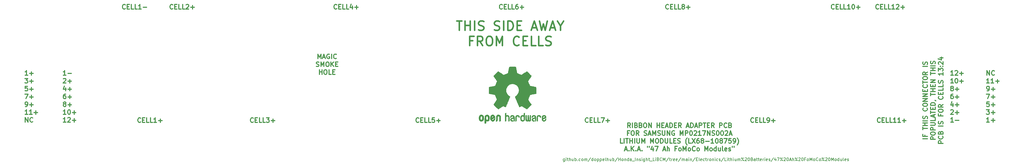
<source format=gbr>
%TF.GenerationSoftware,KiCad,Pcbnew,(5.1.9-0-10_14)*%
%TF.CreationDate,2022-08-31T22:56:09-04:00*%
%TF.ProjectId,47AhFoMoCo,34374168-466f-44d6-9f43-6f2e6b696361,rev?*%
%TF.SameCoordinates,Original*%
%TF.FileFunction,Legend,Top*%
%TF.FilePolarity,Positive*%
%FSLAX46Y46*%
G04 Gerber Fmt 4.6, Leading zero omitted, Abs format (unit mm)*
G04 Created by KiCad (PCBNEW (5.1.9-0-10_14)) date 2022-08-31 22:56:09*
%MOMM*%
%LPD*%
G01*
G04 APERTURE LIST*
%ADD10C,0.300000*%
%ADD11C,0.500000*%
%ADD12C,0.150000*%
%ADD13C,0.010000*%
G04 APERTURE END LIST*
D10*
X329628571Y-130750000D02*
X328128571Y-130750000D01*
X328842857Y-129535714D02*
X328842857Y-130035714D01*
X329628571Y-130035714D02*
X328128571Y-130035714D01*
X328128571Y-129321428D01*
X328128571Y-127821428D02*
X328128571Y-126964285D01*
X329628571Y-127392857D02*
X328128571Y-127392857D01*
X329628571Y-126464285D02*
X328128571Y-126464285D01*
X328842857Y-126464285D02*
X328842857Y-125607142D01*
X329628571Y-125607142D02*
X328128571Y-125607142D01*
X329628571Y-124892857D02*
X328128571Y-124892857D01*
X329557142Y-124250000D02*
X329628571Y-124035714D01*
X329628571Y-123678571D01*
X329557142Y-123535714D01*
X329485714Y-123464285D01*
X329342857Y-123392857D01*
X329200000Y-123392857D01*
X329057142Y-123464285D01*
X328985714Y-123535714D01*
X328914285Y-123678571D01*
X328842857Y-123964285D01*
X328771428Y-124107142D01*
X328700000Y-124178571D01*
X328557142Y-124250000D01*
X328414285Y-124250000D01*
X328271428Y-124178571D01*
X328200000Y-124107142D01*
X328128571Y-123964285D01*
X328128571Y-123607142D01*
X328200000Y-123392857D01*
X329485714Y-120750000D02*
X329557142Y-120821428D01*
X329628571Y-121035714D01*
X329628571Y-121178571D01*
X329557142Y-121392857D01*
X329414285Y-121535714D01*
X329271428Y-121607142D01*
X328985714Y-121678571D01*
X328771428Y-121678571D01*
X328485714Y-121607142D01*
X328342857Y-121535714D01*
X328200000Y-121392857D01*
X328128571Y-121178571D01*
X328128571Y-121035714D01*
X328200000Y-120821428D01*
X328271428Y-120750000D01*
X328128571Y-119821428D02*
X328128571Y-119535714D01*
X328200000Y-119392857D01*
X328342857Y-119250000D01*
X328628571Y-119178571D01*
X329128571Y-119178571D01*
X329414285Y-119250000D01*
X329557142Y-119392857D01*
X329628571Y-119535714D01*
X329628571Y-119821428D01*
X329557142Y-119964285D01*
X329414285Y-120107142D01*
X329128571Y-120178571D01*
X328628571Y-120178571D01*
X328342857Y-120107142D01*
X328200000Y-119964285D01*
X328128571Y-119821428D01*
X329628571Y-118535714D02*
X328128571Y-118535714D01*
X329628571Y-117678571D01*
X328128571Y-117678571D01*
X329628571Y-116964285D02*
X328128571Y-116964285D01*
X329628571Y-116107142D01*
X328128571Y-116107142D01*
X328842857Y-115392857D02*
X328842857Y-114892857D01*
X329628571Y-114678571D02*
X329628571Y-115392857D01*
X328128571Y-115392857D01*
X328128571Y-114678571D01*
X329485714Y-113178571D02*
X329557142Y-113250000D01*
X329628571Y-113464285D01*
X329628571Y-113607142D01*
X329557142Y-113821428D01*
X329414285Y-113964285D01*
X329271428Y-114035714D01*
X328985714Y-114107142D01*
X328771428Y-114107142D01*
X328485714Y-114035714D01*
X328342857Y-113964285D01*
X328200000Y-113821428D01*
X328128571Y-113607142D01*
X328128571Y-113464285D01*
X328200000Y-113250000D01*
X328271428Y-113178571D01*
X328128571Y-112750000D02*
X328128571Y-111892857D01*
X329628571Y-112321428D02*
X328128571Y-112321428D01*
X328128571Y-111107142D02*
X328128571Y-110821428D01*
X328200000Y-110678571D01*
X328342857Y-110535714D01*
X328628571Y-110464285D01*
X329128571Y-110464285D01*
X329414285Y-110535714D01*
X329557142Y-110678571D01*
X329628571Y-110821428D01*
X329628571Y-111107142D01*
X329557142Y-111250000D01*
X329414285Y-111392857D01*
X329128571Y-111464285D01*
X328628571Y-111464285D01*
X328342857Y-111392857D01*
X328200000Y-111250000D01*
X328128571Y-111107142D01*
X329628571Y-108964285D02*
X328914285Y-109464285D01*
X329628571Y-109821428D02*
X328128571Y-109821428D01*
X328128571Y-109250000D01*
X328200000Y-109107142D01*
X328271428Y-109035714D01*
X328414285Y-108964285D01*
X328628571Y-108964285D01*
X328771428Y-109035714D01*
X328842857Y-109107142D01*
X328914285Y-109250000D01*
X328914285Y-109821428D01*
X329628571Y-107178571D02*
X328128571Y-107178571D01*
X329557142Y-106535714D02*
X329628571Y-106321428D01*
X329628571Y-105964285D01*
X329557142Y-105821428D01*
X329485714Y-105750000D01*
X329342857Y-105678571D01*
X329200000Y-105678571D01*
X329057142Y-105750000D01*
X328985714Y-105821428D01*
X328914285Y-105964285D01*
X328842857Y-106250000D01*
X328771428Y-106392857D01*
X328700000Y-106464285D01*
X328557142Y-106535714D01*
X328414285Y-106535714D01*
X328271428Y-106464285D01*
X328200000Y-106392857D01*
X328128571Y-106250000D01*
X328128571Y-105892857D01*
X328200000Y-105678571D01*
X332178571Y-130964285D02*
X330678571Y-130964285D01*
X330678571Y-130392857D01*
X330750000Y-130250000D01*
X330821428Y-130178571D01*
X330964285Y-130107142D01*
X331178571Y-130107142D01*
X331321428Y-130178571D01*
X331392857Y-130250000D01*
X331464285Y-130392857D01*
X331464285Y-130964285D01*
X330678571Y-129178571D02*
X330678571Y-128892857D01*
X330750000Y-128750000D01*
X330892857Y-128607142D01*
X331178571Y-128535714D01*
X331678571Y-128535714D01*
X331964285Y-128607142D01*
X332107142Y-128750000D01*
X332178571Y-128892857D01*
X332178571Y-129178571D01*
X332107142Y-129321428D01*
X331964285Y-129464285D01*
X331678571Y-129535714D01*
X331178571Y-129535714D01*
X330892857Y-129464285D01*
X330750000Y-129321428D01*
X330678571Y-129178571D01*
X332178571Y-127892857D02*
X330678571Y-127892857D01*
X330678571Y-127321428D01*
X330750000Y-127178571D01*
X330821428Y-127107142D01*
X330964285Y-127035714D01*
X331178571Y-127035714D01*
X331321428Y-127107142D01*
X331392857Y-127178571D01*
X331464285Y-127321428D01*
X331464285Y-127892857D01*
X330678571Y-126392857D02*
X331892857Y-126392857D01*
X332035714Y-126321428D01*
X332107142Y-126250000D01*
X332178571Y-126107142D01*
X332178571Y-125821428D01*
X332107142Y-125678571D01*
X332035714Y-125607142D01*
X331892857Y-125535714D01*
X330678571Y-125535714D01*
X332178571Y-124107142D02*
X332178571Y-124821428D01*
X330678571Y-124821428D01*
X331750000Y-123678571D02*
X331750000Y-122964285D01*
X332178571Y-123821428D02*
X330678571Y-123321428D01*
X332178571Y-122821428D01*
X330678571Y-122535714D02*
X330678571Y-121678571D01*
X332178571Y-122107142D02*
X330678571Y-122107142D01*
X331392857Y-121178571D02*
X331392857Y-120678571D01*
X332178571Y-120464285D02*
X332178571Y-121178571D01*
X330678571Y-121178571D01*
X330678571Y-120464285D01*
X332178571Y-119821428D02*
X330678571Y-119821428D01*
X330678571Y-119464285D01*
X330750000Y-119250000D01*
X330892857Y-119107142D01*
X331035714Y-119035714D01*
X331321428Y-118964285D01*
X331535714Y-118964285D01*
X331821428Y-119035714D01*
X331964285Y-119107142D01*
X332107142Y-119250000D01*
X332178571Y-119464285D01*
X332178571Y-119821428D01*
X332107142Y-118250000D02*
X332178571Y-118250000D01*
X332321428Y-118321428D01*
X332392857Y-118392857D01*
X330678571Y-116678571D02*
X330678571Y-115821428D01*
X332178571Y-116250000D02*
X330678571Y-116250000D01*
X332178571Y-115321428D02*
X330678571Y-115321428D01*
X331392857Y-115321428D02*
X331392857Y-114464285D01*
X332178571Y-114464285D02*
X330678571Y-114464285D01*
X331392857Y-113750000D02*
X331392857Y-113250000D01*
X332178571Y-113035714D02*
X332178571Y-113750000D01*
X330678571Y-113750000D01*
X330678571Y-113035714D01*
X332178571Y-112392857D02*
X330678571Y-112392857D01*
X332178571Y-111535714D01*
X330678571Y-111535714D01*
X330678571Y-109892857D02*
X330678571Y-109035714D01*
X332178571Y-109464285D02*
X330678571Y-109464285D01*
X332178571Y-108535714D02*
X330678571Y-108535714D01*
X331392857Y-108535714D02*
X331392857Y-107678571D01*
X332178571Y-107678571D02*
X330678571Y-107678571D01*
X332178571Y-106964285D02*
X330678571Y-106964285D01*
X332107142Y-106321428D02*
X332178571Y-106107142D01*
X332178571Y-105750000D01*
X332107142Y-105607142D01*
X332035714Y-105535714D01*
X331892857Y-105464285D01*
X331750000Y-105464285D01*
X331607142Y-105535714D01*
X331535714Y-105607142D01*
X331464285Y-105750000D01*
X331392857Y-106035714D01*
X331321428Y-106178571D01*
X331250000Y-106250000D01*
X331107142Y-106321428D01*
X330964285Y-106321428D01*
X330821428Y-106250000D01*
X330750000Y-106178571D01*
X330678571Y-106035714D01*
X330678571Y-105678571D01*
X330750000Y-105464285D01*
X334728571Y-132250000D02*
X333228571Y-132250000D01*
X333228571Y-131678571D01*
X333300000Y-131535714D01*
X333371428Y-131464285D01*
X333514285Y-131392857D01*
X333728571Y-131392857D01*
X333871428Y-131464285D01*
X333942857Y-131535714D01*
X334014285Y-131678571D01*
X334014285Y-132250000D01*
X334585714Y-129892857D02*
X334657142Y-129964285D01*
X334728571Y-130178571D01*
X334728571Y-130321428D01*
X334657142Y-130535714D01*
X334514285Y-130678571D01*
X334371428Y-130750000D01*
X334085714Y-130821428D01*
X333871428Y-130821428D01*
X333585714Y-130750000D01*
X333442857Y-130678571D01*
X333300000Y-130535714D01*
X333228571Y-130321428D01*
X333228571Y-130178571D01*
X333300000Y-129964285D01*
X333371428Y-129892857D01*
X333942857Y-128750000D02*
X334014285Y-128535714D01*
X334085714Y-128464285D01*
X334228571Y-128392857D01*
X334442857Y-128392857D01*
X334585714Y-128464285D01*
X334657142Y-128535714D01*
X334728571Y-128678571D01*
X334728571Y-129250000D01*
X333228571Y-129250000D01*
X333228571Y-128750000D01*
X333300000Y-128607142D01*
X333371428Y-128535714D01*
X333514285Y-128464285D01*
X333657142Y-128464285D01*
X333800000Y-128535714D01*
X333871428Y-128607142D01*
X333942857Y-128750000D01*
X333942857Y-129250000D01*
X334728571Y-126607142D02*
X333228571Y-126607142D01*
X334657142Y-125964285D02*
X334728571Y-125750000D01*
X334728571Y-125392857D01*
X334657142Y-125250000D01*
X334585714Y-125178571D01*
X334442857Y-125107142D01*
X334300000Y-125107142D01*
X334157142Y-125178571D01*
X334085714Y-125250000D01*
X334014285Y-125392857D01*
X333942857Y-125678571D01*
X333871428Y-125821428D01*
X333800000Y-125892857D01*
X333657142Y-125964285D01*
X333514285Y-125964285D01*
X333371428Y-125892857D01*
X333300000Y-125821428D01*
X333228571Y-125678571D01*
X333228571Y-125321428D01*
X333300000Y-125107142D01*
X333942857Y-122821428D02*
X333942857Y-123321428D01*
X334728571Y-123321428D02*
X333228571Y-123321428D01*
X333228571Y-122607142D01*
X333228571Y-121750000D02*
X333228571Y-121464285D01*
X333300000Y-121321428D01*
X333442857Y-121178571D01*
X333728571Y-121107142D01*
X334228571Y-121107142D01*
X334514285Y-121178571D01*
X334657142Y-121321428D01*
X334728571Y-121464285D01*
X334728571Y-121750000D01*
X334657142Y-121892857D01*
X334514285Y-122035714D01*
X334228571Y-122107142D01*
X333728571Y-122107142D01*
X333442857Y-122035714D01*
X333300000Y-121892857D01*
X333228571Y-121750000D01*
X334728571Y-119607142D02*
X334014285Y-120107142D01*
X334728571Y-120464285D02*
X333228571Y-120464285D01*
X333228571Y-119892857D01*
X333300000Y-119750000D01*
X333371428Y-119678571D01*
X333514285Y-119607142D01*
X333728571Y-119607142D01*
X333871428Y-119678571D01*
X333942857Y-119750000D01*
X334014285Y-119892857D01*
X334014285Y-120464285D01*
X334585714Y-116964285D02*
X334657142Y-117035714D01*
X334728571Y-117250000D01*
X334728571Y-117392857D01*
X334657142Y-117607142D01*
X334514285Y-117750000D01*
X334371428Y-117821428D01*
X334085714Y-117892857D01*
X333871428Y-117892857D01*
X333585714Y-117821428D01*
X333442857Y-117750000D01*
X333300000Y-117607142D01*
X333228571Y-117392857D01*
X333228571Y-117250000D01*
X333300000Y-117035714D01*
X333371428Y-116964285D01*
X333942857Y-116321428D02*
X333942857Y-115821428D01*
X334728571Y-115607142D02*
X334728571Y-116321428D01*
X333228571Y-116321428D01*
X333228571Y-115607142D01*
X334728571Y-114250000D02*
X334728571Y-114964285D01*
X333228571Y-114964285D01*
X334728571Y-113035714D02*
X334728571Y-113750000D01*
X333228571Y-113750000D01*
X334657142Y-112607142D02*
X334728571Y-112392857D01*
X334728571Y-112035714D01*
X334657142Y-111892857D01*
X334585714Y-111821428D01*
X334442857Y-111750000D01*
X334300000Y-111750000D01*
X334157142Y-111821428D01*
X334085714Y-111892857D01*
X334014285Y-112035714D01*
X333942857Y-112321428D01*
X333871428Y-112464285D01*
X333800000Y-112535714D01*
X333657142Y-112607142D01*
X333514285Y-112607142D01*
X333371428Y-112535714D01*
X333300000Y-112464285D01*
X333228571Y-112321428D01*
X333228571Y-111964285D01*
X333300000Y-111750000D01*
X334728571Y-109178571D02*
X334728571Y-110035714D01*
X334728571Y-109607142D02*
X333228571Y-109607142D01*
X333442857Y-109750000D01*
X333585714Y-109892857D01*
X333657142Y-110035714D01*
X333228571Y-108678571D02*
X333228571Y-107750000D01*
X333800000Y-108250000D01*
X333800000Y-108035714D01*
X333871428Y-107892857D01*
X333942857Y-107821428D01*
X334085714Y-107750000D01*
X334442857Y-107750000D01*
X334585714Y-107821428D01*
X334657142Y-107892857D01*
X334728571Y-108035714D01*
X334728571Y-108464285D01*
X334657142Y-108607142D01*
X334585714Y-108678571D01*
X334585714Y-107107142D02*
X334657142Y-107035714D01*
X334728571Y-107107142D01*
X334657142Y-107178571D01*
X334585714Y-107107142D01*
X334728571Y-107107142D01*
X333800000Y-107107142D02*
X333871428Y-107035714D01*
X333942857Y-107107142D01*
X333871428Y-107178571D01*
X333800000Y-107107142D01*
X333942857Y-107107142D01*
X333371428Y-106464285D02*
X333300000Y-106392857D01*
X333228571Y-106250000D01*
X333228571Y-105892857D01*
X333300000Y-105750000D01*
X333371428Y-105678571D01*
X333514285Y-105607142D01*
X333657142Y-105607142D01*
X333871428Y-105678571D01*
X334728571Y-106535714D01*
X334728571Y-105607142D01*
X333728571Y-104321428D02*
X334728571Y-104321428D01*
X333157142Y-104678571D02*
X334228571Y-105035714D01*
X334228571Y-104107142D01*
D11*
X176071428Y-92357142D02*
X177785714Y-92357142D01*
X176928571Y-95357142D02*
X176928571Y-92357142D01*
X178785714Y-95357142D02*
X178785714Y-92357142D01*
X178785714Y-93785714D02*
X180499999Y-93785714D01*
X180499999Y-95357142D02*
X180499999Y-92357142D01*
X181928571Y-95357142D02*
X181928571Y-92357142D01*
X183214285Y-95214285D02*
X183642857Y-95357142D01*
X184357142Y-95357142D01*
X184642857Y-95214285D01*
X184785714Y-95071428D01*
X184928571Y-94785714D01*
X184928571Y-94500000D01*
X184785714Y-94214285D01*
X184642857Y-94071428D01*
X184357142Y-93928571D01*
X183785714Y-93785714D01*
X183499999Y-93642857D01*
X183357142Y-93500000D01*
X183214285Y-93214285D01*
X183214285Y-92928571D01*
X183357142Y-92642857D01*
X183499999Y-92500000D01*
X183785714Y-92357142D01*
X184499999Y-92357142D01*
X184928571Y-92500000D01*
X188357142Y-95214285D02*
X188785714Y-95357142D01*
X189499999Y-95357142D01*
X189785714Y-95214285D01*
X189928571Y-95071428D01*
X190071428Y-94785714D01*
X190071428Y-94500000D01*
X189928571Y-94214285D01*
X189785714Y-94071428D01*
X189499999Y-93928571D01*
X188928571Y-93785714D01*
X188642857Y-93642857D01*
X188499999Y-93500000D01*
X188357142Y-93214285D01*
X188357142Y-92928571D01*
X188499999Y-92642857D01*
X188642857Y-92500000D01*
X188928571Y-92357142D01*
X189642857Y-92357142D01*
X190071428Y-92500000D01*
X191357142Y-95357142D02*
X191357142Y-92357142D01*
X192785714Y-95357142D02*
X192785714Y-92357142D01*
X193499999Y-92357142D01*
X193928571Y-92500000D01*
X194214285Y-92785714D01*
X194357142Y-93071428D01*
X194499999Y-93642857D01*
X194499999Y-94071428D01*
X194357142Y-94642857D01*
X194214285Y-94928571D01*
X193928571Y-95214285D01*
X193499999Y-95357142D01*
X192785714Y-95357142D01*
X195785714Y-93785714D02*
X196785714Y-93785714D01*
X197214285Y-95357142D02*
X195785714Y-95357142D01*
X195785714Y-92357142D01*
X197214285Y-92357142D01*
X200642857Y-94500000D02*
X202071428Y-94500000D01*
X200357142Y-95357142D02*
X201357142Y-92357142D01*
X202357142Y-95357142D01*
X203071428Y-92357142D02*
X203785714Y-95357142D01*
X204357142Y-93214285D01*
X204928571Y-95357142D01*
X205642857Y-92357142D01*
X206642857Y-94500000D02*
X208071428Y-94500000D01*
X206357142Y-95357142D02*
X207357142Y-92357142D01*
X208357142Y-95357142D01*
X209928571Y-93928571D02*
X209928571Y-95357142D01*
X208928571Y-92357142D02*
X209928571Y-93928571D01*
X210928571Y-92357142D01*
X181285714Y-98785714D02*
X180285714Y-98785714D01*
X180285714Y-100357142D02*
X180285714Y-97357142D01*
X181714285Y-97357142D01*
X184571428Y-100357142D02*
X183571428Y-98928571D01*
X182857142Y-100357142D02*
X182857142Y-97357142D01*
X184000000Y-97357142D01*
X184285714Y-97500000D01*
X184428571Y-97642857D01*
X184571428Y-97928571D01*
X184571428Y-98357142D01*
X184428571Y-98642857D01*
X184285714Y-98785714D01*
X184000000Y-98928571D01*
X182857142Y-98928571D01*
X186428571Y-97357142D02*
X187000000Y-97357142D01*
X187285714Y-97500000D01*
X187571428Y-97785714D01*
X187714285Y-98357142D01*
X187714285Y-99357142D01*
X187571428Y-99928571D01*
X187285714Y-100214285D01*
X187000000Y-100357142D01*
X186428571Y-100357142D01*
X186142857Y-100214285D01*
X185857142Y-99928571D01*
X185714285Y-99357142D01*
X185714285Y-98357142D01*
X185857142Y-97785714D01*
X186142857Y-97500000D01*
X186428571Y-97357142D01*
X189000000Y-100357142D02*
X189000000Y-97357142D01*
X190000000Y-99500000D01*
X191000000Y-97357142D01*
X191000000Y-100357142D01*
X196428571Y-100071428D02*
X196285714Y-100214285D01*
X195857142Y-100357142D01*
X195571428Y-100357142D01*
X195142857Y-100214285D01*
X194857142Y-99928571D01*
X194714285Y-99642857D01*
X194571428Y-99071428D01*
X194571428Y-98642857D01*
X194714285Y-98071428D01*
X194857142Y-97785714D01*
X195142857Y-97500000D01*
X195571428Y-97357142D01*
X195857142Y-97357142D01*
X196285714Y-97500000D01*
X196428571Y-97642857D01*
X197714285Y-98785714D02*
X198714285Y-98785714D01*
X199142857Y-100357142D02*
X197714285Y-100357142D01*
X197714285Y-97357142D01*
X199142857Y-97357142D01*
X201857142Y-100357142D02*
X200428571Y-100357142D01*
X200428571Y-97357142D01*
X204285714Y-100357142D02*
X202857142Y-100357142D01*
X202857142Y-97357142D01*
X205142857Y-100214285D02*
X205571428Y-100357142D01*
X206285714Y-100357142D01*
X206571428Y-100214285D01*
X206714285Y-100071428D01*
X206857142Y-99785714D01*
X206857142Y-99500000D01*
X206714285Y-99214285D01*
X206571428Y-99071428D01*
X206285714Y-98928571D01*
X205714285Y-98785714D01*
X205428571Y-98642857D01*
X205285714Y-98500000D01*
X205142857Y-98214285D01*
X205142857Y-97928571D01*
X205285714Y-97642857D01*
X205428571Y-97500000D01*
X205714285Y-97357142D01*
X206428571Y-97357142D01*
X206857142Y-97500000D01*
D12*
X211264166Y-137285714D02*
X211264166Y-138095238D01*
X211216547Y-138190476D01*
X211168928Y-138238095D01*
X211073690Y-138285714D01*
X210930833Y-138285714D01*
X210835595Y-138238095D01*
X211264166Y-137904761D02*
X211168928Y-137952380D01*
X210978452Y-137952380D01*
X210883214Y-137904761D01*
X210835595Y-137857142D01*
X210787976Y-137761904D01*
X210787976Y-137476190D01*
X210835595Y-137380952D01*
X210883214Y-137333333D01*
X210978452Y-137285714D01*
X211168928Y-137285714D01*
X211264166Y-137333333D01*
X211740357Y-137952380D02*
X211740357Y-137285714D01*
X211740357Y-136952380D02*
X211692738Y-137000000D01*
X211740357Y-137047619D01*
X211787976Y-137000000D01*
X211740357Y-136952380D01*
X211740357Y-137047619D01*
X212073690Y-137285714D02*
X212454642Y-137285714D01*
X212216547Y-136952380D02*
X212216547Y-137809523D01*
X212264166Y-137904761D01*
X212359404Y-137952380D01*
X212454642Y-137952380D01*
X212787976Y-137952380D02*
X212787976Y-136952380D01*
X213216547Y-137952380D02*
X213216547Y-137428571D01*
X213168928Y-137333333D01*
X213073690Y-137285714D01*
X212930833Y-137285714D01*
X212835595Y-137333333D01*
X212787976Y-137380952D01*
X214121309Y-137285714D02*
X214121309Y-137952380D01*
X213692738Y-137285714D02*
X213692738Y-137809523D01*
X213740357Y-137904761D01*
X213835595Y-137952380D01*
X213978452Y-137952380D01*
X214073690Y-137904761D01*
X214121309Y-137857142D01*
X214597500Y-137952380D02*
X214597500Y-136952380D01*
X214597500Y-137333333D02*
X214692738Y-137285714D01*
X214883214Y-137285714D01*
X214978452Y-137333333D01*
X215026071Y-137380952D01*
X215073690Y-137476190D01*
X215073690Y-137761904D01*
X215026071Y-137857142D01*
X214978452Y-137904761D01*
X214883214Y-137952380D01*
X214692738Y-137952380D01*
X214597500Y-137904761D01*
X215502261Y-137857142D02*
X215549880Y-137904761D01*
X215502261Y-137952380D01*
X215454642Y-137904761D01*
X215502261Y-137857142D01*
X215502261Y-137952380D01*
X216407023Y-137904761D02*
X216311785Y-137952380D01*
X216121309Y-137952380D01*
X216026071Y-137904761D01*
X215978452Y-137857142D01*
X215930833Y-137761904D01*
X215930833Y-137476190D01*
X215978452Y-137380952D01*
X216026071Y-137333333D01*
X216121309Y-137285714D01*
X216311785Y-137285714D01*
X216407023Y-137333333D01*
X216978452Y-137952380D02*
X216883214Y-137904761D01*
X216835595Y-137857142D01*
X216787976Y-137761904D01*
X216787976Y-137476190D01*
X216835595Y-137380952D01*
X216883214Y-137333333D01*
X216978452Y-137285714D01*
X217121309Y-137285714D01*
X217216547Y-137333333D01*
X217264166Y-137380952D01*
X217311785Y-137476190D01*
X217311785Y-137761904D01*
X217264166Y-137857142D01*
X217216547Y-137904761D01*
X217121309Y-137952380D01*
X216978452Y-137952380D01*
X217740357Y-137952380D02*
X217740357Y-137285714D01*
X217740357Y-137380952D02*
X217787976Y-137333333D01*
X217883214Y-137285714D01*
X218026071Y-137285714D01*
X218121309Y-137333333D01*
X218168928Y-137428571D01*
X218168928Y-137952380D01*
X218168928Y-137428571D02*
X218216547Y-137333333D01*
X218311785Y-137285714D01*
X218454642Y-137285714D01*
X218549880Y-137333333D01*
X218597500Y-137428571D01*
X218597500Y-137952380D01*
X219787976Y-136904761D02*
X218930833Y-138190476D01*
X220549880Y-137952380D02*
X220549880Y-136952380D01*
X220549880Y-137904761D02*
X220454642Y-137952380D01*
X220264166Y-137952380D01*
X220168928Y-137904761D01*
X220121309Y-137857142D01*
X220073690Y-137761904D01*
X220073690Y-137476190D01*
X220121309Y-137380952D01*
X220168928Y-137333333D01*
X220264166Y-137285714D01*
X220454642Y-137285714D01*
X220549880Y-137333333D01*
X221168928Y-137952380D02*
X221073690Y-137904761D01*
X221026071Y-137857142D01*
X220978452Y-137761904D01*
X220978452Y-137476190D01*
X221026071Y-137380952D01*
X221073690Y-137333333D01*
X221168928Y-137285714D01*
X221311785Y-137285714D01*
X221407023Y-137333333D01*
X221454642Y-137380952D01*
X221502261Y-137476190D01*
X221502261Y-137761904D01*
X221454642Y-137857142D01*
X221407023Y-137904761D01*
X221311785Y-137952380D01*
X221168928Y-137952380D01*
X221930833Y-137285714D02*
X221930833Y-138285714D01*
X221930833Y-137333333D02*
X222026071Y-137285714D01*
X222216547Y-137285714D01*
X222311785Y-137333333D01*
X222359404Y-137380952D01*
X222407023Y-137476190D01*
X222407023Y-137761904D01*
X222359404Y-137857142D01*
X222311785Y-137904761D01*
X222216547Y-137952380D01*
X222026071Y-137952380D01*
X221930833Y-137904761D01*
X222835595Y-137285714D02*
X222835595Y-138285714D01*
X222835595Y-137333333D02*
X222930833Y-137285714D01*
X223121309Y-137285714D01*
X223216547Y-137333333D01*
X223264166Y-137380952D01*
X223311785Y-137476190D01*
X223311785Y-137761904D01*
X223264166Y-137857142D01*
X223216547Y-137904761D01*
X223121309Y-137952380D01*
X222930833Y-137952380D01*
X222835595Y-137904761D01*
X224121309Y-137904761D02*
X224026071Y-137952380D01*
X223835595Y-137952380D01*
X223740357Y-137904761D01*
X223692738Y-137809523D01*
X223692738Y-137428571D01*
X223740357Y-137333333D01*
X223835595Y-137285714D01*
X224026071Y-137285714D01*
X224121309Y-137333333D01*
X224168928Y-137428571D01*
X224168928Y-137523809D01*
X223692738Y-137619047D01*
X224740357Y-137952380D02*
X224645119Y-137904761D01*
X224597500Y-137809523D01*
X224597500Y-136952380D01*
X225121309Y-137952380D02*
X225121309Y-136952380D01*
X225549880Y-137952380D02*
X225549880Y-137428571D01*
X225502261Y-137333333D01*
X225407023Y-137285714D01*
X225264166Y-137285714D01*
X225168928Y-137333333D01*
X225121309Y-137380952D01*
X226454642Y-137285714D02*
X226454642Y-137952380D01*
X226026071Y-137285714D02*
X226026071Y-137809523D01*
X226073690Y-137904761D01*
X226168928Y-137952380D01*
X226311785Y-137952380D01*
X226407023Y-137904761D01*
X226454642Y-137857142D01*
X226930833Y-137952380D02*
X226930833Y-136952380D01*
X226930833Y-137333333D02*
X227026071Y-137285714D01*
X227216547Y-137285714D01*
X227311785Y-137333333D01*
X227359404Y-137380952D01*
X227407023Y-137476190D01*
X227407023Y-137761904D01*
X227359404Y-137857142D01*
X227311785Y-137904761D01*
X227216547Y-137952380D01*
X227026071Y-137952380D01*
X226930833Y-137904761D01*
X228549880Y-136904761D02*
X227692738Y-138190476D01*
X228883214Y-137952380D02*
X228883214Y-136952380D01*
X228883214Y-137428571D02*
X229454642Y-137428571D01*
X229454642Y-137952380D02*
X229454642Y-136952380D01*
X230073690Y-137952380D02*
X229978452Y-137904761D01*
X229930833Y-137857142D01*
X229883214Y-137761904D01*
X229883214Y-137476190D01*
X229930833Y-137380952D01*
X229978452Y-137333333D01*
X230073690Y-137285714D01*
X230216547Y-137285714D01*
X230311785Y-137333333D01*
X230359404Y-137380952D01*
X230407023Y-137476190D01*
X230407023Y-137761904D01*
X230359404Y-137857142D01*
X230311785Y-137904761D01*
X230216547Y-137952380D01*
X230073690Y-137952380D01*
X230835595Y-137285714D02*
X230835595Y-137952380D01*
X230835595Y-137380952D02*
X230883214Y-137333333D01*
X230978452Y-137285714D01*
X231121309Y-137285714D01*
X231216547Y-137333333D01*
X231264166Y-137428571D01*
X231264166Y-137952380D01*
X232168928Y-137952380D02*
X232168928Y-136952380D01*
X232168928Y-137904761D02*
X232073690Y-137952380D01*
X231883214Y-137952380D01*
X231787976Y-137904761D01*
X231740357Y-137857142D01*
X231692738Y-137761904D01*
X231692738Y-137476190D01*
X231740357Y-137380952D01*
X231787976Y-137333333D01*
X231883214Y-137285714D01*
X232073690Y-137285714D01*
X232168928Y-137333333D01*
X233073690Y-137952380D02*
X233073690Y-137428571D01*
X233026071Y-137333333D01*
X232930833Y-137285714D01*
X232740357Y-137285714D01*
X232645119Y-137333333D01*
X233073690Y-137904761D02*
X232978452Y-137952380D01*
X232740357Y-137952380D01*
X232645119Y-137904761D01*
X232597500Y-137809523D01*
X232597500Y-137714285D01*
X232645119Y-137619047D01*
X232740357Y-137571428D01*
X232978452Y-137571428D01*
X233073690Y-137523809D01*
X233311785Y-138047619D02*
X234073690Y-138047619D01*
X234311785Y-137952380D02*
X234311785Y-136952380D01*
X234787976Y-137285714D02*
X234787976Y-137952380D01*
X234787976Y-137380952D02*
X234835595Y-137333333D01*
X234930833Y-137285714D01*
X235073690Y-137285714D01*
X235168928Y-137333333D01*
X235216547Y-137428571D01*
X235216547Y-137952380D01*
X235645119Y-137904761D02*
X235740357Y-137952380D01*
X235930833Y-137952380D01*
X236026071Y-137904761D01*
X236073690Y-137809523D01*
X236073690Y-137761904D01*
X236026071Y-137666666D01*
X235930833Y-137619047D01*
X235787976Y-137619047D01*
X235692738Y-137571428D01*
X235645119Y-137476190D01*
X235645119Y-137428571D01*
X235692738Y-137333333D01*
X235787976Y-137285714D01*
X235930833Y-137285714D01*
X236026071Y-137333333D01*
X236502261Y-137952380D02*
X236502261Y-137285714D01*
X236502261Y-136952380D02*
X236454642Y-137000000D01*
X236502261Y-137047619D01*
X236549880Y-137000000D01*
X236502261Y-136952380D01*
X236502261Y-137047619D01*
X237407023Y-137285714D02*
X237407023Y-138095238D01*
X237359404Y-138190476D01*
X237311785Y-138238095D01*
X237216547Y-138285714D01*
X237073690Y-138285714D01*
X236978452Y-138238095D01*
X237407023Y-137904761D02*
X237311785Y-137952380D01*
X237121309Y-137952380D01*
X237026071Y-137904761D01*
X236978452Y-137857142D01*
X236930833Y-137761904D01*
X236930833Y-137476190D01*
X236978452Y-137380952D01*
X237026071Y-137333333D01*
X237121309Y-137285714D01*
X237311785Y-137285714D01*
X237407023Y-137333333D01*
X237883214Y-137952380D02*
X237883214Y-136952380D01*
X238311785Y-137952380D02*
X238311785Y-137428571D01*
X238264166Y-137333333D01*
X238168928Y-137285714D01*
X238026071Y-137285714D01*
X237930833Y-137333333D01*
X237883214Y-137380952D01*
X238645119Y-137285714D02*
X239026071Y-137285714D01*
X238787976Y-136952380D02*
X238787976Y-137809523D01*
X238835595Y-137904761D01*
X238930833Y-137952380D01*
X239026071Y-137952380D01*
X239121309Y-138047619D02*
X239883214Y-138047619D01*
X240597500Y-137952380D02*
X240121309Y-137952380D01*
X240121309Y-136952380D01*
X240930833Y-137952380D02*
X240930833Y-137285714D01*
X240930833Y-136952380D02*
X240883214Y-137000000D01*
X240930833Y-137047619D01*
X240978452Y-137000000D01*
X240930833Y-136952380D01*
X240930833Y-137047619D01*
X241740357Y-137428571D02*
X241883214Y-137476190D01*
X241930833Y-137523809D01*
X241978452Y-137619047D01*
X241978452Y-137761904D01*
X241930833Y-137857142D01*
X241883214Y-137904761D01*
X241787976Y-137952380D01*
X241407023Y-137952380D01*
X241407023Y-136952380D01*
X241740357Y-136952380D01*
X241835595Y-137000000D01*
X241883214Y-137047619D01*
X241930833Y-137142857D01*
X241930833Y-137238095D01*
X241883214Y-137333333D01*
X241835595Y-137380952D01*
X241740357Y-137428571D01*
X241407023Y-137428571D01*
X242978452Y-137857142D02*
X242930833Y-137904761D01*
X242787976Y-137952380D01*
X242692738Y-137952380D01*
X242549880Y-137904761D01*
X242454642Y-137809523D01*
X242407023Y-137714285D01*
X242359404Y-137523809D01*
X242359404Y-137380952D01*
X242407023Y-137190476D01*
X242454642Y-137095238D01*
X242549880Y-137000000D01*
X242692738Y-136952380D01*
X242787976Y-136952380D01*
X242930833Y-137000000D01*
X242978452Y-137047619D01*
X243407023Y-137952380D02*
X243407023Y-136952380D01*
X243740357Y-137666666D01*
X244073690Y-136952380D01*
X244073690Y-137952380D01*
X245264166Y-136904761D02*
X244407023Y-138190476D01*
X245454642Y-137285714D02*
X245835595Y-137285714D01*
X245597500Y-136952380D02*
X245597500Y-137809523D01*
X245645119Y-137904761D01*
X245740357Y-137952380D01*
X245835595Y-137952380D01*
X246168928Y-137952380D02*
X246168928Y-137285714D01*
X246168928Y-137476190D02*
X246216547Y-137380952D01*
X246264166Y-137333333D01*
X246359404Y-137285714D01*
X246454642Y-137285714D01*
X247168928Y-137904761D02*
X247073690Y-137952380D01*
X246883214Y-137952380D01*
X246787976Y-137904761D01*
X246740357Y-137809523D01*
X246740357Y-137428571D01*
X246787976Y-137333333D01*
X246883214Y-137285714D01*
X247073690Y-137285714D01*
X247168928Y-137333333D01*
X247216547Y-137428571D01*
X247216547Y-137523809D01*
X246740357Y-137619047D01*
X248026071Y-137904761D02*
X247930833Y-137952380D01*
X247740357Y-137952380D01*
X247645119Y-137904761D01*
X247597500Y-137809523D01*
X247597500Y-137428571D01*
X247645119Y-137333333D01*
X247740357Y-137285714D01*
X247930833Y-137285714D01*
X248026071Y-137333333D01*
X248073690Y-137428571D01*
X248073690Y-137523809D01*
X247597500Y-137619047D01*
X249216547Y-136904761D02*
X248359404Y-138190476D01*
X249549880Y-137952380D02*
X249549880Y-137285714D01*
X249549880Y-137380952D02*
X249597500Y-137333333D01*
X249692738Y-137285714D01*
X249835595Y-137285714D01*
X249930833Y-137333333D01*
X249978452Y-137428571D01*
X249978452Y-137952380D01*
X249978452Y-137428571D02*
X250026071Y-137333333D01*
X250121309Y-137285714D01*
X250264166Y-137285714D01*
X250359404Y-137333333D01*
X250407023Y-137428571D01*
X250407023Y-137952380D01*
X251311785Y-137952380D02*
X251311785Y-137428571D01*
X251264166Y-137333333D01*
X251168928Y-137285714D01*
X250978452Y-137285714D01*
X250883214Y-137333333D01*
X251311785Y-137904761D02*
X251216547Y-137952380D01*
X250978452Y-137952380D01*
X250883214Y-137904761D01*
X250835595Y-137809523D01*
X250835595Y-137714285D01*
X250883214Y-137619047D01*
X250978452Y-137571428D01*
X251216547Y-137571428D01*
X251311785Y-137523809D01*
X251787976Y-137952380D02*
X251787976Y-137285714D01*
X251787976Y-136952380D02*
X251740357Y-137000000D01*
X251787976Y-137047619D01*
X251835595Y-137000000D01*
X251787976Y-136952380D01*
X251787976Y-137047619D01*
X252264166Y-137285714D02*
X252264166Y-137952380D01*
X252264166Y-137380952D02*
X252311785Y-137333333D01*
X252407023Y-137285714D01*
X252549880Y-137285714D01*
X252645119Y-137333333D01*
X252692738Y-137428571D01*
X252692738Y-137952380D01*
X253883214Y-136904761D02*
X253026071Y-138190476D01*
X254216547Y-137428571D02*
X254549880Y-137428571D01*
X254692738Y-137952380D02*
X254216547Y-137952380D01*
X254216547Y-136952380D01*
X254692738Y-136952380D01*
X255264166Y-137952380D02*
X255168928Y-137904761D01*
X255121309Y-137809523D01*
X255121309Y-136952380D01*
X256026071Y-137904761D02*
X255930833Y-137952380D01*
X255740357Y-137952380D01*
X255645119Y-137904761D01*
X255597500Y-137809523D01*
X255597500Y-137428571D01*
X255645119Y-137333333D01*
X255740357Y-137285714D01*
X255930833Y-137285714D01*
X256026071Y-137333333D01*
X256073690Y-137428571D01*
X256073690Y-137523809D01*
X255597500Y-137619047D01*
X256930833Y-137904761D02*
X256835595Y-137952380D01*
X256645119Y-137952380D01*
X256549880Y-137904761D01*
X256502261Y-137857142D01*
X256454642Y-137761904D01*
X256454642Y-137476190D01*
X256502261Y-137380952D01*
X256549880Y-137333333D01*
X256645119Y-137285714D01*
X256835595Y-137285714D01*
X256930833Y-137333333D01*
X257216547Y-137285714D02*
X257597500Y-137285714D01*
X257359404Y-136952380D02*
X257359404Y-137809523D01*
X257407023Y-137904761D01*
X257502261Y-137952380D01*
X257597500Y-137952380D01*
X257930833Y-137952380D02*
X257930833Y-137285714D01*
X257930833Y-137476190D02*
X257978452Y-137380952D01*
X258026071Y-137333333D01*
X258121309Y-137285714D01*
X258216547Y-137285714D01*
X258692738Y-137952380D02*
X258597500Y-137904761D01*
X258549880Y-137857142D01*
X258502261Y-137761904D01*
X258502261Y-137476190D01*
X258549880Y-137380952D01*
X258597500Y-137333333D01*
X258692738Y-137285714D01*
X258835595Y-137285714D01*
X258930833Y-137333333D01*
X258978452Y-137380952D01*
X259026071Y-137476190D01*
X259026071Y-137761904D01*
X258978452Y-137857142D01*
X258930833Y-137904761D01*
X258835595Y-137952380D01*
X258692738Y-137952380D01*
X259454642Y-137285714D02*
X259454642Y-137952380D01*
X259454642Y-137380952D02*
X259502261Y-137333333D01*
X259597500Y-137285714D01*
X259740357Y-137285714D01*
X259835595Y-137333333D01*
X259883214Y-137428571D01*
X259883214Y-137952380D01*
X260359404Y-137952380D02*
X260359404Y-137285714D01*
X260359404Y-136952380D02*
X260311785Y-137000000D01*
X260359404Y-137047619D01*
X260407023Y-137000000D01*
X260359404Y-136952380D01*
X260359404Y-137047619D01*
X261264166Y-137904761D02*
X261168928Y-137952380D01*
X260978452Y-137952380D01*
X260883214Y-137904761D01*
X260835595Y-137857142D01*
X260787976Y-137761904D01*
X260787976Y-137476190D01*
X260835595Y-137380952D01*
X260883214Y-137333333D01*
X260978452Y-137285714D01*
X261168928Y-137285714D01*
X261264166Y-137333333D01*
X261645119Y-137904761D02*
X261740357Y-137952380D01*
X261930833Y-137952380D01*
X262026071Y-137904761D01*
X262073690Y-137809523D01*
X262073690Y-137761904D01*
X262026071Y-137666666D01*
X261930833Y-137619047D01*
X261787976Y-137619047D01*
X261692738Y-137571428D01*
X261645119Y-137476190D01*
X261645119Y-137428571D01*
X261692738Y-137333333D01*
X261787976Y-137285714D01*
X261930833Y-137285714D01*
X262026071Y-137333333D01*
X263216547Y-136904761D02*
X262359404Y-138190476D01*
X264026071Y-137952380D02*
X263549880Y-137952380D01*
X263549880Y-136952380D01*
X264359404Y-137952380D02*
X264359404Y-137285714D01*
X264359404Y-136952380D02*
X264311785Y-137000000D01*
X264359404Y-137047619D01*
X264407023Y-137000000D01*
X264359404Y-136952380D01*
X264359404Y-137047619D01*
X264692738Y-137285714D02*
X265073690Y-137285714D01*
X264835595Y-136952380D02*
X264835595Y-137809523D01*
X264883214Y-137904761D01*
X264978452Y-137952380D01*
X265073690Y-137952380D01*
X265407023Y-137952380D02*
X265407023Y-136952380D01*
X265835595Y-137952380D02*
X265835595Y-137428571D01*
X265787976Y-137333333D01*
X265692738Y-137285714D01*
X265549880Y-137285714D01*
X265454642Y-137333333D01*
X265407023Y-137380952D01*
X266311785Y-137952380D02*
X266311785Y-137285714D01*
X266311785Y-136952380D02*
X266264166Y-137000000D01*
X266311785Y-137047619D01*
X266359404Y-137000000D01*
X266311785Y-136952380D01*
X266311785Y-137047619D01*
X267216547Y-137285714D02*
X267216547Y-137952380D01*
X266787976Y-137285714D02*
X266787976Y-137809523D01*
X266835595Y-137904761D01*
X266930833Y-137952380D01*
X267073690Y-137952380D01*
X267168928Y-137904761D01*
X267216547Y-137857142D01*
X267692738Y-137952380D02*
X267692738Y-137285714D01*
X267692738Y-137380952D02*
X267740357Y-137333333D01*
X267835595Y-137285714D01*
X267978452Y-137285714D01*
X268073690Y-137333333D01*
X268121309Y-137428571D01*
X268121309Y-137952380D01*
X268121309Y-137428571D02*
X268168928Y-137333333D01*
X268264166Y-137285714D01*
X268407023Y-137285714D01*
X268502261Y-137333333D01*
X268549880Y-137428571D01*
X268549880Y-137952380D01*
X268978452Y-137952380D02*
X269740357Y-136952380D01*
X269121309Y-136952380D02*
X269216547Y-137000000D01*
X269264166Y-137095238D01*
X269216547Y-137190476D01*
X269121309Y-137238095D01*
X269026071Y-137190476D01*
X268978452Y-137095238D01*
X269026071Y-137000000D01*
X269121309Y-136952380D01*
X269692738Y-137904761D02*
X269740357Y-137809523D01*
X269692738Y-137714285D01*
X269597500Y-137666666D01*
X269502261Y-137714285D01*
X269454642Y-137809523D01*
X269502261Y-137904761D01*
X269597500Y-137952380D01*
X269692738Y-137904761D01*
X270121309Y-137047619D02*
X270168928Y-137000000D01*
X270264166Y-136952380D01*
X270502261Y-136952380D01*
X270597500Y-137000000D01*
X270645119Y-137047619D01*
X270692738Y-137142857D01*
X270692738Y-137238095D01*
X270645119Y-137380952D01*
X270073690Y-137952380D01*
X270692738Y-137952380D01*
X271311785Y-136952380D02*
X271407023Y-136952380D01*
X271502261Y-137000000D01*
X271549880Y-137047619D01*
X271597500Y-137142857D01*
X271645119Y-137333333D01*
X271645119Y-137571428D01*
X271597500Y-137761904D01*
X271549880Y-137857142D01*
X271502261Y-137904761D01*
X271407023Y-137952380D01*
X271311785Y-137952380D01*
X271216547Y-137904761D01*
X271168928Y-137857142D01*
X271121309Y-137761904D01*
X271073690Y-137571428D01*
X271073690Y-137333333D01*
X271121309Y-137142857D01*
X271168928Y-137047619D01*
X271216547Y-137000000D01*
X271311785Y-136952380D01*
X272407023Y-137428571D02*
X272549880Y-137476190D01*
X272597500Y-137523809D01*
X272645119Y-137619047D01*
X272645119Y-137761904D01*
X272597500Y-137857142D01*
X272549880Y-137904761D01*
X272454642Y-137952380D01*
X272073690Y-137952380D01*
X272073690Y-136952380D01*
X272407023Y-136952380D01*
X272502261Y-137000000D01*
X272549880Y-137047619D01*
X272597500Y-137142857D01*
X272597500Y-137238095D01*
X272549880Y-137333333D01*
X272502261Y-137380952D01*
X272407023Y-137428571D01*
X272073690Y-137428571D01*
X273502261Y-137952380D02*
X273502261Y-137428571D01*
X273454642Y-137333333D01*
X273359404Y-137285714D01*
X273168928Y-137285714D01*
X273073690Y-137333333D01*
X273502261Y-137904761D02*
X273407023Y-137952380D01*
X273168928Y-137952380D01*
X273073690Y-137904761D01*
X273026071Y-137809523D01*
X273026071Y-137714285D01*
X273073690Y-137619047D01*
X273168928Y-137571428D01*
X273407023Y-137571428D01*
X273502261Y-137523809D01*
X273835595Y-137285714D02*
X274216547Y-137285714D01*
X273978452Y-136952380D02*
X273978452Y-137809523D01*
X274026071Y-137904761D01*
X274121309Y-137952380D01*
X274216547Y-137952380D01*
X274407023Y-137285714D02*
X274787976Y-137285714D01*
X274549880Y-136952380D02*
X274549880Y-137809523D01*
X274597500Y-137904761D01*
X274692738Y-137952380D01*
X274787976Y-137952380D01*
X275502261Y-137904761D02*
X275407023Y-137952380D01*
X275216547Y-137952380D01*
X275121309Y-137904761D01*
X275073690Y-137809523D01*
X275073690Y-137428571D01*
X275121309Y-137333333D01*
X275216547Y-137285714D01*
X275407023Y-137285714D01*
X275502261Y-137333333D01*
X275549880Y-137428571D01*
X275549880Y-137523809D01*
X275073690Y-137619047D01*
X275978452Y-137952380D02*
X275978452Y-137285714D01*
X275978452Y-137476190D02*
X276026071Y-137380952D01*
X276073690Y-137333333D01*
X276168928Y-137285714D01*
X276264166Y-137285714D01*
X276597500Y-137952380D02*
X276597500Y-137285714D01*
X276597500Y-136952380D02*
X276549880Y-137000000D01*
X276597500Y-137047619D01*
X276645119Y-137000000D01*
X276597500Y-136952380D01*
X276597500Y-137047619D01*
X277454642Y-137904761D02*
X277359404Y-137952380D01*
X277168928Y-137952380D01*
X277073690Y-137904761D01*
X277026071Y-137809523D01*
X277026071Y-137428571D01*
X277073690Y-137333333D01*
X277168928Y-137285714D01*
X277359404Y-137285714D01*
X277454642Y-137333333D01*
X277502261Y-137428571D01*
X277502261Y-137523809D01*
X277026071Y-137619047D01*
X277883214Y-137904761D02*
X277978452Y-137952380D01*
X278168928Y-137952380D01*
X278264166Y-137904761D01*
X278311785Y-137809523D01*
X278311785Y-137761904D01*
X278264166Y-137666666D01*
X278168928Y-137619047D01*
X278026071Y-137619047D01*
X277930833Y-137571428D01*
X277883214Y-137476190D01*
X277883214Y-137428571D01*
X277930833Y-137333333D01*
X278026071Y-137285714D01*
X278168928Y-137285714D01*
X278264166Y-137333333D01*
X279454642Y-136904761D02*
X278597500Y-138190476D01*
X280216547Y-137285714D02*
X280216547Y-137952380D01*
X279978452Y-136904761D02*
X279740357Y-137619047D01*
X280359404Y-137619047D01*
X280645119Y-136952380D02*
X281311785Y-136952380D01*
X280883214Y-137952380D01*
X281645119Y-137952380D02*
X282407023Y-136952380D01*
X281787976Y-136952380D02*
X281883214Y-137000000D01*
X281930833Y-137095238D01*
X281883214Y-137190476D01*
X281787976Y-137238095D01*
X281692738Y-137190476D01*
X281645119Y-137095238D01*
X281692738Y-137000000D01*
X281787976Y-136952380D01*
X282359404Y-137904761D02*
X282407023Y-137809523D01*
X282359404Y-137714285D01*
X282264166Y-137666666D01*
X282168928Y-137714285D01*
X282121309Y-137809523D01*
X282168928Y-137904761D01*
X282264166Y-137952380D01*
X282359404Y-137904761D01*
X282787976Y-137047619D02*
X282835595Y-137000000D01*
X282930833Y-136952380D01*
X283168928Y-136952380D01*
X283264166Y-137000000D01*
X283311785Y-137047619D01*
X283359404Y-137142857D01*
X283359404Y-137238095D01*
X283311785Y-137380952D01*
X282740357Y-137952380D01*
X283359404Y-137952380D01*
X283978452Y-136952380D02*
X284073690Y-136952380D01*
X284168928Y-137000000D01*
X284216547Y-137047619D01*
X284264166Y-137142857D01*
X284311785Y-137333333D01*
X284311785Y-137571428D01*
X284264166Y-137761904D01*
X284216547Y-137857142D01*
X284168928Y-137904761D01*
X284073690Y-137952380D01*
X283978452Y-137952380D01*
X283883214Y-137904761D01*
X283835595Y-137857142D01*
X283787976Y-137761904D01*
X283740357Y-137571428D01*
X283740357Y-137333333D01*
X283787976Y-137142857D01*
X283835595Y-137047619D01*
X283883214Y-137000000D01*
X283978452Y-136952380D01*
X284692738Y-137666666D02*
X285168928Y-137666666D01*
X284597500Y-137952380D02*
X284930833Y-136952380D01*
X285264166Y-137952380D01*
X285597500Y-137952380D02*
X285597500Y-136952380D01*
X286026071Y-137952380D02*
X286026071Y-137428571D01*
X285978452Y-137333333D01*
X285883214Y-137285714D01*
X285740357Y-137285714D01*
X285645119Y-137333333D01*
X285597500Y-137380952D01*
X286454642Y-137952380D02*
X287216547Y-136952380D01*
X286597500Y-136952380D02*
X286692738Y-137000000D01*
X286740357Y-137095238D01*
X286692738Y-137190476D01*
X286597500Y-137238095D01*
X286502261Y-137190476D01*
X286454642Y-137095238D01*
X286502261Y-137000000D01*
X286597500Y-136952380D01*
X287168928Y-137904761D02*
X287216547Y-137809523D01*
X287168928Y-137714285D01*
X287073690Y-137666666D01*
X286978452Y-137714285D01*
X286930833Y-137809523D01*
X286978452Y-137904761D01*
X287073690Y-137952380D01*
X287168928Y-137904761D01*
X287597500Y-137047619D02*
X287645119Y-137000000D01*
X287740357Y-136952380D01*
X287978452Y-136952380D01*
X288073690Y-137000000D01*
X288121309Y-137047619D01*
X288168928Y-137142857D01*
X288168928Y-137238095D01*
X288121309Y-137380952D01*
X287549880Y-137952380D01*
X288168928Y-137952380D01*
X288787976Y-136952380D02*
X288883214Y-136952380D01*
X288978452Y-137000000D01*
X289026071Y-137047619D01*
X289073690Y-137142857D01*
X289121309Y-137333333D01*
X289121309Y-137571428D01*
X289073690Y-137761904D01*
X289026071Y-137857142D01*
X288978452Y-137904761D01*
X288883214Y-137952380D01*
X288787976Y-137952380D01*
X288692738Y-137904761D01*
X288645119Y-137857142D01*
X288597500Y-137761904D01*
X288549880Y-137571428D01*
X288549880Y-137333333D01*
X288597500Y-137142857D01*
X288645119Y-137047619D01*
X288692738Y-137000000D01*
X288787976Y-136952380D01*
X289883214Y-137428571D02*
X289549880Y-137428571D01*
X289549880Y-137952380D02*
X289549880Y-136952380D01*
X290026071Y-136952380D01*
X290549880Y-137952380D02*
X290454642Y-137904761D01*
X290407023Y-137857142D01*
X290359404Y-137761904D01*
X290359404Y-137476190D01*
X290407023Y-137380952D01*
X290454642Y-137333333D01*
X290549880Y-137285714D01*
X290692738Y-137285714D01*
X290787976Y-137333333D01*
X290835595Y-137380952D01*
X290883214Y-137476190D01*
X290883214Y-137761904D01*
X290835595Y-137857142D01*
X290787976Y-137904761D01*
X290692738Y-137952380D01*
X290549880Y-137952380D01*
X291311785Y-137952380D02*
X291311785Y-136952380D01*
X291645119Y-137666666D01*
X291978452Y-136952380D01*
X291978452Y-137952380D01*
X292597500Y-137952380D02*
X292502261Y-137904761D01*
X292454642Y-137857142D01*
X292407023Y-137761904D01*
X292407023Y-137476190D01*
X292454642Y-137380952D01*
X292502261Y-137333333D01*
X292597500Y-137285714D01*
X292740357Y-137285714D01*
X292835595Y-137333333D01*
X292883214Y-137380952D01*
X292930833Y-137476190D01*
X292930833Y-137761904D01*
X292883214Y-137857142D01*
X292835595Y-137904761D01*
X292740357Y-137952380D01*
X292597500Y-137952380D01*
X293930833Y-137857142D02*
X293883214Y-137904761D01*
X293740357Y-137952380D01*
X293645119Y-137952380D01*
X293502261Y-137904761D01*
X293407023Y-137809523D01*
X293359404Y-137714285D01*
X293311785Y-137523809D01*
X293311785Y-137380952D01*
X293359404Y-137190476D01*
X293407023Y-137095238D01*
X293502261Y-137000000D01*
X293645119Y-136952380D01*
X293740357Y-136952380D01*
X293883214Y-137000000D01*
X293930833Y-137047619D01*
X294502261Y-137952380D02*
X294407023Y-137904761D01*
X294359404Y-137857142D01*
X294311785Y-137761904D01*
X294311785Y-137476190D01*
X294359404Y-137380952D01*
X294407023Y-137333333D01*
X294502261Y-137285714D01*
X294645119Y-137285714D01*
X294740357Y-137333333D01*
X294787976Y-137380952D01*
X294835595Y-137476190D01*
X294835595Y-137761904D01*
X294787976Y-137857142D01*
X294740357Y-137904761D01*
X294645119Y-137952380D01*
X294502261Y-137952380D01*
X295216547Y-137952380D02*
X295978452Y-136952380D01*
X295359404Y-136952380D02*
X295454642Y-137000000D01*
X295502261Y-137095238D01*
X295454642Y-137190476D01*
X295359404Y-137238095D01*
X295264166Y-137190476D01*
X295216547Y-137095238D01*
X295264166Y-137000000D01*
X295359404Y-136952380D01*
X295930833Y-137904761D02*
X295978452Y-137809523D01*
X295930833Y-137714285D01*
X295835595Y-137666666D01*
X295740357Y-137714285D01*
X295692738Y-137809523D01*
X295740357Y-137904761D01*
X295835595Y-137952380D01*
X295930833Y-137904761D01*
X296359404Y-137047619D02*
X296407023Y-137000000D01*
X296502261Y-136952380D01*
X296740357Y-136952380D01*
X296835595Y-137000000D01*
X296883214Y-137047619D01*
X296930833Y-137142857D01*
X296930833Y-137238095D01*
X296883214Y-137380952D01*
X296311785Y-137952380D01*
X296930833Y-137952380D01*
X297549880Y-136952380D02*
X297645119Y-136952380D01*
X297740357Y-137000000D01*
X297787976Y-137047619D01*
X297835595Y-137142857D01*
X297883214Y-137333333D01*
X297883214Y-137571428D01*
X297835595Y-137761904D01*
X297787976Y-137857142D01*
X297740357Y-137904761D01*
X297645119Y-137952380D01*
X297549880Y-137952380D01*
X297454642Y-137904761D01*
X297407023Y-137857142D01*
X297359404Y-137761904D01*
X297311785Y-137571428D01*
X297311785Y-137333333D01*
X297359404Y-137142857D01*
X297407023Y-137047619D01*
X297454642Y-137000000D01*
X297549880Y-136952380D01*
X298311785Y-137952380D02*
X298311785Y-136952380D01*
X298645119Y-137666666D01*
X298978452Y-136952380D01*
X298978452Y-137952380D01*
X299597500Y-137952380D02*
X299502261Y-137904761D01*
X299454642Y-137857142D01*
X299407023Y-137761904D01*
X299407023Y-137476190D01*
X299454642Y-137380952D01*
X299502261Y-137333333D01*
X299597500Y-137285714D01*
X299740357Y-137285714D01*
X299835595Y-137333333D01*
X299883214Y-137380952D01*
X299930833Y-137476190D01*
X299930833Y-137761904D01*
X299883214Y-137857142D01*
X299835595Y-137904761D01*
X299740357Y-137952380D01*
X299597500Y-137952380D01*
X300787976Y-137952380D02*
X300787976Y-136952380D01*
X300787976Y-137904761D02*
X300692738Y-137952380D01*
X300502261Y-137952380D01*
X300407023Y-137904761D01*
X300359404Y-137857142D01*
X300311785Y-137761904D01*
X300311785Y-137476190D01*
X300359404Y-137380952D01*
X300407023Y-137333333D01*
X300502261Y-137285714D01*
X300692738Y-137285714D01*
X300787976Y-137333333D01*
X301692738Y-137285714D02*
X301692738Y-137952380D01*
X301264166Y-137285714D02*
X301264166Y-137809523D01*
X301311785Y-137904761D01*
X301407023Y-137952380D01*
X301549880Y-137952380D01*
X301645119Y-137904761D01*
X301692738Y-137857142D01*
X302311785Y-137952380D02*
X302216547Y-137904761D01*
X302168928Y-137809523D01*
X302168928Y-136952380D01*
X303073690Y-137904761D02*
X302978452Y-137952380D01*
X302787976Y-137952380D01*
X302692738Y-137904761D01*
X302645119Y-137809523D01*
X302645119Y-137428571D01*
X302692738Y-137333333D01*
X302787976Y-137285714D01*
X302978452Y-137285714D01*
X303073690Y-137333333D01*
X303121309Y-137428571D01*
X303121309Y-137523809D01*
X302645119Y-137619047D01*
X303502261Y-137904761D02*
X303597500Y-137952380D01*
X303787976Y-137952380D01*
X303883214Y-137904761D01*
X303930833Y-137809523D01*
X303930833Y-137761904D01*
X303883214Y-137666666D01*
X303787976Y-137619047D01*
X303645119Y-137619047D01*
X303549880Y-137571428D01*
X303502261Y-137476190D01*
X303502261Y-137428571D01*
X303549880Y-137333333D01*
X303645119Y-137285714D01*
X303787976Y-137285714D01*
X303883214Y-137333333D01*
D10*
X232749999Y-127103571D02*
X232249999Y-126389285D01*
X231892857Y-127103571D02*
X231892857Y-125603571D01*
X232464285Y-125603571D01*
X232607142Y-125675000D01*
X232678571Y-125746428D01*
X232749999Y-125889285D01*
X232749999Y-126103571D01*
X232678571Y-126246428D01*
X232607142Y-126317857D01*
X232464285Y-126389285D01*
X231892857Y-126389285D01*
X233392857Y-127103571D02*
X233392857Y-125603571D01*
X234607142Y-126317857D02*
X234821428Y-126389285D01*
X234892857Y-126460714D01*
X234964285Y-126603571D01*
X234964285Y-126817857D01*
X234892857Y-126960714D01*
X234821428Y-127032142D01*
X234678571Y-127103571D01*
X234107142Y-127103571D01*
X234107142Y-125603571D01*
X234607142Y-125603571D01*
X234749999Y-125675000D01*
X234821428Y-125746428D01*
X234892857Y-125889285D01*
X234892857Y-126032142D01*
X234821428Y-126175000D01*
X234749999Y-126246428D01*
X234607142Y-126317857D01*
X234107142Y-126317857D01*
X236107142Y-126317857D02*
X236321428Y-126389285D01*
X236392857Y-126460714D01*
X236464285Y-126603571D01*
X236464285Y-126817857D01*
X236392857Y-126960714D01*
X236321428Y-127032142D01*
X236178571Y-127103571D01*
X235607142Y-127103571D01*
X235607142Y-125603571D01*
X236107142Y-125603571D01*
X236249999Y-125675000D01*
X236321428Y-125746428D01*
X236392857Y-125889285D01*
X236392857Y-126032142D01*
X236321428Y-126175000D01*
X236249999Y-126246428D01*
X236107142Y-126317857D01*
X235607142Y-126317857D01*
X237392857Y-125603571D02*
X237678571Y-125603571D01*
X237821428Y-125675000D01*
X237964285Y-125817857D01*
X238035714Y-126103571D01*
X238035714Y-126603571D01*
X237964285Y-126889285D01*
X237821428Y-127032142D01*
X237678571Y-127103571D01*
X237392857Y-127103571D01*
X237249999Y-127032142D01*
X237107142Y-126889285D01*
X237035714Y-126603571D01*
X237035714Y-126103571D01*
X237107142Y-125817857D01*
X237249999Y-125675000D01*
X237392857Y-125603571D01*
X238678571Y-127103571D02*
X238678571Y-125603571D01*
X239535714Y-127103571D01*
X239535714Y-125603571D01*
X241392857Y-127103571D02*
X241392857Y-125603571D01*
X241392857Y-126317857D02*
X242249999Y-126317857D01*
X242249999Y-127103571D02*
X242249999Y-125603571D01*
X242964285Y-126317857D02*
X243464285Y-126317857D01*
X243678571Y-127103571D02*
X242964285Y-127103571D01*
X242964285Y-125603571D01*
X243678571Y-125603571D01*
X244249999Y-126675000D02*
X244964285Y-126675000D01*
X244107142Y-127103571D02*
X244607142Y-125603571D01*
X245107142Y-127103571D01*
X245607142Y-127103571D02*
X245607142Y-125603571D01*
X245964285Y-125603571D01*
X246178571Y-125675000D01*
X246321428Y-125817857D01*
X246392857Y-125960714D01*
X246464285Y-126246428D01*
X246464285Y-126460714D01*
X246392857Y-126746428D01*
X246321428Y-126889285D01*
X246178571Y-127032142D01*
X245964285Y-127103571D01*
X245607142Y-127103571D01*
X247107142Y-126317857D02*
X247607142Y-126317857D01*
X247821428Y-127103571D02*
X247107142Y-127103571D01*
X247107142Y-125603571D01*
X247821428Y-125603571D01*
X249321428Y-127103571D02*
X248821428Y-126389285D01*
X248464285Y-127103571D02*
X248464285Y-125603571D01*
X249035714Y-125603571D01*
X249178571Y-125675000D01*
X249249999Y-125746428D01*
X249321428Y-125889285D01*
X249321428Y-126103571D01*
X249249999Y-126246428D01*
X249178571Y-126317857D01*
X249035714Y-126389285D01*
X248464285Y-126389285D01*
X251035714Y-126675000D02*
X251749999Y-126675000D01*
X250892857Y-127103571D02*
X251392857Y-125603571D01*
X251892857Y-127103571D01*
X252392857Y-127103571D02*
X252392857Y-125603571D01*
X252749999Y-125603571D01*
X252964285Y-125675000D01*
X253107142Y-125817857D01*
X253178571Y-125960714D01*
X253249999Y-126246428D01*
X253249999Y-126460714D01*
X253178571Y-126746428D01*
X253107142Y-126889285D01*
X252964285Y-127032142D01*
X252749999Y-127103571D01*
X252392857Y-127103571D01*
X253821428Y-126675000D02*
X254535714Y-126675000D01*
X253678571Y-127103571D02*
X254178571Y-125603571D01*
X254678571Y-127103571D01*
X255178571Y-127103571D02*
X255178571Y-125603571D01*
X255749999Y-125603571D01*
X255892857Y-125675000D01*
X255964285Y-125746428D01*
X256035714Y-125889285D01*
X256035714Y-126103571D01*
X255964285Y-126246428D01*
X255892857Y-126317857D01*
X255749999Y-126389285D01*
X255178571Y-126389285D01*
X256464285Y-125603571D02*
X257321428Y-125603571D01*
X256892857Y-127103571D02*
X256892857Y-125603571D01*
X257821428Y-126317857D02*
X258321428Y-126317857D01*
X258535714Y-127103571D02*
X257821428Y-127103571D01*
X257821428Y-125603571D01*
X258535714Y-125603571D01*
X260035714Y-127103571D02*
X259535714Y-126389285D01*
X259178571Y-127103571D02*
X259178571Y-125603571D01*
X259749999Y-125603571D01*
X259892857Y-125675000D01*
X259964285Y-125746428D01*
X260035714Y-125889285D01*
X260035714Y-126103571D01*
X259964285Y-126246428D01*
X259892857Y-126317857D01*
X259749999Y-126389285D01*
X259178571Y-126389285D01*
X261821428Y-127103571D02*
X261821428Y-125603571D01*
X262392857Y-125603571D01*
X262535714Y-125675000D01*
X262607142Y-125746428D01*
X262678571Y-125889285D01*
X262678571Y-126103571D01*
X262607142Y-126246428D01*
X262535714Y-126317857D01*
X262392857Y-126389285D01*
X261821428Y-126389285D01*
X264178571Y-126960714D02*
X264107142Y-127032142D01*
X263892857Y-127103571D01*
X263749999Y-127103571D01*
X263535714Y-127032142D01*
X263392857Y-126889285D01*
X263321428Y-126746428D01*
X263249999Y-126460714D01*
X263249999Y-126246428D01*
X263321428Y-125960714D01*
X263392857Y-125817857D01*
X263535714Y-125675000D01*
X263749999Y-125603571D01*
X263892857Y-125603571D01*
X264107142Y-125675000D01*
X264178571Y-125746428D01*
X265321428Y-126317857D02*
X265535714Y-126389285D01*
X265607142Y-126460714D01*
X265678571Y-126603571D01*
X265678571Y-126817857D01*
X265607142Y-126960714D01*
X265535714Y-127032142D01*
X265392857Y-127103571D01*
X264821428Y-127103571D01*
X264821428Y-125603571D01*
X265321428Y-125603571D01*
X265464285Y-125675000D01*
X265535714Y-125746428D01*
X265607142Y-125889285D01*
X265607142Y-126032142D01*
X265535714Y-126175000D01*
X265464285Y-126246428D01*
X265321428Y-126317857D01*
X264821428Y-126317857D01*
X232285714Y-128867857D02*
X231785714Y-128867857D01*
X231785714Y-129653571D02*
X231785714Y-128153571D01*
X232500000Y-128153571D01*
X233357142Y-128153571D02*
X233642857Y-128153571D01*
X233785714Y-128225000D01*
X233928571Y-128367857D01*
X234000000Y-128653571D01*
X234000000Y-129153571D01*
X233928571Y-129439285D01*
X233785714Y-129582142D01*
X233642857Y-129653571D01*
X233357142Y-129653571D01*
X233214285Y-129582142D01*
X233071428Y-129439285D01*
X233000000Y-129153571D01*
X233000000Y-128653571D01*
X233071428Y-128367857D01*
X233214285Y-128225000D01*
X233357142Y-128153571D01*
X235500000Y-129653571D02*
X235000000Y-128939285D01*
X234642857Y-129653571D02*
X234642857Y-128153571D01*
X235214285Y-128153571D01*
X235357142Y-128225000D01*
X235428571Y-128296428D01*
X235500000Y-128439285D01*
X235500000Y-128653571D01*
X235428571Y-128796428D01*
X235357142Y-128867857D01*
X235214285Y-128939285D01*
X234642857Y-128939285D01*
X237214285Y-129582142D02*
X237428571Y-129653571D01*
X237785714Y-129653571D01*
X237928571Y-129582142D01*
X238000000Y-129510714D01*
X238071428Y-129367857D01*
X238071428Y-129225000D01*
X238000000Y-129082142D01*
X237928571Y-129010714D01*
X237785714Y-128939285D01*
X237500000Y-128867857D01*
X237357142Y-128796428D01*
X237285714Y-128725000D01*
X237214285Y-128582142D01*
X237214285Y-128439285D01*
X237285714Y-128296428D01*
X237357142Y-128225000D01*
X237500000Y-128153571D01*
X237857142Y-128153571D01*
X238071428Y-128225000D01*
X238642857Y-129225000D02*
X239357142Y-129225000D01*
X238500000Y-129653571D02*
X239000000Y-128153571D01*
X239500000Y-129653571D01*
X240000000Y-129653571D02*
X240000000Y-128153571D01*
X240500000Y-129225000D01*
X241000000Y-128153571D01*
X241000000Y-129653571D01*
X241642857Y-129582142D02*
X241857142Y-129653571D01*
X242214285Y-129653571D01*
X242357142Y-129582142D01*
X242428571Y-129510714D01*
X242500000Y-129367857D01*
X242500000Y-129225000D01*
X242428571Y-129082142D01*
X242357142Y-129010714D01*
X242214285Y-128939285D01*
X241928571Y-128867857D01*
X241785714Y-128796428D01*
X241714285Y-128725000D01*
X241642857Y-128582142D01*
X241642857Y-128439285D01*
X241714285Y-128296428D01*
X241785714Y-128225000D01*
X241928571Y-128153571D01*
X242285714Y-128153571D01*
X242500000Y-128225000D01*
X243142857Y-128153571D02*
X243142857Y-129367857D01*
X243214285Y-129510714D01*
X243285714Y-129582142D01*
X243428571Y-129653571D01*
X243714285Y-129653571D01*
X243857142Y-129582142D01*
X243928571Y-129510714D01*
X244000000Y-129367857D01*
X244000000Y-128153571D01*
X244714285Y-129653571D02*
X244714285Y-128153571D01*
X245571428Y-129653571D01*
X245571428Y-128153571D01*
X247071428Y-128225000D02*
X246928571Y-128153571D01*
X246714285Y-128153571D01*
X246500000Y-128225000D01*
X246357142Y-128367857D01*
X246285714Y-128510714D01*
X246214285Y-128796428D01*
X246214285Y-129010714D01*
X246285714Y-129296428D01*
X246357142Y-129439285D01*
X246500000Y-129582142D01*
X246714285Y-129653571D01*
X246857142Y-129653571D01*
X247071428Y-129582142D01*
X247142857Y-129510714D01*
X247142857Y-129010714D01*
X246857142Y-129010714D01*
X248928571Y-129653571D02*
X248928571Y-128153571D01*
X249428571Y-129225000D01*
X249928571Y-128153571D01*
X249928571Y-129653571D01*
X250642857Y-129653571D02*
X250642857Y-128153571D01*
X251214285Y-128153571D01*
X251357142Y-128225000D01*
X251428571Y-128296428D01*
X251500000Y-128439285D01*
X251500000Y-128653571D01*
X251428571Y-128796428D01*
X251357142Y-128867857D01*
X251214285Y-128939285D01*
X250642857Y-128939285D01*
X252428571Y-128153571D02*
X252571428Y-128153571D01*
X252714285Y-128225000D01*
X252785714Y-128296428D01*
X252857142Y-128439285D01*
X252928571Y-128725000D01*
X252928571Y-129082142D01*
X252857142Y-129367857D01*
X252785714Y-129510714D01*
X252714285Y-129582142D01*
X252571428Y-129653571D01*
X252428571Y-129653571D01*
X252285714Y-129582142D01*
X252214285Y-129510714D01*
X252142857Y-129367857D01*
X252071428Y-129082142D01*
X252071428Y-128725000D01*
X252142857Y-128439285D01*
X252214285Y-128296428D01*
X252285714Y-128225000D01*
X252428571Y-128153571D01*
X253500000Y-128296428D02*
X253571428Y-128225000D01*
X253714285Y-128153571D01*
X254071428Y-128153571D01*
X254214285Y-128225000D01*
X254285714Y-128296428D01*
X254357142Y-128439285D01*
X254357142Y-128582142D01*
X254285714Y-128796428D01*
X253428571Y-129653571D01*
X254357142Y-129653571D01*
X255785714Y-129653571D02*
X254928571Y-129653571D01*
X255357142Y-129653571D02*
X255357142Y-128153571D01*
X255214285Y-128367857D01*
X255071428Y-128510714D01*
X254928571Y-128582142D01*
X256285714Y-128153571D02*
X257285714Y-128153571D01*
X256642857Y-129653571D01*
X257857142Y-129653571D02*
X257857142Y-128153571D01*
X258714285Y-129653571D01*
X258714285Y-128153571D01*
X259357142Y-129582142D02*
X259571428Y-129653571D01*
X259928571Y-129653571D01*
X260071428Y-129582142D01*
X260142857Y-129510714D01*
X260214285Y-129367857D01*
X260214285Y-129225000D01*
X260142857Y-129082142D01*
X260071428Y-129010714D01*
X259928571Y-128939285D01*
X259642857Y-128867857D01*
X259500000Y-128796428D01*
X259428571Y-128725000D01*
X259357142Y-128582142D01*
X259357142Y-128439285D01*
X259428571Y-128296428D01*
X259500000Y-128225000D01*
X259642857Y-128153571D01*
X260000000Y-128153571D01*
X260214285Y-128225000D01*
X261142857Y-128153571D02*
X261285714Y-128153571D01*
X261428571Y-128225000D01*
X261500000Y-128296428D01*
X261571428Y-128439285D01*
X261642857Y-128725000D01*
X261642857Y-129082142D01*
X261571428Y-129367857D01*
X261500000Y-129510714D01*
X261428571Y-129582142D01*
X261285714Y-129653571D01*
X261142857Y-129653571D01*
X261000000Y-129582142D01*
X260928571Y-129510714D01*
X260857142Y-129367857D01*
X260785714Y-129082142D01*
X260785714Y-128725000D01*
X260857142Y-128439285D01*
X260928571Y-128296428D01*
X261000000Y-128225000D01*
X261142857Y-128153571D01*
X262571428Y-128153571D02*
X262714285Y-128153571D01*
X262857142Y-128225000D01*
X262928571Y-128296428D01*
X263000000Y-128439285D01*
X263071428Y-128725000D01*
X263071428Y-129082142D01*
X263000000Y-129367857D01*
X262928571Y-129510714D01*
X262857142Y-129582142D01*
X262714285Y-129653571D01*
X262571428Y-129653571D01*
X262428571Y-129582142D01*
X262357142Y-129510714D01*
X262285714Y-129367857D01*
X262214285Y-129082142D01*
X262214285Y-128725000D01*
X262285714Y-128439285D01*
X262357142Y-128296428D01*
X262428571Y-128225000D01*
X262571428Y-128153571D01*
X263642857Y-128296428D02*
X263714285Y-128225000D01*
X263857142Y-128153571D01*
X264214285Y-128153571D01*
X264357142Y-128225000D01*
X264428571Y-128296428D01*
X264500000Y-128439285D01*
X264500000Y-128582142D01*
X264428571Y-128796428D01*
X263571428Y-129653571D01*
X264500000Y-129653571D01*
X265071428Y-129225000D02*
X265785714Y-129225000D01*
X264928571Y-129653571D02*
X265428571Y-128153571D01*
X265928571Y-129653571D01*
X230214285Y-132203571D02*
X229500000Y-132203571D01*
X229500000Y-130703571D01*
X230714285Y-132203571D02*
X230714285Y-130703571D01*
X231214285Y-130703571D02*
X232071428Y-130703571D01*
X231642857Y-132203571D02*
X231642857Y-130703571D01*
X232571428Y-132203571D02*
X232571428Y-130703571D01*
X232571428Y-131417857D02*
X233428571Y-131417857D01*
X233428571Y-132203571D02*
X233428571Y-130703571D01*
X234142857Y-132203571D02*
X234142857Y-130703571D01*
X234857142Y-130703571D02*
X234857142Y-131917857D01*
X234928571Y-132060714D01*
X235000000Y-132132142D01*
X235142857Y-132203571D01*
X235428571Y-132203571D01*
X235571428Y-132132142D01*
X235642857Y-132060714D01*
X235714285Y-131917857D01*
X235714285Y-130703571D01*
X236428571Y-132203571D02*
X236428571Y-130703571D01*
X236928571Y-131775000D01*
X237428571Y-130703571D01*
X237428571Y-132203571D01*
X239285714Y-132203571D02*
X239285714Y-130703571D01*
X239785714Y-131775000D01*
X240285714Y-130703571D01*
X240285714Y-132203571D01*
X241285714Y-130703571D02*
X241571428Y-130703571D01*
X241714285Y-130775000D01*
X241857142Y-130917857D01*
X241928571Y-131203571D01*
X241928571Y-131703571D01*
X241857142Y-131989285D01*
X241714285Y-132132142D01*
X241571428Y-132203571D01*
X241285714Y-132203571D01*
X241142857Y-132132142D01*
X241000000Y-131989285D01*
X240928571Y-131703571D01*
X240928571Y-131203571D01*
X241000000Y-130917857D01*
X241142857Y-130775000D01*
X241285714Y-130703571D01*
X242571428Y-132203571D02*
X242571428Y-130703571D01*
X242928571Y-130703571D01*
X243142857Y-130775000D01*
X243285714Y-130917857D01*
X243357142Y-131060714D01*
X243428571Y-131346428D01*
X243428571Y-131560714D01*
X243357142Y-131846428D01*
X243285714Y-131989285D01*
X243142857Y-132132142D01*
X242928571Y-132203571D01*
X242571428Y-132203571D01*
X244071428Y-130703571D02*
X244071428Y-131917857D01*
X244142857Y-132060714D01*
X244214285Y-132132142D01*
X244357142Y-132203571D01*
X244642857Y-132203571D01*
X244785714Y-132132142D01*
X244857142Y-132060714D01*
X244928571Y-131917857D01*
X244928571Y-130703571D01*
X246357142Y-132203571D02*
X245642857Y-132203571D01*
X245642857Y-130703571D01*
X246857142Y-131417857D02*
X247357142Y-131417857D01*
X247571428Y-132203571D02*
X246857142Y-132203571D01*
X246857142Y-130703571D01*
X247571428Y-130703571D01*
X248142857Y-132132142D02*
X248357142Y-132203571D01*
X248714285Y-132203571D01*
X248857142Y-132132142D01*
X248928571Y-132060714D01*
X249000000Y-131917857D01*
X249000000Y-131775000D01*
X248928571Y-131632142D01*
X248857142Y-131560714D01*
X248714285Y-131489285D01*
X248428571Y-131417857D01*
X248285714Y-131346428D01*
X248214285Y-131275000D01*
X248142857Y-131132142D01*
X248142857Y-130989285D01*
X248214285Y-130846428D01*
X248285714Y-130775000D01*
X248428571Y-130703571D01*
X248785714Y-130703571D01*
X249000000Y-130775000D01*
X251214285Y-132775000D02*
X251142857Y-132703571D01*
X251000000Y-132489285D01*
X250928571Y-132346428D01*
X250857142Y-132132142D01*
X250785714Y-131775000D01*
X250785714Y-131489285D01*
X250857142Y-131132142D01*
X250928571Y-130917857D01*
X251000000Y-130775000D01*
X251142857Y-130560714D01*
X251214285Y-130489285D01*
X252500000Y-132203571D02*
X251785714Y-132203571D01*
X251785714Y-130703571D01*
X252857142Y-130703571D02*
X253857142Y-132203571D01*
X253857142Y-130703571D02*
X252857142Y-132203571D01*
X255071428Y-130703571D02*
X254785714Y-130703571D01*
X254642857Y-130775000D01*
X254571428Y-130846428D01*
X254428571Y-131060714D01*
X254357142Y-131346428D01*
X254357142Y-131917857D01*
X254428571Y-132060714D01*
X254500000Y-132132142D01*
X254642857Y-132203571D01*
X254928571Y-132203571D01*
X255071428Y-132132142D01*
X255142857Y-132060714D01*
X255214285Y-131917857D01*
X255214285Y-131560714D01*
X255142857Y-131417857D01*
X255071428Y-131346428D01*
X254928571Y-131275000D01*
X254642857Y-131275000D01*
X254500000Y-131346428D01*
X254428571Y-131417857D01*
X254357142Y-131560714D01*
X256071428Y-131346428D02*
X255928571Y-131275000D01*
X255857142Y-131203571D01*
X255785714Y-131060714D01*
X255785714Y-130989285D01*
X255857142Y-130846428D01*
X255928571Y-130775000D01*
X256071428Y-130703571D01*
X256357142Y-130703571D01*
X256500000Y-130775000D01*
X256571428Y-130846428D01*
X256642857Y-130989285D01*
X256642857Y-131060714D01*
X256571428Y-131203571D01*
X256500000Y-131275000D01*
X256357142Y-131346428D01*
X256071428Y-131346428D01*
X255928571Y-131417857D01*
X255857142Y-131489285D01*
X255785714Y-131632142D01*
X255785714Y-131917857D01*
X255857142Y-132060714D01*
X255928571Y-132132142D01*
X256071428Y-132203571D01*
X256357142Y-132203571D01*
X256500000Y-132132142D01*
X256571428Y-132060714D01*
X256642857Y-131917857D01*
X256642857Y-131632142D01*
X256571428Y-131489285D01*
X256500000Y-131417857D01*
X256357142Y-131346428D01*
X257285714Y-131632142D02*
X258428571Y-131632142D01*
X259928571Y-132203571D02*
X259071428Y-132203571D01*
X259500000Y-132203571D02*
X259500000Y-130703571D01*
X259357142Y-130917857D01*
X259214285Y-131060714D01*
X259071428Y-131132142D01*
X260857142Y-130703571D02*
X261000000Y-130703571D01*
X261142857Y-130775000D01*
X261214285Y-130846428D01*
X261285714Y-130989285D01*
X261357142Y-131275000D01*
X261357142Y-131632142D01*
X261285714Y-131917857D01*
X261214285Y-132060714D01*
X261142857Y-132132142D01*
X261000000Y-132203571D01*
X260857142Y-132203571D01*
X260714285Y-132132142D01*
X260642857Y-132060714D01*
X260571428Y-131917857D01*
X260500000Y-131632142D01*
X260500000Y-131275000D01*
X260571428Y-130989285D01*
X260642857Y-130846428D01*
X260714285Y-130775000D01*
X260857142Y-130703571D01*
X262214285Y-131346428D02*
X262071428Y-131275000D01*
X262000000Y-131203571D01*
X261928571Y-131060714D01*
X261928571Y-130989285D01*
X262000000Y-130846428D01*
X262071428Y-130775000D01*
X262214285Y-130703571D01*
X262500000Y-130703571D01*
X262642857Y-130775000D01*
X262714285Y-130846428D01*
X262785714Y-130989285D01*
X262785714Y-131060714D01*
X262714285Y-131203571D01*
X262642857Y-131275000D01*
X262500000Y-131346428D01*
X262214285Y-131346428D01*
X262071428Y-131417857D01*
X262000000Y-131489285D01*
X261928571Y-131632142D01*
X261928571Y-131917857D01*
X262000000Y-132060714D01*
X262071428Y-132132142D01*
X262214285Y-132203571D01*
X262500000Y-132203571D01*
X262642857Y-132132142D01*
X262714285Y-132060714D01*
X262785714Y-131917857D01*
X262785714Y-131632142D01*
X262714285Y-131489285D01*
X262642857Y-131417857D01*
X262500000Y-131346428D01*
X263285714Y-130703571D02*
X264285714Y-130703571D01*
X263642857Y-132203571D01*
X265571428Y-130703571D02*
X264857142Y-130703571D01*
X264785714Y-131417857D01*
X264857142Y-131346428D01*
X265000000Y-131275000D01*
X265357142Y-131275000D01*
X265500000Y-131346428D01*
X265571428Y-131417857D01*
X265642857Y-131560714D01*
X265642857Y-131917857D01*
X265571428Y-132060714D01*
X265500000Y-132132142D01*
X265357142Y-132203571D01*
X265000000Y-132203571D01*
X264857142Y-132132142D01*
X264785714Y-132060714D01*
X266357142Y-132203571D02*
X266642857Y-132203571D01*
X266785714Y-132132142D01*
X266857142Y-132060714D01*
X267000000Y-131846428D01*
X267071428Y-131560714D01*
X267071428Y-130989285D01*
X267000000Y-130846428D01*
X266928571Y-130775000D01*
X266785714Y-130703571D01*
X266500000Y-130703571D01*
X266357142Y-130775000D01*
X266285714Y-130846428D01*
X266214285Y-130989285D01*
X266214285Y-131346428D01*
X266285714Y-131489285D01*
X266357142Y-131560714D01*
X266500000Y-131632142D01*
X266785714Y-131632142D01*
X266928571Y-131560714D01*
X267000000Y-131489285D01*
X267071428Y-131346428D01*
X267571428Y-132775000D02*
X267642857Y-132703571D01*
X267785714Y-132489285D01*
X267857142Y-132346428D01*
X267928571Y-132132142D01*
X267999999Y-131775000D01*
X267999999Y-131489285D01*
X267928571Y-131132142D01*
X267857142Y-130917857D01*
X267785714Y-130775000D01*
X267642857Y-130560714D01*
X267571428Y-130489285D01*
X230928571Y-134325000D02*
X231642857Y-134325000D01*
X230785714Y-134753571D02*
X231285714Y-133253571D01*
X231785714Y-134753571D01*
X232285714Y-134610714D02*
X232357142Y-134682142D01*
X232285714Y-134753571D01*
X232214285Y-134682142D01*
X232285714Y-134610714D01*
X232285714Y-134753571D01*
X233000000Y-134753571D02*
X233000000Y-133253571D01*
X233857142Y-134753571D02*
X233214285Y-133896428D01*
X233857142Y-133253571D02*
X233000000Y-134110714D01*
X234500000Y-134610714D02*
X234571428Y-134682142D01*
X234500000Y-134753571D01*
X234428571Y-134682142D01*
X234500000Y-134610714D01*
X234500000Y-134753571D01*
X235142857Y-134325000D02*
X235857142Y-134325000D01*
X235000000Y-134753571D02*
X235500000Y-133253571D01*
X236000000Y-134753571D01*
X236500000Y-134610714D02*
X236571428Y-134682142D01*
X236500000Y-134753571D01*
X236428571Y-134682142D01*
X236500000Y-134610714D01*
X236500000Y-134753571D01*
X238285714Y-133253571D02*
X238285714Y-133539285D01*
X238857142Y-133253571D02*
X238857142Y-133539285D01*
X240142857Y-133753571D02*
X240142857Y-134753571D01*
X239785714Y-133182142D02*
X239428571Y-134253571D01*
X240357142Y-134253571D01*
X240785714Y-133253571D02*
X241785714Y-133253571D01*
X241142857Y-134753571D01*
X243428571Y-134325000D02*
X244142857Y-134325000D01*
X243285714Y-134753571D02*
X243785714Y-133253571D01*
X244285714Y-134753571D01*
X244785714Y-134753571D02*
X244785714Y-133253571D01*
X245428571Y-134753571D02*
X245428571Y-133967857D01*
X245357142Y-133825000D01*
X245214285Y-133753571D01*
X245000000Y-133753571D01*
X244857142Y-133825000D01*
X244785714Y-133896428D01*
X247785714Y-133967857D02*
X247285714Y-133967857D01*
X247285714Y-134753571D02*
X247285714Y-133253571D01*
X248000000Y-133253571D01*
X248785714Y-134753571D02*
X248642857Y-134682142D01*
X248571428Y-134610714D01*
X248500000Y-134467857D01*
X248500000Y-134039285D01*
X248571428Y-133896428D01*
X248642857Y-133825000D01*
X248785714Y-133753571D01*
X249000000Y-133753571D01*
X249142857Y-133825000D01*
X249214285Y-133896428D01*
X249285714Y-134039285D01*
X249285714Y-134467857D01*
X249214285Y-134610714D01*
X249142857Y-134682142D01*
X249000000Y-134753571D01*
X248785714Y-134753571D01*
X249928571Y-134753571D02*
X249928571Y-133253571D01*
X250428571Y-134325000D01*
X250928571Y-133253571D01*
X250928571Y-134753571D01*
X251857142Y-134753571D02*
X251714285Y-134682142D01*
X251642857Y-134610714D01*
X251571428Y-134467857D01*
X251571428Y-134039285D01*
X251642857Y-133896428D01*
X251714285Y-133825000D01*
X251857142Y-133753571D01*
X252071428Y-133753571D01*
X252214285Y-133825000D01*
X252285714Y-133896428D01*
X252357142Y-134039285D01*
X252357142Y-134467857D01*
X252285714Y-134610714D01*
X252214285Y-134682142D01*
X252071428Y-134753571D01*
X251857142Y-134753571D01*
X253857142Y-134610714D02*
X253785714Y-134682142D01*
X253571428Y-134753571D01*
X253428571Y-134753571D01*
X253214285Y-134682142D01*
X253071428Y-134539285D01*
X253000000Y-134396428D01*
X252928571Y-134110714D01*
X252928571Y-133896428D01*
X253000000Y-133610714D01*
X253071428Y-133467857D01*
X253214285Y-133325000D01*
X253428571Y-133253571D01*
X253571428Y-133253571D01*
X253785714Y-133325000D01*
X253857142Y-133396428D01*
X254714285Y-134753571D02*
X254571428Y-134682142D01*
X254500000Y-134610714D01*
X254428571Y-134467857D01*
X254428571Y-134039285D01*
X254500000Y-133896428D01*
X254571428Y-133825000D01*
X254714285Y-133753571D01*
X254928571Y-133753571D01*
X255071428Y-133825000D01*
X255142857Y-133896428D01*
X255214285Y-134039285D01*
X255214285Y-134467857D01*
X255142857Y-134610714D01*
X255071428Y-134682142D01*
X254928571Y-134753571D01*
X254714285Y-134753571D01*
X257000000Y-134753571D02*
X257000000Y-133253571D01*
X257500000Y-134325000D01*
X258000000Y-133253571D01*
X258000000Y-134753571D01*
X258928571Y-134753571D02*
X258785714Y-134682142D01*
X258714285Y-134610714D01*
X258642857Y-134467857D01*
X258642857Y-134039285D01*
X258714285Y-133896428D01*
X258785714Y-133825000D01*
X258928571Y-133753571D01*
X259142857Y-133753571D01*
X259285714Y-133825000D01*
X259357142Y-133896428D01*
X259428571Y-134039285D01*
X259428571Y-134467857D01*
X259357142Y-134610714D01*
X259285714Y-134682142D01*
X259142857Y-134753571D01*
X258928571Y-134753571D01*
X260714285Y-134753571D02*
X260714285Y-133253571D01*
X260714285Y-134682142D02*
X260571428Y-134753571D01*
X260285714Y-134753571D01*
X260142857Y-134682142D01*
X260071428Y-134610714D01*
X260000000Y-134467857D01*
X260000000Y-134039285D01*
X260071428Y-133896428D01*
X260142857Y-133825000D01*
X260285714Y-133753571D01*
X260571428Y-133753571D01*
X260714285Y-133825000D01*
X262071428Y-133753571D02*
X262071428Y-134753571D01*
X261428571Y-133753571D02*
X261428571Y-134539285D01*
X261500000Y-134682142D01*
X261642857Y-134753571D01*
X261857142Y-134753571D01*
X262000000Y-134682142D01*
X262071428Y-134610714D01*
X263000000Y-134753571D02*
X262857142Y-134682142D01*
X262785714Y-134539285D01*
X262785714Y-133253571D01*
X264142857Y-134682142D02*
X264000000Y-134753571D01*
X263714285Y-134753571D01*
X263571428Y-134682142D01*
X263500000Y-134539285D01*
X263500000Y-133967857D01*
X263571428Y-133825000D01*
X263714285Y-133753571D01*
X264000000Y-133753571D01*
X264142857Y-133825000D01*
X264214285Y-133967857D01*
X264214285Y-134110714D01*
X263500000Y-134253571D01*
X264785714Y-134682142D02*
X264928571Y-134753571D01*
X265214285Y-134753571D01*
X265357142Y-134682142D01*
X265428571Y-134539285D01*
X265428571Y-134467857D01*
X265357142Y-134325000D01*
X265214285Y-134253571D01*
X265000000Y-134253571D01*
X264857142Y-134182142D01*
X264785714Y-134039285D01*
X264785714Y-133967857D01*
X264857142Y-133825000D01*
X265000000Y-133753571D01*
X265214285Y-133753571D01*
X265357142Y-133825000D01*
X266000000Y-133253571D02*
X266000000Y-133539285D01*
X266571428Y-133253571D02*
X266571428Y-133539285D01*
X130750000Y-104628571D02*
X130750000Y-103128571D01*
X131250000Y-104200000D01*
X131750000Y-103128571D01*
X131750000Y-104628571D01*
X132392857Y-104200000D02*
X133107142Y-104200000D01*
X132250000Y-104628571D02*
X132750000Y-103128571D01*
X133250000Y-104628571D01*
X134535714Y-103200000D02*
X134392857Y-103128571D01*
X134178571Y-103128571D01*
X133964285Y-103200000D01*
X133821428Y-103342857D01*
X133750000Y-103485714D01*
X133678571Y-103771428D01*
X133678571Y-103985714D01*
X133750000Y-104271428D01*
X133821428Y-104414285D01*
X133964285Y-104557142D01*
X134178571Y-104628571D01*
X134321428Y-104628571D01*
X134535714Y-104557142D01*
X134607142Y-104485714D01*
X134607142Y-103985714D01*
X134321428Y-103985714D01*
X135250000Y-104628571D02*
X135250000Y-103128571D01*
X136821428Y-104485714D02*
X136750000Y-104557142D01*
X136535714Y-104628571D01*
X136392857Y-104628571D01*
X136178571Y-104557142D01*
X136035714Y-104414285D01*
X135964285Y-104271428D01*
X135892857Y-103985714D01*
X135892857Y-103771428D01*
X135964285Y-103485714D01*
X136035714Y-103342857D01*
X136178571Y-103200000D01*
X136392857Y-103128571D01*
X136535714Y-103128571D01*
X136750000Y-103200000D01*
X136821428Y-103271428D01*
X130250000Y-107107142D02*
X130464285Y-107178571D01*
X130821428Y-107178571D01*
X130964285Y-107107142D01*
X131035714Y-107035714D01*
X131107142Y-106892857D01*
X131107142Y-106750000D01*
X131035714Y-106607142D01*
X130964285Y-106535714D01*
X130821428Y-106464285D01*
X130535714Y-106392857D01*
X130392857Y-106321428D01*
X130321428Y-106250000D01*
X130250000Y-106107142D01*
X130250000Y-105964285D01*
X130321428Y-105821428D01*
X130392857Y-105750000D01*
X130535714Y-105678571D01*
X130892857Y-105678571D01*
X131107142Y-105750000D01*
X131750000Y-107178571D02*
X131750000Y-105678571D01*
X132250000Y-106750000D01*
X132750000Y-105678571D01*
X132750000Y-107178571D01*
X133750000Y-105678571D02*
X134035714Y-105678571D01*
X134178571Y-105750000D01*
X134321428Y-105892857D01*
X134392857Y-106178571D01*
X134392857Y-106678571D01*
X134321428Y-106964285D01*
X134178571Y-107107142D01*
X134035714Y-107178571D01*
X133750000Y-107178571D01*
X133607142Y-107107142D01*
X133464285Y-106964285D01*
X133392857Y-106678571D01*
X133392857Y-106178571D01*
X133464285Y-105892857D01*
X133607142Y-105750000D01*
X133750000Y-105678571D01*
X135035714Y-107178571D02*
X135035714Y-105678571D01*
X135892857Y-107178571D02*
X135250000Y-106321428D01*
X135892857Y-105678571D02*
X135035714Y-106535714D01*
X136535714Y-106392857D02*
X137035714Y-106392857D01*
X137250000Y-107178571D02*
X136535714Y-107178571D01*
X136535714Y-105678571D01*
X137250000Y-105678571D01*
X131250000Y-109728571D02*
X131250000Y-108228571D01*
X131250000Y-108942857D02*
X132107142Y-108942857D01*
X132107142Y-109728571D02*
X132107142Y-108228571D01*
X133107142Y-108228571D02*
X133392857Y-108228571D01*
X133535714Y-108300000D01*
X133678571Y-108442857D01*
X133750000Y-108728571D01*
X133750000Y-109228571D01*
X133678571Y-109514285D01*
X133535714Y-109657142D01*
X133392857Y-109728571D01*
X133107142Y-109728571D01*
X132964285Y-109657142D01*
X132821428Y-109514285D01*
X132750000Y-109228571D01*
X132750000Y-108728571D01*
X132821428Y-108442857D01*
X132964285Y-108300000D01*
X133107142Y-108228571D01*
X135107142Y-109728571D02*
X134392857Y-109728571D01*
X134392857Y-108228571D01*
X135607142Y-108942857D02*
X136107142Y-108942857D01*
X136321428Y-109728571D02*
X135607142Y-109728571D01*
X135607142Y-108228571D01*
X136321428Y-108228571D01*
X314214285Y-125285714D02*
X314142857Y-125357142D01*
X313928571Y-125428571D01*
X313785714Y-125428571D01*
X313571428Y-125357142D01*
X313428571Y-125214285D01*
X313357142Y-125071428D01*
X313285714Y-124785714D01*
X313285714Y-124571428D01*
X313357142Y-124285714D01*
X313428571Y-124142857D01*
X313571428Y-124000000D01*
X313785714Y-123928571D01*
X313928571Y-123928571D01*
X314142857Y-124000000D01*
X314214285Y-124071428D01*
X314857142Y-124642857D02*
X315357142Y-124642857D01*
X315571428Y-125428571D02*
X314857142Y-125428571D01*
X314857142Y-123928571D01*
X315571428Y-123928571D01*
X316928571Y-125428571D02*
X316214285Y-125428571D01*
X316214285Y-123928571D01*
X318142857Y-125428571D02*
X317428571Y-125428571D01*
X317428571Y-123928571D01*
X319428571Y-125428571D02*
X318571428Y-125428571D01*
X319000000Y-125428571D02*
X319000000Y-123928571D01*
X318857142Y-124142857D01*
X318714285Y-124285714D01*
X318571428Y-124357142D01*
X320857142Y-125428571D02*
X320000000Y-125428571D01*
X320428571Y-125428571D02*
X320428571Y-123928571D01*
X320285714Y-124142857D01*
X320142857Y-124285714D01*
X320000000Y-124357142D01*
X321500000Y-124857142D02*
X322642857Y-124857142D01*
X322071428Y-125428571D02*
X322071428Y-124285714D01*
X272928571Y-125285714D02*
X272857142Y-125357142D01*
X272642857Y-125428571D01*
X272500000Y-125428571D01*
X272285714Y-125357142D01*
X272142857Y-125214285D01*
X272071428Y-125071428D01*
X272000000Y-124785714D01*
X272000000Y-124571428D01*
X272071428Y-124285714D01*
X272142857Y-124142857D01*
X272285714Y-124000000D01*
X272500000Y-123928571D01*
X272642857Y-123928571D01*
X272857142Y-124000000D01*
X272928571Y-124071428D01*
X273571428Y-124642857D02*
X274071428Y-124642857D01*
X274285714Y-125428571D02*
X273571428Y-125428571D01*
X273571428Y-123928571D01*
X274285714Y-123928571D01*
X275642857Y-125428571D02*
X274928571Y-125428571D01*
X274928571Y-123928571D01*
X276857142Y-125428571D02*
X276142857Y-125428571D01*
X276142857Y-123928571D01*
X277428571Y-125428571D02*
X277714285Y-125428571D01*
X277857142Y-125357142D01*
X277928571Y-125285714D01*
X278071428Y-125071428D01*
X278142857Y-124785714D01*
X278142857Y-124214285D01*
X278071428Y-124071428D01*
X278000000Y-124000000D01*
X277857142Y-123928571D01*
X277571428Y-123928571D01*
X277428571Y-124000000D01*
X277357142Y-124071428D01*
X277285714Y-124214285D01*
X277285714Y-124571428D01*
X277357142Y-124714285D01*
X277428571Y-124785714D01*
X277571428Y-124857142D01*
X277857142Y-124857142D01*
X278000000Y-124785714D01*
X278071428Y-124714285D01*
X278142857Y-124571428D01*
X278785714Y-124857142D02*
X279928571Y-124857142D01*
X279357142Y-125428571D02*
X279357142Y-124285714D01*
X218928571Y-125285714D02*
X218857142Y-125357142D01*
X218642857Y-125428571D01*
X218500000Y-125428571D01*
X218285714Y-125357142D01*
X218142857Y-125214285D01*
X218071428Y-125071428D01*
X218000000Y-124785714D01*
X218000000Y-124571428D01*
X218071428Y-124285714D01*
X218142857Y-124142857D01*
X218285714Y-124000000D01*
X218500000Y-123928571D01*
X218642857Y-123928571D01*
X218857142Y-124000000D01*
X218928571Y-124071428D01*
X219571428Y-124642857D02*
X220071428Y-124642857D01*
X220285714Y-125428571D02*
X219571428Y-125428571D01*
X219571428Y-123928571D01*
X220285714Y-123928571D01*
X221642857Y-125428571D02*
X220928571Y-125428571D01*
X220928571Y-123928571D01*
X222857142Y-125428571D02*
X222142857Y-125428571D01*
X222142857Y-123928571D01*
X223214285Y-123928571D02*
X224214285Y-123928571D01*
X223571428Y-125428571D01*
X224785714Y-124857142D02*
X225928571Y-124857142D01*
X225357142Y-125428571D02*
X225357142Y-124285714D01*
X163678571Y-125285714D02*
X163607142Y-125357142D01*
X163392857Y-125428571D01*
X163250000Y-125428571D01*
X163035714Y-125357142D01*
X162892857Y-125214285D01*
X162821428Y-125071428D01*
X162750000Y-124785714D01*
X162750000Y-124571428D01*
X162821428Y-124285714D01*
X162892857Y-124142857D01*
X163035714Y-124000000D01*
X163250000Y-123928571D01*
X163392857Y-123928571D01*
X163607142Y-124000000D01*
X163678571Y-124071428D01*
X164321428Y-124642857D02*
X164821428Y-124642857D01*
X165035714Y-125428571D02*
X164321428Y-125428571D01*
X164321428Y-123928571D01*
X165035714Y-123928571D01*
X166392857Y-125428571D02*
X165678571Y-125428571D01*
X165678571Y-123928571D01*
X167607142Y-125428571D02*
X166892857Y-125428571D01*
X166892857Y-123928571D01*
X168821428Y-123928571D02*
X168107142Y-123928571D01*
X168035714Y-124642857D01*
X168107142Y-124571428D01*
X168250000Y-124500000D01*
X168607142Y-124500000D01*
X168750000Y-124571428D01*
X168821428Y-124642857D01*
X168892857Y-124785714D01*
X168892857Y-125142857D01*
X168821428Y-125285714D01*
X168750000Y-125357142D01*
X168607142Y-125428571D01*
X168250000Y-125428571D01*
X168107142Y-125357142D01*
X168035714Y-125285714D01*
X169535714Y-124857142D02*
X170678571Y-124857142D01*
X170107142Y-125428571D02*
X170107142Y-124285714D01*
X109678571Y-125285714D02*
X109607142Y-125357142D01*
X109392857Y-125428571D01*
X109250000Y-125428571D01*
X109035714Y-125357142D01*
X108892857Y-125214285D01*
X108821428Y-125071428D01*
X108750000Y-124785714D01*
X108750000Y-124571428D01*
X108821428Y-124285714D01*
X108892857Y-124142857D01*
X109035714Y-124000000D01*
X109250000Y-123928571D01*
X109392857Y-123928571D01*
X109607142Y-124000000D01*
X109678571Y-124071428D01*
X110321428Y-124642857D02*
X110821428Y-124642857D01*
X111035714Y-125428571D02*
X110321428Y-125428571D01*
X110321428Y-123928571D01*
X111035714Y-123928571D01*
X112392857Y-125428571D02*
X111678571Y-125428571D01*
X111678571Y-123928571D01*
X113607142Y-125428571D02*
X112892857Y-125428571D01*
X112892857Y-123928571D01*
X113964285Y-123928571D02*
X114892857Y-123928571D01*
X114392857Y-124500000D01*
X114607142Y-124500000D01*
X114750000Y-124571428D01*
X114821428Y-124642857D01*
X114892857Y-124785714D01*
X114892857Y-125142857D01*
X114821428Y-125285714D01*
X114750000Y-125357142D01*
X114607142Y-125428571D01*
X114178571Y-125428571D01*
X114035714Y-125357142D01*
X113964285Y-125285714D01*
X115535714Y-124857142D02*
X116678571Y-124857142D01*
X116107142Y-125428571D02*
X116107142Y-124285714D01*
X72928571Y-125285714D02*
X72857142Y-125357142D01*
X72642857Y-125428571D01*
X72500000Y-125428571D01*
X72285714Y-125357142D01*
X72142857Y-125214285D01*
X72071428Y-125071428D01*
X72000000Y-124785714D01*
X72000000Y-124571428D01*
X72071428Y-124285714D01*
X72142857Y-124142857D01*
X72285714Y-124000000D01*
X72500000Y-123928571D01*
X72642857Y-123928571D01*
X72857142Y-124000000D01*
X72928571Y-124071428D01*
X73571428Y-124642857D02*
X74071428Y-124642857D01*
X74285714Y-125428571D02*
X73571428Y-125428571D01*
X73571428Y-123928571D01*
X74285714Y-123928571D01*
X75642857Y-125428571D02*
X74928571Y-125428571D01*
X74928571Y-123928571D01*
X76857142Y-125428571D02*
X76142857Y-125428571D01*
X76142857Y-123928571D01*
X78142857Y-125428571D02*
X77285714Y-125428571D01*
X77714285Y-125428571D02*
X77714285Y-123928571D01*
X77571428Y-124142857D01*
X77428571Y-124285714D01*
X77285714Y-124357142D01*
X78785714Y-124857142D02*
X79928571Y-124857142D01*
X79357142Y-125428571D02*
X79357142Y-124285714D01*
X313714285Y-88285714D02*
X313642857Y-88357142D01*
X313428571Y-88428571D01*
X313285714Y-88428571D01*
X313071428Y-88357142D01*
X312928571Y-88214285D01*
X312857142Y-88071428D01*
X312785714Y-87785714D01*
X312785714Y-87571428D01*
X312857142Y-87285714D01*
X312928571Y-87142857D01*
X313071428Y-87000000D01*
X313285714Y-86928571D01*
X313428571Y-86928571D01*
X313642857Y-87000000D01*
X313714285Y-87071428D01*
X314357142Y-87642857D02*
X314857142Y-87642857D01*
X315071428Y-88428571D02*
X314357142Y-88428571D01*
X314357142Y-86928571D01*
X315071428Y-86928571D01*
X316428571Y-88428571D02*
X315714285Y-88428571D01*
X315714285Y-86928571D01*
X317642857Y-88428571D02*
X316928571Y-88428571D01*
X316928571Y-86928571D01*
X318928571Y-88428571D02*
X318071428Y-88428571D01*
X318500000Y-88428571D02*
X318500000Y-86928571D01*
X318357142Y-87142857D01*
X318214285Y-87285714D01*
X318071428Y-87357142D01*
X319500000Y-87071428D02*
X319571428Y-87000000D01*
X319714285Y-86928571D01*
X320071428Y-86928571D01*
X320214285Y-87000000D01*
X320285714Y-87071428D01*
X320357142Y-87214285D01*
X320357142Y-87357142D01*
X320285714Y-87571428D01*
X319428571Y-88428571D01*
X320357142Y-88428571D01*
X321000000Y-87857142D02*
X322142857Y-87857142D01*
X321571428Y-88428571D02*
X321571428Y-87285714D01*
X299214285Y-88285714D02*
X299142857Y-88357142D01*
X298928571Y-88428571D01*
X298785714Y-88428571D01*
X298571428Y-88357142D01*
X298428571Y-88214285D01*
X298357142Y-88071428D01*
X298285714Y-87785714D01*
X298285714Y-87571428D01*
X298357142Y-87285714D01*
X298428571Y-87142857D01*
X298571428Y-87000000D01*
X298785714Y-86928571D01*
X298928571Y-86928571D01*
X299142857Y-87000000D01*
X299214285Y-87071428D01*
X299857142Y-87642857D02*
X300357142Y-87642857D01*
X300571428Y-88428571D02*
X299857142Y-88428571D01*
X299857142Y-86928571D01*
X300571428Y-86928571D01*
X301928571Y-88428571D02*
X301214285Y-88428571D01*
X301214285Y-86928571D01*
X303142857Y-88428571D02*
X302428571Y-88428571D01*
X302428571Y-86928571D01*
X304428571Y-88428571D02*
X303571428Y-88428571D01*
X304000000Y-88428571D02*
X304000000Y-86928571D01*
X303857142Y-87142857D01*
X303714285Y-87285714D01*
X303571428Y-87357142D01*
X305357142Y-86928571D02*
X305500000Y-86928571D01*
X305642857Y-87000000D01*
X305714285Y-87071428D01*
X305785714Y-87214285D01*
X305857142Y-87500000D01*
X305857142Y-87857142D01*
X305785714Y-88142857D01*
X305714285Y-88285714D01*
X305642857Y-88357142D01*
X305500000Y-88428571D01*
X305357142Y-88428571D01*
X305214285Y-88357142D01*
X305142857Y-88285714D01*
X305071428Y-88142857D01*
X305000000Y-87857142D01*
X305000000Y-87500000D01*
X305071428Y-87214285D01*
X305142857Y-87071428D01*
X305214285Y-87000000D01*
X305357142Y-86928571D01*
X306500000Y-87857142D02*
X307642857Y-87857142D01*
X307071428Y-88428571D02*
X307071428Y-87285714D01*
X245178571Y-88285714D02*
X245107142Y-88357142D01*
X244892857Y-88428571D01*
X244750000Y-88428571D01*
X244535714Y-88357142D01*
X244392857Y-88214285D01*
X244321428Y-88071428D01*
X244250000Y-87785714D01*
X244250000Y-87571428D01*
X244321428Y-87285714D01*
X244392857Y-87142857D01*
X244535714Y-87000000D01*
X244750000Y-86928571D01*
X244892857Y-86928571D01*
X245107142Y-87000000D01*
X245178571Y-87071428D01*
X245821428Y-87642857D02*
X246321428Y-87642857D01*
X246535714Y-88428571D02*
X245821428Y-88428571D01*
X245821428Y-86928571D01*
X246535714Y-86928571D01*
X247892857Y-88428571D02*
X247178571Y-88428571D01*
X247178571Y-86928571D01*
X249107142Y-88428571D02*
X248392857Y-88428571D01*
X248392857Y-86928571D01*
X249821428Y-87571428D02*
X249678571Y-87500000D01*
X249607142Y-87428571D01*
X249535714Y-87285714D01*
X249535714Y-87214285D01*
X249607142Y-87071428D01*
X249678571Y-87000000D01*
X249821428Y-86928571D01*
X250107142Y-86928571D01*
X250250000Y-87000000D01*
X250321428Y-87071428D01*
X250392857Y-87214285D01*
X250392857Y-87285714D01*
X250321428Y-87428571D01*
X250250000Y-87500000D01*
X250107142Y-87571428D01*
X249821428Y-87571428D01*
X249678571Y-87642857D01*
X249607142Y-87714285D01*
X249535714Y-87857142D01*
X249535714Y-88142857D01*
X249607142Y-88285714D01*
X249678571Y-88357142D01*
X249821428Y-88428571D01*
X250107142Y-88428571D01*
X250250000Y-88357142D01*
X250321428Y-88285714D01*
X250392857Y-88142857D01*
X250392857Y-87857142D01*
X250321428Y-87714285D01*
X250250000Y-87642857D01*
X250107142Y-87571428D01*
X251035714Y-87857142D02*
X252178571Y-87857142D01*
X251607142Y-88428571D02*
X251607142Y-87285714D01*
X190928571Y-88285714D02*
X190857142Y-88357142D01*
X190642857Y-88428571D01*
X190500000Y-88428571D01*
X190285714Y-88357142D01*
X190142857Y-88214285D01*
X190071428Y-88071428D01*
X190000000Y-87785714D01*
X190000000Y-87571428D01*
X190071428Y-87285714D01*
X190142857Y-87142857D01*
X190285714Y-87000000D01*
X190500000Y-86928571D01*
X190642857Y-86928571D01*
X190857142Y-87000000D01*
X190928571Y-87071428D01*
X191571428Y-87642857D02*
X192071428Y-87642857D01*
X192285714Y-88428571D02*
X191571428Y-88428571D01*
X191571428Y-86928571D01*
X192285714Y-86928571D01*
X193642857Y-88428571D02*
X192928571Y-88428571D01*
X192928571Y-86928571D01*
X194857142Y-88428571D02*
X194142857Y-88428571D01*
X194142857Y-86928571D01*
X196000000Y-86928571D02*
X195714285Y-86928571D01*
X195571428Y-87000000D01*
X195500000Y-87071428D01*
X195357142Y-87285714D01*
X195285714Y-87571428D01*
X195285714Y-88142857D01*
X195357142Y-88285714D01*
X195428571Y-88357142D01*
X195571428Y-88428571D01*
X195857142Y-88428571D01*
X196000000Y-88357142D01*
X196071428Y-88285714D01*
X196142857Y-88142857D01*
X196142857Y-87785714D01*
X196071428Y-87642857D01*
X196000000Y-87571428D01*
X195857142Y-87500000D01*
X195571428Y-87500000D01*
X195428571Y-87571428D01*
X195357142Y-87642857D01*
X195285714Y-87785714D01*
X196785714Y-87857142D02*
X197928571Y-87857142D01*
X197357142Y-88428571D02*
X197357142Y-87285714D01*
X136928571Y-88285714D02*
X136857142Y-88357142D01*
X136642857Y-88428571D01*
X136500000Y-88428571D01*
X136285714Y-88357142D01*
X136142857Y-88214285D01*
X136071428Y-88071428D01*
X136000000Y-87785714D01*
X136000000Y-87571428D01*
X136071428Y-87285714D01*
X136142857Y-87142857D01*
X136285714Y-87000000D01*
X136500000Y-86928571D01*
X136642857Y-86928571D01*
X136857142Y-87000000D01*
X136928571Y-87071428D01*
X137571428Y-87642857D02*
X138071428Y-87642857D01*
X138285714Y-88428571D02*
X137571428Y-88428571D01*
X137571428Y-86928571D01*
X138285714Y-86928571D01*
X139642857Y-88428571D02*
X138928571Y-88428571D01*
X138928571Y-86928571D01*
X140857142Y-88428571D02*
X140142857Y-88428571D01*
X140142857Y-86928571D01*
X142000000Y-87428571D02*
X142000000Y-88428571D01*
X141642857Y-86857142D02*
X141285714Y-87928571D01*
X142214285Y-87928571D01*
X142785714Y-87857142D02*
X143928571Y-87857142D01*
X143357142Y-88428571D02*
X143357142Y-87285714D01*
X83428571Y-88285714D02*
X83357142Y-88357142D01*
X83142857Y-88428571D01*
X83000000Y-88428571D01*
X82785714Y-88357142D01*
X82642857Y-88214285D01*
X82571428Y-88071428D01*
X82500000Y-87785714D01*
X82500000Y-87571428D01*
X82571428Y-87285714D01*
X82642857Y-87142857D01*
X82785714Y-87000000D01*
X83000000Y-86928571D01*
X83142857Y-86928571D01*
X83357142Y-87000000D01*
X83428571Y-87071428D01*
X84071428Y-87642857D02*
X84571428Y-87642857D01*
X84785714Y-88428571D02*
X84071428Y-88428571D01*
X84071428Y-86928571D01*
X84785714Y-86928571D01*
X86142857Y-88428571D02*
X85428571Y-88428571D01*
X85428571Y-86928571D01*
X87357142Y-88428571D02*
X86642857Y-88428571D01*
X86642857Y-86928571D01*
X87785714Y-87071428D02*
X87857142Y-87000000D01*
X88000000Y-86928571D01*
X88357142Y-86928571D01*
X88500000Y-87000000D01*
X88571428Y-87071428D01*
X88642857Y-87214285D01*
X88642857Y-87357142D01*
X88571428Y-87571428D01*
X87714285Y-88428571D01*
X88642857Y-88428571D01*
X89285714Y-87857142D02*
X90428571Y-87857142D01*
X89857142Y-88428571D02*
X89857142Y-87285714D01*
X67928571Y-88285714D02*
X67857142Y-88357142D01*
X67642857Y-88428571D01*
X67500000Y-88428571D01*
X67285714Y-88357142D01*
X67142857Y-88214285D01*
X67071428Y-88071428D01*
X67000000Y-87785714D01*
X67000000Y-87571428D01*
X67071428Y-87285714D01*
X67142857Y-87142857D01*
X67285714Y-87000000D01*
X67500000Y-86928571D01*
X67642857Y-86928571D01*
X67857142Y-87000000D01*
X67928571Y-87071428D01*
X68571428Y-87642857D02*
X69071428Y-87642857D01*
X69285714Y-88428571D02*
X68571428Y-88428571D01*
X68571428Y-86928571D01*
X69285714Y-86928571D01*
X70642857Y-88428571D02*
X69928571Y-88428571D01*
X69928571Y-86928571D01*
X71857142Y-88428571D02*
X71142857Y-88428571D01*
X71142857Y-86928571D01*
X73142857Y-88428571D02*
X72285714Y-88428571D01*
X72714285Y-88428571D02*
X72714285Y-86928571D01*
X72571428Y-87142857D01*
X72428571Y-87285714D01*
X72285714Y-87357142D01*
X73785714Y-87857142D02*
X74928571Y-87857142D01*
X349052142Y-110028571D02*
X349052142Y-108528571D01*
X349909285Y-110028571D01*
X349909285Y-108528571D01*
X351480714Y-109885714D02*
X351409285Y-109957142D01*
X351195000Y-110028571D01*
X351052142Y-110028571D01*
X350837857Y-109957142D01*
X350695000Y-109814285D01*
X350623571Y-109671428D01*
X350552142Y-109385714D01*
X350552142Y-109171428D01*
X350623571Y-108885714D01*
X350695000Y-108742857D01*
X350837857Y-108600000D01*
X351052142Y-108528571D01*
X351195000Y-108528571D01*
X351409285Y-108600000D01*
X351480714Y-108671428D01*
X349837857Y-112578571D02*
X348980714Y-112578571D01*
X349409285Y-112578571D02*
X349409285Y-111078571D01*
X349266428Y-111292857D01*
X349123571Y-111435714D01*
X348980714Y-111507142D01*
X351266428Y-112578571D02*
X350409285Y-112578571D01*
X350837857Y-112578571D02*
X350837857Y-111078571D01*
X350695000Y-111292857D01*
X350552142Y-111435714D01*
X350409285Y-111507142D01*
X351909285Y-112007142D02*
X353052142Y-112007142D01*
X352480714Y-112578571D02*
X352480714Y-111435714D01*
X349123571Y-115128571D02*
X349409285Y-115128571D01*
X349552142Y-115057142D01*
X349623571Y-114985714D01*
X349766428Y-114771428D01*
X349837857Y-114485714D01*
X349837857Y-113914285D01*
X349766428Y-113771428D01*
X349695000Y-113700000D01*
X349552142Y-113628571D01*
X349266428Y-113628571D01*
X349123571Y-113700000D01*
X349052142Y-113771428D01*
X348980714Y-113914285D01*
X348980714Y-114271428D01*
X349052142Y-114414285D01*
X349123571Y-114485714D01*
X349266428Y-114557142D01*
X349552142Y-114557142D01*
X349695000Y-114485714D01*
X349766428Y-114414285D01*
X349837857Y-114271428D01*
X350480714Y-114557142D02*
X351623571Y-114557142D01*
X351052142Y-115128571D02*
X351052142Y-113985714D01*
X348909285Y-116178571D02*
X349909285Y-116178571D01*
X349266428Y-117678571D01*
X350480714Y-117107142D02*
X351623571Y-117107142D01*
X351052142Y-117678571D02*
X351052142Y-116535714D01*
X349766428Y-118728571D02*
X349052142Y-118728571D01*
X348980714Y-119442857D01*
X349052142Y-119371428D01*
X349195000Y-119300000D01*
X349552142Y-119300000D01*
X349695000Y-119371428D01*
X349766428Y-119442857D01*
X349837857Y-119585714D01*
X349837857Y-119942857D01*
X349766428Y-120085714D01*
X349695000Y-120157142D01*
X349552142Y-120228571D01*
X349195000Y-120228571D01*
X349052142Y-120157142D01*
X348980714Y-120085714D01*
X350480714Y-119657142D02*
X351623571Y-119657142D01*
X351052142Y-120228571D02*
X351052142Y-119085714D01*
X348909285Y-121278571D02*
X349837857Y-121278571D01*
X349337857Y-121850000D01*
X349552142Y-121850000D01*
X349695000Y-121921428D01*
X349766428Y-121992857D01*
X349837857Y-122135714D01*
X349837857Y-122492857D01*
X349766428Y-122635714D01*
X349695000Y-122707142D01*
X349552142Y-122778571D01*
X349123571Y-122778571D01*
X348980714Y-122707142D01*
X348909285Y-122635714D01*
X350480714Y-122207142D02*
X351623571Y-122207142D01*
X351052142Y-122778571D02*
X351052142Y-121635714D01*
X349837857Y-125328571D02*
X348980714Y-125328571D01*
X349409285Y-125328571D02*
X349409285Y-123828571D01*
X349266428Y-124042857D01*
X349123571Y-124185714D01*
X348980714Y-124257142D01*
X350480714Y-124757142D02*
X351623571Y-124757142D01*
X351052142Y-125328571D02*
X351052142Y-124185714D01*
X338087857Y-110028571D02*
X337230714Y-110028571D01*
X337659285Y-110028571D02*
X337659285Y-108528571D01*
X337516428Y-108742857D01*
X337373571Y-108885714D01*
X337230714Y-108957142D01*
X338659285Y-108671428D02*
X338730714Y-108600000D01*
X338873571Y-108528571D01*
X339230714Y-108528571D01*
X339373571Y-108600000D01*
X339445000Y-108671428D01*
X339516428Y-108814285D01*
X339516428Y-108957142D01*
X339445000Y-109171428D01*
X338587857Y-110028571D01*
X339516428Y-110028571D01*
X340159285Y-109457142D02*
X341302142Y-109457142D01*
X340730714Y-110028571D02*
X340730714Y-108885714D01*
X338087857Y-112578571D02*
X337230714Y-112578571D01*
X337659285Y-112578571D02*
X337659285Y-111078571D01*
X337516428Y-111292857D01*
X337373571Y-111435714D01*
X337230714Y-111507142D01*
X339016428Y-111078571D02*
X339159285Y-111078571D01*
X339302142Y-111150000D01*
X339373571Y-111221428D01*
X339445000Y-111364285D01*
X339516428Y-111650000D01*
X339516428Y-112007142D01*
X339445000Y-112292857D01*
X339373571Y-112435714D01*
X339302142Y-112507142D01*
X339159285Y-112578571D01*
X339016428Y-112578571D01*
X338873571Y-112507142D01*
X338802142Y-112435714D01*
X338730714Y-112292857D01*
X338659285Y-112007142D01*
X338659285Y-111650000D01*
X338730714Y-111364285D01*
X338802142Y-111221428D01*
X338873571Y-111150000D01*
X339016428Y-111078571D01*
X340159285Y-112007142D02*
X341302142Y-112007142D01*
X340730714Y-112578571D02*
X340730714Y-111435714D01*
X337516428Y-114271428D02*
X337373571Y-114200000D01*
X337302142Y-114128571D01*
X337230714Y-113985714D01*
X337230714Y-113914285D01*
X337302142Y-113771428D01*
X337373571Y-113700000D01*
X337516428Y-113628571D01*
X337802142Y-113628571D01*
X337945000Y-113700000D01*
X338016428Y-113771428D01*
X338087857Y-113914285D01*
X338087857Y-113985714D01*
X338016428Y-114128571D01*
X337945000Y-114200000D01*
X337802142Y-114271428D01*
X337516428Y-114271428D01*
X337373571Y-114342857D01*
X337302142Y-114414285D01*
X337230714Y-114557142D01*
X337230714Y-114842857D01*
X337302142Y-114985714D01*
X337373571Y-115057142D01*
X337516428Y-115128571D01*
X337802142Y-115128571D01*
X337945000Y-115057142D01*
X338016428Y-114985714D01*
X338087857Y-114842857D01*
X338087857Y-114557142D01*
X338016428Y-114414285D01*
X337945000Y-114342857D01*
X337802142Y-114271428D01*
X338730714Y-114557142D02*
X339873571Y-114557142D01*
X339302142Y-115128571D02*
X339302142Y-113985714D01*
X337945000Y-116178571D02*
X337659285Y-116178571D01*
X337516428Y-116250000D01*
X337445000Y-116321428D01*
X337302142Y-116535714D01*
X337230714Y-116821428D01*
X337230714Y-117392857D01*
X337302142Y-117535714D01*
X337373571Y-117607142D01*
X337516428Y-117678571D01*
X337802142Y-117678571D01*
X337945000Y-117607142D01*
X338016428Y-117535714D01*
X338087857Y-117392857D01*
X338087857Y-117035714D01*
X338016428Y-116892857D01*
X337945000Y-116821428D01*
X337802142Y-116750000D01*
X337516428Y-116750000D01*
X337373571Y-116821428D01*
X337302142Y-116892857D01*
X337230714Y-117035714D01*
X338730714Y-117107142D02*
X339873571Y-117107142D01*
X339302142Y-117678571D02*
X339302142Y-116535714D01*
X337945000Y-119228571D02*
X337945000Y-120228571D01*
X337587857Y-118657142D02*
X337230714Y-119728571D01*
X338159285Y-119728571D01*
X338730714Y-119657142D02*
X339873571Y-119657142D01*
X339302142Y-120228571D02*
X339302142Y-119085714D01*
X337230714Y-121421428D02*
X337302142Y-121350000D01*
X337445000Y-121278571D01*
X337802142Y-121278571D01*
X337945000Y-121350000D01*
X338016428Y-121421428D01*
X338087857Y-121564285D01*
X338087857Y-121707142D01*
X338016428Y-121921428D01*
X337159285Y-122778571D01*
X338087857Y-122778571D01*
X338730714Y-122207142D02*
X339873571Y-122207142D01*
X339302142Y-122778571D02*
X339302142Y-121635714D01*
X338087857Y-125328571D02*
X337230714Y-125328571D01*
X337659285Y-125328571D02*
X337659285Y-123828571D01*
X337516428Y-124042857D01*
X337373571Y-124185714D01*
X337230714Y-124257142D01*
X338730714Y-124757142D02*
X339873571Y-124757142D01*
X48587857Y-110028571D02*
X47730714Y-110028571D01*
X48159285Y-110028571D02*
X48159285Y-108528571D01*
X48016428Y-108742857D01*
X47873571Y-108885714D01*
X47730714Y-108957142D01*
X49230714Y-109457142D02*
X50373571Y-109457142D01*
X47730714Y-111221428D02*
X47802142Y-111150000D01*
X47945000Y-111078571D01*
X48302142Y-111078571D01*
X48445000Y-111150000D01*
X48516428Y-111221428D01*
X48587857Y-111364285D01*
X48587857Y-111507142D01*
X48516428Y-111721428D01*
X47659285Y-112578571D01*
X48587857Y-112578571D01*
X49230714Y-112007142D02*
X50373571Y-112007142D01*
X49802142Y-112578571D02*
X49802142Y-111435714D01*
X48445000Y-114128571D02*
X48445000Y-115128571D01*
X48087857Y-113557142D02*
X47730714Y-114628571D01*
X48659285Y-114628571D01*
X49230714Y-114557142D02*
X50373571Y-114557142D01*
X49802142Y-115128571D02*
X49802142Y-113985714D01*
X48445000Y-116178571D02*
X48159285Y-116178571D01*
X48016428Y-116250000D01*
X47945000Y-116321428D01*
X47802142Y-116535714D01*
X47730714Y-116821428D01*
X47730714Y-117392857D01*
X47802142Y-117535714D01*
X47873571Y-117607142D01*
X48016428Y-117678571D01*
X48302142Y-117678571D01*
X48445000Y-117607142D01*
X48516428Y-117535714D01*
X48587857Y-117392857D01*
X48587857Y-117035714D01*
X48516428Y-116892857D01*
X48445000Y-116821428D01*
X48302142Y-116750000D01*
X48016428Y-116750000D01*
X47873571Y-116821428D01*
X47802142Y-116892857D01*
X47730714Y-117035714D01*
X49230714Y-117107142D02*
X50373571Y-117107142D01*
X49802142Y-117678571D02*
X49802142Y-116535714D01*
X48016428Y-119371428D02*
X47873571Y-119300000D01*
X47802142Y-119228571D01*
X47730714Y-119085714D01*
X47730714Y-119014285D01*
X47802142Y-118871428D01*
X47873571Y-118800000D01*
X48016428Y-118728571D01*
X48302142Y-118728571D01*
X48445000Y-118800000D01*
X48516428Y-118871428D01*
X48587857Y-119014285D01*
X48587857Y-119085714D01*
X48516428Y-119228571D01*
X48445000Y-119300000D01*
X48302142Y-119371428D01*
X48016428Y-119371428D01*
X47873571Y-119442857D01*
X47802142Y-119514285D01*
X47730714Y-119657142D01*
X47730714Y-119942857D01*
X47802142Y-120085714D01*
X47873571Y-120157142D01*
X48016428Y-120228571D01*
X48302142Y-120228571D01*
X48445000Y-120157142D01*
X48516428Y-120085714D01*
X48587857Y-119942857D01*
X48587857Y-119657142D01*
X48516428Y-119514285D01*
X48445000Y-119442857D01*
X48302142Y-119371428D01*
X49230714Y-119657142D02*
X50373571Y-119657142D01*
X49802142Y-120228571D02*
X49802142Y-119085714D01*
X48587857Y-122778571D02*
X47730714Y-122778571D01*
X48159285Y-122778571D02*
X48159285Y-121278571D01*
X48016428Y-121492857D01*
X47873571Y-121635714D01*
X47730714Y-121707142D01*
X49516428Y-121278571D02*
X49659285Y-121278571D01*
X49802142Y-121350000D01*
X49873571Y-121421428D01*
X49945000Y-121564285D01*
X50016428Y-121850000D01*
X50016428Y-122207142D01*
X49945000Y-122492857D01*
X49873571Y-122635714D01*
X49802142Y-122707142D01*
X49659285Y-122778571D01*
X49516428Y-122778571D01*
X49373571Y-122707142D01*
X49302142Y-122635714D01*
X49230714Y-122492857D01*
X49159285Y-122207142D01*
X49159285Y-121850000D01*
X49230714Y-121564285D01*
X49302142Y-121421428D01*
X49373571Y-121350000D01*
X49516428Y-121278571D01*
X50659285Y-122207142D02*
X51802142Y-122207142D01*
X51230714Y-122778571D02*
X51230714Y-121635714D01*
X48587857Y-125328571D02*
X47730714Y-125328571D01*
X48159285Y-125328571D02*
X48159285Y-123828571D01*
X48016428Y-124042857D01*
X47873571Y-124185714D01*
X47730714Y-124257142D01*
X49159285Y-123971428D02*
X49230714Y-123900000D01*
X49373571Y-123828571D01*
X49730714Y-123828571D01*
X49873571Y-123900000D01*
X49945000Y-123971428D01*
X50016428Y-124114285D01*
X50016428Y-124257142D01*
X49945000Y-124471428D01*
X49087857Y-125328571D01*
X50016428Y-125328571D01*
X50659285Y-124757142D02*
X51802142Y-124757142D01*
X51230714Y-125328571D02*
X51230714Y-124185714D01*
X36087857Y-110028571D02*
X35230714Y-110028571D01*
X35659285Y-110028571D02*
X35659285Y-108528571D01*
X35516428Y-108742857D01*
X35373571Y-108885714D01*
X35230714Y-108957142D01*
X36730714Y-109457142D02*
X37873571Y-109457142D01*
X37302142Y-110028571D02*
X37302142Y-108885714D01*
X35159285Y-111078571D02*
X36087857Y-111078571D01*
X35587857Y-111650000D01*
X35802142Y-111650000D01*
X35945000Y-111721428D01*
X36016428Y-111792857D01*
X36087857Y-111935714D01*
X36087857Y-112292857D01*
X36016428Y-112435714D01*
X35945000Y-112507142D01*
X35802142Y-112578571D01*
X35373571Y-112578571D01*
X35230714Y-112507142D01*
X35159285Y-112435714D01*
X36730714Y-112007142D02*
X37873571Y-112007142D01*
X37302142Y-112578571D02*
X37302142Y-111435714D01*
X36016428Y-113628571D02*
X35302142Y-113628571D01*
X35230714Y-114342857D01*
X35302142Y-114271428D01*
X35445000Y-114200000D01*
X35802142Y-114200000D01*
X35945000Y-114271428D01*
X36016428Y-114342857D01*
X36087857Y-114485714D01*
X36087857Y-114842857D01*
X36016428Y-114985714D01*
X35945000Y-115057142D01*
X35802142Y-115128571D01*
X35445000Y-115128571D01*
X35302142Y-115057142D01*
X35230714Y-114985714D01*
X36730714Y-114557142D02*
X37873571Y-114557142D01*
X37302142Y-115128571D02*
X37302142Y-113985714D01*
X35159285Y-116178571D02*
X36159285Y-116178571D01*
X35516428Y-117678571D01*
X36730714Y-117107142D02*
X37873571Y-117107142D01*
X37302142Y-117678571D02*
X37302142Y-116535714D01*
X35373571Y-120228571D02*
X35659285Y-120228571D01*
X35802142Y-120157142D01*
X35873571Y-120085714D01*
X36016428Y-119871428D01*
X36087857Y-119585714D01*
X36087857Y-119014285D01*
X36016428Y-118871428D01*
X35945000Y-118800000D01*
X35802142Y-118728571D01*
X35516428Y-118728571D01*
X35373571Y-118800000D01*
X35302142Y-118871428D01*
X35230714Y-119014285D01*
X35230714Y-119371428D01*
X35302142Y-119514285D01*
X35373571Y-119585714D01*
X35516428Y-119657142D01*
X35802142Y-119657142D01*
X35945000Y-119585714D01*
X36016428Y-119514285D01*
X36087857Y-119371428D01*
X36730714Y-119657142D02*
X37873571Y-119657142D01*
X37302142Y-120228571D02*
X37302142Y-119085714D01*
X36087857Y-122778571D02*
X35230714Y-122778571D01*
X35659285Y-122778571D02*
X35659285Y-121278571D01*
X35516428Y-121492857D01*
X35373571Y-121635714D01*
X35230714Y-121707142D01*
X37516428Y-122778571D02*
X36659285Y-122778571D01*
X37087857Y-122778571D02*
X37087857Y-121278571D01*
X36945000Y-121492857D01*
X36802142Y-121635714D01*
X36659285Y-121707142D01*
X38159285Y-122207142D02*
X39302142Y-122207142D01*
X38730714Y-122778571D02*
X38730714Y-121635714D01*
X35302142Y-125328571D02*
X35302142Y-123828571D01*
X36159285Y-125328571D01*
X36159285Y-123828571D01*
X37730714Y-125185714D02*
X37659285Y-125257142D01*
X37445000Y-125328571D01*
X37302142Y-125328571D01*
X37087857Y-125257142D01*
X36945000Y-125114285D01*
X36873571Y-124971428D01*
X36802142Y-124685714D01*
X36802142Y-124471428D01*
X36873571Y-124185714D01*
X36945000Y-124042857D01*
X37087857Y-123900000D01*
X37302142Y-123828571D01*
X37445000Y-123828571D01*
X37659285Y-123900000D01*
X37730714Y-123971428D01*
D13*
%TO.C,REF\u002A\u002A*%
G36*
X186203166Y-122936506D02*
G01*
X186389084Y-123029204D01*
X186553180Y-123199885D01*
X186598372Y-123263107D01*
X186647604Y-123345834D01*
X186679547Y-123435687D01*
X186697822Y-123555608D01*
X186706048Y-123728537D01*
X186707855Y-123956835D01*
X186699697Y-124269693D01*
X186671341Y-124504598D01*
X186616962Y-124679847D01*
X186530737Y-124813738D01*
X186406841Y-124924569D01*
X186397737Y-124931131D01*
X186275634Y-124998256D01*
X186128600Y-125031467D01*
X185941604Y-125039655D01*
X185637613Y-125039655D01*
X185637485Y-125334762D01*
X185634656Y-125499117D01*
X185617418Y-125595523D01*
X185572370Y-125653343D01*
X185486114Y-125701941D01*
X185465399Y-125711869D01*
X185368462Y-125758398D01*
X185293407Y-125787786D01*
X185237598Y-125790324D01*
X185198397Y-125756302D01*
X185173168Y-125676012D01*
X185159272Y-125539743D01*
X185154073Y-125337787D01*
X185154934Y-125060434D01*
X185159216Y-124697976D01*
X185160553Y-124589560D01*
X185165371Y-124215837D01*
X185169687Y-123971369D01*
X185637357Y-123971369D01*
X185639985Y-124178877D01*
X185651667Y-124314645D01*
X185678097Y-124404192D01*
X185724969Y-124473039D01*
X185756793Y-124506618D01*
X185886892Y-124604869D01*
X186002079Y-124612866D01*
X186120934Y-124531730D01*
X186123947Y-124528736D01*
X186172305Y-124466030D01*
X186201722Y-124380808D01*
X186216560Y-124249564D01*
X186221181Y-124048793D01*
X186221265Y-124004314D01*
X186210098Y-123727639D01*
X186173747Y-123535842D01*
X186107941Y-123418757D01*
X186008407Y-123366215D01*
X185950881Y-123360920D01*
X185814351Y-123385767D01*
X185720702Y-123467581D01*
X185664330Y-123617270D01*
X185639633Y-123845743D01*
X185637357Y-123971369D01*
X185169687Y-123971369D01*
X185170478Y-123926587D01*
X185177078Y-123708970D01*
X185186377Y-123550146D01*
X185199577Y-123437274D01*
X185217885Y-123357513D01*
X185242503Y-123298023D01*
X185274637Y-123245963D01*
X185288415Y-123226373D01*
X185471188Y-123041328D01*
X185702276Y-122936412D01*
X185969590Y-122907163D01*
X186203166Y-122936506D01*
G37*
X186203166Y-122936506D02*
X186389084Y-123029204D01*
X186553180Y-123199885D01*
X186598372Y-123263107D01*
X186647604Y-123345834D01*
X186679547Y-123435687D01*
X186697822Y-123555608D01*
X186706048Y-123728537D01*
X186707855Y-123956835D01*
X186699697Y-124269693D01*
X186671341Y-124504598D01*
X186616962Y-124679847D01*
X186530737Y-124813738D01*
X186406841Y-124924569D01*
X186397737Y-124931131D01*
X186275634Y-124998256D01*
X186128600Y-125031467D01*
X185941604Y-125039655D01*
X185637613Y-125039655D01*
X185637485Y-125334762D01*
X185634656Y-125499117D01*
X185617418Y-125595523D01*
X185572370Y-125653343D01*
X185486114Y-125701941D01*
X185465399Y-125711869D01*
X185368462Y-125758398D01*
X185293407Y-125787786D01*
X185237598Y-125790324D01*
X185198397Y-125756302D01*
X185173168Y-125676012D01*
X185159272Y-125539743D01*
X185154073Y-125337787D01*
X185154934Y-125060434D01*
X185159216Y-124697976D01*
X185160553Y-124589560D01*
X185165371Y-124215837D01*
X185169687Y-123971369D01*
X185637357Y-123971369D01*
X185639985Y-124178877D01*
X185651667Y-124314645D01*
X185678097Y-124404192D01*
X185724969Y-124473039D01*
X185756793Y-124506618D01*
X185886892Y-124604869D01*
X186002079Y-124612866D01*
X186120934Y-124531730D01*
X186123947Y-124528736D01*
X186172305Y-124466030D01*
X186201722Y-124380808D01*
X186216560Y-124249564D01*
X186221181Y-124048793D01*
X186221265Y-124004314D01*
X186210098Y-123727639D01*
X186173747Y-123535842D01*
X186107941Y-123418757D01*
X186008407Y-123366215D01*
X185950881Y-123360920D01*
X185814351Y-123385767D01*
X185720702Y-123467581D01*
X185664330Y-123617270D01*
X185639633Y-123845743D01*
X185637357Y-123971369D01*
X185169687Y-123971369D01*
X185170478Y-123926587D01*
X185177078Y-123708970D01*
X185186377Y-123550146D01*
X185199577Y-123437274D01*
X185217885Y-123357513D01*
X185242503Y-123298023D01*
X185274637Y-123245963D01*
X185288415Y-123226373D01*
X185471188Y-123041328D01*
X185702276Y-122936412D01*
X185969590Y-122907163D01*
X186203166Y-122936506D01*
G36*
X189945716Y-122962865D02*
G01*
X190101872Y-123053190D01*
X190210441Y-123142845D01*
X190289845Y-123236776D01*
X190344546Y-123351646D01*
X190379010Y-123504114D01*
X190397701Y-123710844D01*
X190405081Y-123988496D01*
X190405939Y-124188086D01*
X190405939Y-124922766D01*
X190199138Y-125015472D01*
X189992338Y-125108179D01*
X189968008Y-124303492D01*
X189957955Y-124002966D01*
X189947409Y-123784835D01*
X189934343Y-123634186D01*
X189916729Y-123536107D01*
X189892539Y-123475688D01*
X189859746Y-123438016D01*
X189849225Y-123429862D01*
X189689813Y-123366178D01*
X189528679Y-123391378D01*
X189432759Y-123458238D01*
X189393741Y-123505616D01*
X189366733Y-123567787D01*
X189349568Y-123662039D01*
X189340082Y-123805657D01*
X189336107Y-124015931D01*
X189335441Y-124235070D01*
X189335310Y-124509999D01*
X189330603Y-124704602D01*
X189314846Y-124835851D01*
X189281567Y-124920718D01*
X189224293Y-124976177D01*
X189136553Y-125019201D01*
X189019362Y-125063907D01*
X188891368Y-125112571D01*
X188906604Y-124248910D01*
X188912739Y-123937565D01*
X188919918Y-123707483D01*
X188930205Y-123542614D01*
X188945670Y-123426909D01*
X188968379Y-123344316D01*
X189000399Y-123278788D01*
X189039003Y-123220974D01*
X189225253Y-123036283D01*
X189452521Y-122929481D01*
X189699709Y-122903898D01*
X189945716Y-122962865D01*
G37*
X189945716Y-122962865D02*
X190101872Y-123053190D01*
X190210441Y-123142845D01*
X190289845Y-123236776D01*
X190344546Y-123351646D01*
X190379010Y-123504114D01*
X190397701Y-123710844D01*
X190405081Y-123988496D01*
X190405939Y-124188086D01*
X190405939Y-124922766D01*
X190199138Y-125015472D01*
X189992338Y-125108179D01*
X189968008Y-124303492D01*
X189957955Y-124002966D01*
X189947409Y-123784835D01*
X189934343Y-123634186D01*
X189916729Y-123536107D01*
X189892539Y-123475688D01*
X189859746Y-123438016D01*
X189849225Y-123429862D01*
X189689813Y-123366178D01*
X189528679Y-123391378D01*
X189432759Y-123458238D01*
X189393741Y-123505616D01*
X189366733Y-123567787D01*
X189349568Y-123662039D01*
X189340082Y-123805657D01*
X189336107Y-124015931D01*
X189335441Y-124235070D01*
X189335310Y-124509999D01*
X189330603Y-124704602D01*
X189314846Y-124835851D01*
X189281567Y-124920718D01*
X189224293Y-124976177D01*
X189136553Y-125019201D01*
X189019362Y-125063907D01*
X188891368Y-125112571D01*
X188906604Y-124248910D01*
X188912739Y-123937565D01*
X188919918Y-123707483D01*
X188930205Y-123542614D01*
X188945670Y-123426909D01*
X188968379Y-123344316D01*
X189000399Y-123278788D01*
X189039003Y-123220974D01*
X189225253Y-123036283D01*
X189452521Y-122929481D01*
X189699709Y-122903898D01*
X189945716Y-122962865D01*
G36*
X184330368Y-122943358D02*
G01*
X184558436Y-123063280D01*
X184726752Y-123256278D01*
X184786541Y-123380355D01*
X184833066Y-123566653D01*
X184856882Y-123802045D01*
X184859140Y-124058952D01*
X184840992Y-124309799D01*
X184803589Y-124527009D01*
X184748084Y-124683005D01*
X184731025Y-124709871D01*
X184528970Y-124910415D01*
X184288978Y-125030529D01*
X184028566Y-125065680D01*
X183765247Y-125011337D01*
X183691967Y-124978756D01*
X183549261Y-124878353D01*
X183424014Y-124745225D01*
X183412177Y-124728341D01*
X183364065Y-124646969D01*
X183332262Y-124559984D01*
X183313474Y-124445475D01*
X183304408Y-124281530D01*
X183301771Y-124046240D01*
X183301725Y-123993487D01*
X183301846Y-123976699D01*
X183788315Y-123976699D01*
X183791146Y-124198761D01*
X183802288Y-124346123D01*
X183825709Y-124441308D01*
X183865381Y-124506837D01*
X183885633Y-124528736D01*
X184002060Y-124611953D01*
X184115098Y-124608158D01*
X184229391Y-124535973D01*
X184297559Y-124458911D01*
X184337930Y-124346429D01*
X184360602Y-124169055D01*
X184362157Y-124148367D01*
X184366027Y-123826911D01*
X184325583Y-123588167D01*
X184241374Y-123433600D01*
X184113947Y-123364678D01*
X184068460Y-123360920D01*
X183949019Y-123379821D01*
X183867317Y-123445306D01*
X183817363Y-123570544D01*
X183793166Y-123768704D01*
X183788315Y-123976699D01*
X183301846Y-123976699D01*
X183303537Y-123742765D01*
X183311147Y-123567582D01*
X183327814Y-123446191D01*
X183356799Y-123356847D01*
X183401360Y-123277803D01*
X183411207Y-123263107D01*
X183576720Y-123065011D01*
X183757070Y-122950014D01*
X183976635Y-122904365D01*
X184051195Y-122902135D01*
X184330368Y-122943358D01*
G37*
X184330368Y-122943358D02*
X184558436Y-123063280D01*
X184726752Y-123256278D01*
X184786541Y-123380355D01*
X184833066Y-123566653D01*
X184856882Y-123802045D01*
X184859140Y-124058952D01*
X184840992Y-124309799D01*
X184803589Y-124527009D01*
X184748084Y-124683005D01*
X184731025Y-124709871D01*
X184528970Y-124910415D01*
X184288978Y-125030529D01*
X184028566Y-125065680D01*
X183765247Y-125011337D01*
X183691967Y-124978756D01*
X183549261Y-124878353D01*
X183424014Y-124745225D01*
X183412177Y-124728341D01*
X183364065Y-124646969D01*
X183332262Y-124559984D01*
X183313474Y-124445475D01*
X183304408Y-124281530D01*
X183301771Y-124046240D01*
X183301725Y-123993487D01*
X183301846Y-123976699D01*
X183788315Y-123976699D01*
X183791146Y-124198761D01*
X183802288Y-124346123D01*
X183825709Y-124441308D01*
X183865381Y-124506837D01*
X183885633Y-124528736D01*
X184002060Y-124611953D01*
X184115098Y-124608158D01*
X184229391Y-124535973D01*
X184297559Y-124458911D01*
X184337930Y-124346429D01*
X184360602Y-124169055D01*
X184362157Y-124148367D01*
X184366027Y-123826911D01*
X184325583Y-123588167D01*
X184241374Y-123433600D01*
X184113947Y-123364678D01*
X184068460Y-123360920D01*
X183949019Y-123379821D01*
X183867317Y-123445306D01*
X183817363Y-123570544D01*
X183793166Y-123768704D01*
X183788315Y-123976699D01*
X183301846Y-123976699D01*
X183303537Y-123742765D01*
X183311147Y-123567582D01*
X183327814Y-123446191D01*
X183356799Y-123356847D01*
X183401360Y-123277803D01*
X183411207Y-123263107D01*
X183576720Y-123065011D01*
X183757070Y-122950014D01*
X183976635Y-122904365D01*
X184051195Y-122902135D01*
X184330368Y-122943358D01*
G36*
X188109253Y-122974461D02*
G01*
X188301097Y-123103519D01*
X188449352Y-123289915D01*
X188537916Y-123527109D01*
X188555828Y-123701691D01*
X188553794Y-123774544D01*
X188536760Y-123830324D01*
X188489936Y-123880298D01*
X188398527Y-123935733D01*
X188247742Y-124007896D01*
X188022787Y-124108055D01*
X188021648Y-124108558D01*
X187814585Y-124203396D01*
X187644788Y-124287609D01*
X187529612Y-124352133D01*
X187486410Y-124387900D01*
X187486399Y-124388188D01*
X187524475Y-124466074D01*
X187613516Y-124551924D01*
X187715737Y-124613769D01*
X187767526Y-124626054D01*
X187908816Y-124583564D01*
X188030488Y-124477152D01*
X188089855Y-124360156D01*
X188146967Y-124273905D01*
X188258839Y-124175681D01*
X188390346Y-124090827D01*
X188506368Y-124044681D01*
X188530629Y-124042146D01*
X188557938Y-124083868D01*
X188559584Y-124190519D01*
X188539514Y-124334321D01*
X188501678Y-124487501D01*
X188450023Y-124622283D01*
X188447414Y-124627516D01*
X188291969Y-124844557D01*
X188090507Y-124992185D01*
X187861712Y-125064644D01*
X187624267Y-125056177D01*
X187396854Y-124961027D01*
X187386743Y-124954337D01*
X187207850Y-124792211D01*
X187090220Y-124580682D01*
X187025123Y-124302543D01*
X187016387Y-124224398D01*
X187000914Y-123855549D01*
X187019463Y-123683541D01*
X187486399Y-123683541D01*
X187492466Y-123790838D01*
X187525649Y-123822152D01*
X187608377Y-123798725D01*
X187738779Y-123743348D01*
X187884543Y-123673932D01*
X187888166Y-123672094D01*
X188011717Y-123607108D01*
X188061303Y-123563740D01*
X188049075Y-123518275D01*
X187997588Y-123458536D01*
X187866601Y-123372085D01*
X187725538Y-123365733D01*
X187599005Y-123428649D01*
X187511608Y-123550003D01*
X187486399Y-123683541D01*
X187019463Y-123683541D01*
X187032740Y-123560435D01*
X187114391Y-123326382D01*
X187228061Y-123162413D01*
X187433225Y-122996716D01*
X187659214Y-122914519D01*
X187889925Y-122909281D01*
X188109253Y-122974461D01*
G37*
X188109253Y-122974461D02*
X188301097Y-123103519D01*
X188449352Y-123289915D01*
X188537916Y-123527109D01*
X188555828Y-123701691D01*
X188553794Y-123774544D01*
X188536760Y-123830324D01*
X188489936Y-123880298D01*
X188398527Y-123935733D01*
X188247742Y-124007896D01*
X188022787Y-124108055D01*
X188021648Y-124108558D01*
X187814585Y-124203396D01*
X187644788Y-124287609D01*
X187529612Y-124352133D01*
X187486410Y-124387900D01*
X187486399Y-124388188D01*
X187524475Y-124466074D01*
X187613516Y-124551924D01*
X187715737Y-124613769D01*
X187767526Y-124626054D01*
X187908816Y-124583564D01*
X188030488Y-124477152D01*
X188089855Y-124360156D01*
X188146967Y-124273905D01*
X188258839Y-124175681D01*
X188390346Y-124090827D01*
X188506368Y-124044681D01*
X188530629Y-124042146D01*
X188557938Y-124083868D01*
X188559584Y-124190519D01*
X188539514Y-124334321D01*
X188501678Y-124487501D01*
X188450023Y-124622283D01*
X188447414Y-124627516D01*
X188291969Y-124844557D01*
X188090507Y-124992185D01*
X187861712Y-125064644D01*
X187624267Y-125056177D01*
X187396854Y-124961027D01*
X187386743Y-124954337D01*
X187207850Y-124792211D01*
X187090220Y-124580682D01*
X187025123Y-124302543D01*
X187016387Y-124224398D01*
X187000914Y-123855549D01*
X187019463Y-123683541D01*
X187486399Y-123683541D01*
X187492466Y-123790838D01*
X187525649Y-123822152D01*
X187608377Y-123798725D01*
X187738779Y-123743348D01*
X187884543Y-123673932D01*
X187888166Y-123672094D01*
X188011717Y-123607108D01*
X188061303Y-123563740D01*
X188049075Y-123518275D01*
X187997588Y-123458536D01*
X187866601Y-123372085D01*
X187725538Y-123365733D01*
X187599005Y-123428649D01*
X187511608Y-123550003D01*
X187486399Y-123683541D01*
X187019463Y-123683541D01*
X187032740Y-123560435D01*
X187114391Y-123326382D01*
X187228061Y-123162413D01*
X187433225Y-122996716D01*
X187659214Y-122914519D01*
X187889925Y-122909281D01*
X188109253Y-122974461D01*
G36*
X192157663Y-122706429D02*
G01*
X192171923Y-122905313D01*
X192188302Y-123022511D01*
X192210998Y-123073632D01*
X192244212Y-123074286D01*
X192254981Y-123068183D01*
X192398233Y-123023997D01*
X192584575Y-123026577D01*
X192774024Y-123071999D01*
X192892517Y-123130759D01*
X193014009Y-123224631D01*
X193102823Y-123330865D01*
X193163792Y-123465850D01*
X193201750Y-123645976D01*
X193221532Y-123887633D01*
X193227970Y-124207211D01*
X193228086Y-124268516D01*
X193228161Y-124957147D01*
X193074923Y-125010566D01*
X192966087Y-125046908D01*
X192906374Y-125063828D01*
X192904617Y-125063985D01*
X192898736Y-125018100D01*
X192893732Y-124891539D01*
X192889984Y-124700941D01*
X192887873Y-124462948D01*
X192887548Y-124318252D01*
X192886871Y-124032955D01*
X192883386Y-123828480D01*
X192874912Y-123688334D01*
X192859266Y-123596023D01*
X192834269Y-123535053D01*
X192797738Y-123488931D01*
X192774929Y-123466720D01*
X192618249Y-123377214D01*
X192447274Y-123370511D01*
X192292150Y-123446208D01*
X192263463Y-123473539D01*
X192221387Y-123524929D01*
X192192201Y-123585886D01*
X192173571Y-123674025D01*
X192163161Y-123806961D01*
X192158637Y-124002309D01*
X192157663Y-124271652D01*
X192157663Y-124957147D01*
X192004425Y-125010566D01*
X191895589Y-125046908D01*
X191835876Y-125063828D01*
X191834119Y-125063985D01*
X191829625Y-125017414D01*
X191825575Y-124886051D01*
X191822130Y-124682422D01*
X191819453Y-124419054D01*
X191817706Y-124108471D01*
X191817051Y-123763201D01*
X191817050Y-123747843D01*
X191817050Y-122431701D01*
X192133334Y-122298289D01*
X192157663Y-122706429D01*
G37*
X192157663Y-122706429D02*
X192171923Y-122905313D01*
X192188302Y-123022511D01*
X192210998Y-123073632D01*
X192244212Y-123074286D01*
X192254981Y-123068183D01*
X192398233Y-123023997D01*
X192584575Y-123026577D01*
X192774024Y-123071999D01*
X192892517Y-123130759D01*
X193014009Y-123224631D01*
X193102823Y-123330865D01*
X193163792Y-123465850D01*
X193201750Y-123645976D01*
X193221532Y-123887633D01*
X193227970Y-124207211D01*
X193228086Y-124268516D01*
X193228161Y-124957147D01*
X193074923Y-125010566D01*
X192966087Y-125046908D01*
X192906374Y-125063828D01*
X192904617Y-125063985D01*
X192898736Y-125018100D01*
X192893732Y-124891539D01*
X192889984Y-124700941D01*
X192887873Y-124462948D01*
X192887548Y-124318252D01*
X192886871Y-124032955D01*
X192883386Y-123828480D01*
X192874912Y-123688334D01*
X192859266Y-123596023D01*
X192834269Y-123535053D01*
X192797738Y-123488931D01*
X192774929Y-123466720D01*
X192618249Y-123377214D01*
X192447274Y-123370511D01*
X192292150Y-123446208D01*
X192263463Y-123473539D01*
X192221387Y-123524929D01*
X192192201Y-123585886D01*
X192173571Y-123674025D01*
X192163161Y-123806961D01*
X192158637Y-124002309D01*
X192157663Y-124271652D01*
X192157663Y-124957147D01*
X192004425Y-125010566D01*
X191895589Y-125046908D01*
X191835876Y-125063828D01*
X191834119Y-125063985D01*
X191829625Y-125017414D01*
X191825575Y-124886051D01*
X191822130Y-124682422D01*
X191819453Y-124419054D01*
X191817706Y-124108471D01*
X191817051Y-123763201D01*
X191817050Y-123747843D01*
X191817050Y-122431701D01*
X192133334Y-122298289D01*
X192157663Y-122706429D01*
G36*
X194383241Y-123040601D02*
G01*
X194573905Y-123111403D01*
X194576086Y-123112764D01*
X194694006Y-123199550D01*
X194781060Y-123300973D01*
X194842286Y-123433145D01*
X194882723Y-123612182D01*
X194907409Y-123854195D01*
X194921382Y-124175299D01*
X194922607Y-124221048D01*
X194940200Y-124910869D01*
X194792152Y-124987427D01*
X194685030Y-125039163D01*
X194620351Y-125063678D01*
X194617359Y-125063985D01*
X194606166Y-125018751D01*
X194597275Y-124896736D01*
X194591806Y-124718468D01*
X194590613Y-124574116D01*
X194590586Y-124340271D01*
X194579896Y-124193419D01*
X194542633Y-124123376D01*
X194462888Y-124119958D01*
X194324749Y-124172983D01*
X194116188Y-124270454D01*
X193962829Y-124351409D01*
X193883952Y-124421644D01*
X193860764Y-124498194D01*
X193860728Y-124501982D01*
X193898993Y-124633852D01*
X194012283Y-124705091D01*
X194185664Y-124715410D01*
X194310550Y-124713620D01*
X194376399Y-124749589D01*
X194417464Y-124835985D01*
X194441099Y-124946054D01*
X194407039Y-125008508D01*
X194394214Y-125017446D01*
X194273472Y-125053343D01*
X194104388Y-125058426D01*
X193930261Y-125034631D01*
X193806876Y-124991147D01*
X193636287Y-124846309D01*
X193539319Y-124644694D01*
X193520115Y-124487180D01*
X193534770Y-124345104D01*
X193587801Y-124229127D01*
X193692806Y-124126121D01*
X193863386Y-124022954D01*
X194113138Y-123906496D01*
X194128353Y-123899914D01*
X194353329Y-123795981D01*
X194492157Y-123710743D01*
X194551662Y-123634147D01*
X194538672Y-123556139D01*
X194460012Y-123466664D01*
X194436490Y-123446073D01*
X194278933Y-123366236D01*
X194115677Y-123369597D01*
X193973495Y-123447874D01*
X193879160Y-123592781D01*
X193870395Y-123621224D01*
X193785038Y-123759174D01*
X193676729Y-123825620D01*
X193520115Y-123891471D01*
X193520115Y-123721097D01*
X193567756Y-123473454D01*
X193709159Y-123246307D01*
X193782742Y-123170318D01*
X193950009Y-123072790D01*
X194162726Y-123028640D01*
X194383241Y-123040601D01*
G37*
X194383241Y-123040601D02*
X194573905Y-123111403D01*
X194576086Y-123112764D01*
X194694006Y-123199550D01*
X194781060Y-123300973D01*
X194842286Y-123433145D01*
X194882723Y-123612182D01*
X194907409Y-123854195D01*
X194921382Y-124175299D01*
X194922607Y-124221048D01*
X194940200Y-124910869D01*
X194792152Y-124987427D01*
X194685030Y-125039163D01*
X194620351Y-125063678D01*
X194617359Y-125063985D01*
X194606166Y-125018751D01*
X194597275Y-124896736D01*
X194591806Y-124718468D01*
X194590613Y-124574116D01*
X194590586Y-124340271D01*
X194579896Y-124193419D01*
X194542633Y-124123376D01*
X194462888Y-124119958D01*
X194324749Y-124172983D01*
X194116188Y-124270454D01*
X193962829Y-124351409D01*
X193883952Y-124421644D01*
X193860764Y-124498194D01*
X193860728Y-124501982D01*
X193898993Y-124633852D01*
X194012283Y-124705091D01*
X194185664Y-124715410D01*
X194310550Y-124713620D01*
X194376399Y-124749589D01*
X194417464Y-124835985D01*
X194441099Y-124946054D01*
X194407039Y-125008508D01*
X194394214Y-125017446D01*
X194273472Y-125053343D01*
X194104388Y-125058426D01*
X193930261Y-125034631D01*
X193806876Y-124991147D01*
X193636287Y-124846309D01*
X193539319Y-124644694D01*
X193520115Y-124487180D01*
X193534770Y-124345104D01*
X193587801Y-124229127D01*
X193692806Y-124126121D01*
X193863386Y-124022954D01*
X194113138Y-123906496D01*
X194128353Y-123899914D01*
X194353329Y-123795981D01*
X194492157Y-123710743D01*
X194551662Y-123634147D01*
X194538672Y-123556139D01*
X194460012Y-123466664D01*
X194436490Y-123446073D01*
X194278933Y-123366236D01*
X194115677Y-123369597D01*
X193973495Y-123447874D01*
X193879160Y-123592781D01*
X193870395Y-123621224D01*
X193785038Y-123759174D01*
X193676729Y-123825620D01*
X193520115Y-123891471D01*
X193520115Y-123721097D01*
X193567756Y-123473454D01*
X193709159Y-123246307D01*
X193782742Y-123170318D01*
X193950009Y-123072790D01*
X194162726Y-123028640D01*
X194383241Y-123040601D01*
G36*
X196026572Y-123036534D02*
G01*
X196247609Y-123118099D01*
X196426683Y-123262366D01*
X196496720Y-123363920D01*
X196573071Y-123550268D01*
X196571485Y-123685010D01*
X196491347Y-123775631D01*
X196461696Y-123791040D01*
X196333674Y-123839084D01*
X196268294Y-123826776D01*
X196246148Y-123746098D01*
X196245020Y-123701533D01*
X196204477Y-123537581D01*
X196098802Y-123422891D01*
X195951924Y-123367497D01*
X195787773Y-123381435D01*
X195654337Y-123453827D01*
X195609269Y-123495120D01*
X195577323Y-123545216D01*
X195555744Y-123620942D01*
X195541773Y-123739128D01*
X195532655Y-123916600D01*
X195525631Y-124170186D01*
X195523812Y-124250479D01*
X195517178Y-124525158D01*
X195509636Y-124718481D01*
X195498325Y-124846388D01*
X195480385Y-124924822D01*
X195452955Y-124969725D01*
X195413177Y-124997038D01*
X195387710Y-125009105D01*
X195279556Y-125050367D01*
X195215890Y-125063985D01*
X195194854Y-125018505D01*
X195182013Y-124881006D01*
X195177300Y-124649902D01*
X195180644Y-124323604D01*
X195181686Y-124273276D01*
X195189035Y-123975581D01*
X195197726Y-123758205D01*
X195210092Y-123604153D01*
X195228470Y-123496430D01*
X195255195Y-123418042D01*
X195292602Y-123351994D01*
X195312170Y-123323691D01*
X195424366Y-123198467D01*
X195549850Y-123101063D01*
X195565213Y-123092561D01*
X195790223Y-123025433D01*
X196026572Y-123036534D01*
G37*
X196026572Y-123036534D02*
X196247609Y-123118099D01*
X196426683Y-123262366D01*
X196496720Y-123363920D01*
X196573071Y-123550268D01*
X196571485Y-123685010D01*
X196491347Y-123775631D01*
X196461696Y-123791040D01*
X196333674Y-123839084D01*
X196268294Y-123826776D01*
X196246148Y-123746098D01*
X196245020Y-123701533D01*
X196204477Y-123537581D01*
X196098802Y-123422891D01*
X195951924Y-123367497D01*
X195787773Y-123381435D01*
X195654337Y-123453827D01*
X195609269Y-123495120D01*
X195577323Y-123545216D01*
X195555744Y-123620942D01*
X195541773Y-123739128D01*
X195532655Y-123916600D01*
X195525631Y-124170186D01*
X195523812Y-124250479D01*
X195517178Y-124525158D01*
X195509636Y-124718481D01*
X195498325Y-124846388D01*
X195480385Y-124924822D01*
X195452955Y-124969725D01*
X195413177Y-124997038D01*
X195387710Y-125009105D01*
X195279556Y-125050367D01*
X195215890Y-125063985D01*
X195194854Y-125018505D01*
X195182013Y-124881006D01*
X195177300Y-124649902D01*
X195180644Y-124323604D01*
X195181686Y-124273276D01*
X195189035Y-123975581D01*
X195197726Y-123758205D01*
X195210092Y-123604153D01*
X195228470Y-123496430D01*
X195255195Y-123418042D01*
X195292602Y-123351994D01*
X195312170Y-123323691D01*
X195424366Y-123198467D01*
X195549850Y-123101063D01*
X195565213Y-123092561D01*
X195790223Y-123025433D01*
X196026572Y-123036534D01*
G36*
X198239857Y-123424093D02*
G01*
X198239239Y-123787769D01*
X198236847Y-124067532D01*
X198231671Y-124276784D01*
X198222704Y-124428926D01*
X198208936Y-124537359D01*
X198189361Y-124615485D01*
X198162968Y-124676707D01*
X198142984Y-124711652D01*
X197977483Y-124901157D01*
X197767648Y-125019942D01*
X197535486Y-125062564D01*
X197303008Y-125023583D01*
X197164572Y-124953532D01*
X197019242Y-124832353D01*
X196920195Y-124684354D01*
X196860435Y-124490534D01*
X196832969Y-124231892D01*
X196829079Y-124042146D01*
X196829603Y-124028510D01*
X197169541Y-124028510D01*
X197171617Y-124246096D01*
X197181130Y-124390134D01*
X197203008Y-124484364D01*
X197242176Y-124552523D01*
X197288976Y-124603936D01*
X197446146Y-124703175D01*
X197614900Y-124711653D01*
X197774393Y-124628799D01*
X197786807Y-124617572D01*
X197839791Y-124559171D01*
X197873014Y-124489686D01*
X197891000Y-124386270D01*
X197898275Y-124226073D01*
X197899426Y-124048965D01*
X197896932Y-123826467D01*
X197886608Y-123678037D01*
X197864191Y-123580489D01*
X197825418Y-123510637D01*
X197793626Y-123473539D01*
X197645939Y-123379975D01*
X197475846Y-123368725D01*
X197313492Y-123440190D01*
X197282160Y-123466720D01*
X197228822Y-123525636D01*
X197195531Y-123595837D01*
X197177656Y-123700418D01*
X197170566Y-123862479D01*
X197169541Y-124028510D01*
X196829603Y-124028510D01*
X196840840Y-123736579D01*
X196880787Y-123506993D01*
X196955913Y-123334387D01*
X197073214Y-123199760D01*
X197164572Y-123130759D01*
X197330627Y-123056214D01*
X197523092Y-123021613D01*
X197701999Y-123030875D01*
X197802108Y-123068238D01*
X197841393Y-123078872D01*
X197867461Y-123039225D01*
X197885658Y-122932981D01*
X197899426Y-122771145D01*
X197914499Y-122590902D01*
X197935436Y-122482458D01*
X197973532Y-122420446D01*
X198040085Y-122379499D01*
X198081897Y-122361366D01*
X198240039Y-122295120D01*
X198239857Y-123424093D01*
G37*
X198239857Y-123424093D02*
X198239239Y-123787769D01*
X198236847Y-124067532D01*
X198231671Y-124276784D01*
X198222704Y-124428926D01*
X198208936Y-124537359D01*
X198189361Y-124615485D01*
X198162968Y-124676707D01*
X198142984Y-124711652D01*
X197977483Y-124901157D01*
X197767648Y-125019942D01*
X197535486Y-125062564D01*
X197303008Y-125023583D01*
X197164572Y-124953532D01*
X197019242Y-124832353D01*
X196920195Y-124684354D01*
X196860435Y-124490534D01*
X196832969Y-124231892D01*
X196829079Y-124042146D01*
X196829603Y-124028510D01*
X197169541Y-124028510D01*
X197171617Y-124246096D01*
X197181130Y-124390134D01*
X197203008Y-124484364D01*
X197242176Y-124552523D01*
X197288976Y-124603936D01*
X197446146Y-124703175D01*
X197614900Y-124711653D01*
X197774393Y-124628799D01*
X197786807Y-124617572D01*
X197839791Y-124559171D01*
X197873014Y-124489686D01*
X197891000Y-124386270D01*
X197898275Y-124226073D01*
X197899426Y-124048965D01*
X197896932Y-123826467D01*
X197886608Y-123678037D01*
X197864191Y-123580489D01*
X197825418Y-123510637D01*
X197793626Y-123473539D01*
X197645939Y-123379975D01*
X197475846Y-123368725D01*
X197313492Y-123440190D01*
X197282160Y-123466720D01*
X197228822Y-123525636D01*
X197195531Y-123595837D01*
X197177656Y-123700418D01*
X197170566Y-123862479D01*
X197169541Y-124028510D01*
X196829603Y-124028510D01*
X196840840Y-123736579D01*
X196880787Y-123506993D01*
X196955913Y-123334387D01*
X197073214Y-123199760D01*
X197164572Y-123130759D01*
X197330627Y-123056214D01*
X197523092Y-123021613D01*
X197701999Y-123030875D01*
X197802108Y-123068238D01*
X197841393Y-123078872D01*
X197867461Y-123039225D01*
X197885658Y-122932981D01*
X197899426Y-122771145D01*
X197914499Y-122590902D01*
X197935436Y-122482458D01*
X197973532Y-122420446D01*
X198040085Y-122379499D01*
X198081897Y-122361366D01*
X198240039Y-122295120D01*
X198239857Y-123424093D01*
G36*
X200216873Y-123066400D02*
G01*
X200224299Y-123194422D01*
X200230118Y-123388985D01*
X200233859Y-123634702D01*
X200235058Y-123892426D01*
X200235058Y-124764545D01*
X200081075Y-124918528D01*
X199974963Y-125013412D01*
X199881816Y-125051845D01*
X199754504Y-125049413D01*
X199703968Y-125043223D01*
X199546017Y-125025210D01*
X199415371Y-125014888D01*
X199383525Y-125013935D01*
X199276166Y-125020171D01*
X199122619Y-125035824D01*
X199063083Y-125043223D01*
X198916857Y-125054668D01*
X198818589Y-125029808D01*
X198721150Y-124953058D01*
X198685976Y-124918528D01*
X198531993Y-124764545D01*
X198531993Y-123133246D01*
X198655930Y-123076776D01*
X198762650Y-123034950D01*
X198825087Y-123020307D01*
X198841096Y-123066583D01*
X198856058Y-123195884D01*
X198868978Y-123393914D01*
X198878857Y-123646380D01*
X198883622Y-123859675D01*
X198896935Y-124699042D01*
X199013080Y-124715464D01*
X199118716Y-124703982D01*
X199170477Y-124666805D01*
X199184945Y-124597298D01*
X199197298Y-124449240D01*
X199206552Y-124241391D01*
X199211728Y-123992512D01*
X199212474Y-123864435D01*
X199213219Y-123127145D01*
X199366457Y-123073726D01*
X199474916Y-123037406D01*
X199533913Y-123020468D01*
X199535614Y-123020307D01*
X199541533Y-123066349D01*
X199548039Y-123194018D01*
X199554586Y-123387632D01*
X199560627Y-123631507D01*
X199564848Y-123859675D01*
X199578161Y-124699042D01*
X199870115Y-124699042D01*
X199883513Y-123933275D01*
X199896910Y-123167508D01*
X200039238Y-123093908D01*
X200144322Y-123043366D01*
X200206517Y-123020431D01*
X200208312Y-123020307D01*
X200216873Y-123066400D01*
G37*
X200216873Y-123066400D02*
X200224299Y-123194422D01*
X200230118Y-123388985D01*
X200233859Y-123634702D01*
X200235058Y-123892426D01*
X200235058Y-124764545D01*
X200081075Y-124918528D01*
X199974963Y-125013412D01*
X199881816Y-125051845D01*
X199754504Y-125049413D01*
X199703968Y-125043223D01*
X199546017Y-125025210D01*
X199415371Y-125014888D01*
X199383525Y-125013935D01*
X199276166Y-125020171D01*
X199122619Y-125035824D01*
X199063083Y-125043223D01*
X198916857Y-125054668D01*
X198818589Y-125029808D01*
X198721150Y-124953058D01*
X198685976Y-124918528D01*
X198531993Y-124764545D01*
X198531993Y-123133246D01*
X198655930Y-123076776D01*
X198762650Y-123034950D01*
X198825087Y-123020307D01*
X198841096Y-123066583D01*
X198856058Y-123195884D01*
X198868978Y-123393914D01*
X198878857Y-123646380D01*
X198883622Y-123859675D01*
X198896935Y-124699042D01*
X199013080Y-124715464D01*
X199118716Y-124703982D01*
X199170477Y-124666805D01*
X199184945Y-124597298D01*
X199197298Y-124449240D01*
X199206552Y-124241391D01*
X199211728Y-123992512D01*
X199212474Y-123864435D01*
X199213219Y-123127145D01*
X199366457Y-123073726D01*
X199474916Y-123037406D01*
X199533913Y-123020468D01*
X199535614Y-123020307D01*
X199541533Y-123066349D01*
X199548039Y-123194018D01*
X199554586Y-123387632D01*
X199560627Y-123631507D01*
X199564848Y-123859675D01*
X199578161Y-124699042D01*
X199870115Y-124699042D01*
X199883513Y-123933275D01*
X199896910Y-123167508D01*
X200039238Y-123093908D01*
X200144322Y-123043366D01*
X200206517Y-123020431D01*
X200208312Y-123020307D01*
X200216873Y-123066400D01*
G36*
X201440678Y-123058594D02*
G01*
X201580782Y-123122323D01*
X201690750Y-123199543D01*
X201771324Y-123285887D01*
X201826954Y-123397272D01*
X201862089Y-123549616D01*
X201881179Y-123758835D01*
X201888672Y-124040846D01*
X201889464Y-124226555D01*
X201889464Y-124951046D01*
X201765527Y-125007515D01*
X201667910Y-125048787D01*
X201619550Y-125063985D01*
X201610298Y-125018762D01*
X201602958Y-124896824D01*
X201598464Y-124718772D01*
X201597510Y-124577395D01*
X201593410Y-124373146D01*
X201582354Y-124211113D01*
X201566211Y-124111891D01*
X201553387Y-124090805D01*
X201467186Y-124112338D01*
X201331862Y-124167566D01*
X201175170Y-124242436D01*
X201024863Y-124322892D01*
X200908693Y-124394880D01*
X200854413Y-124444346D01*
X200854198Y-124444881D01*
X200858867Y-124536428D01*
X200900732Y-124623820D01*
X200974235Y-124694802D01*
X201081516Y-124718543D01*
X201173202Y-124715777D01*
X201303058Y-124713741D01*
X201371221Y-124744164D01*
X201412159Y-124824543D01*
X201417321Y-124839700D01*
X201435067Y-124954331D01*
X201387609Y-125023934D01*
X201263907Y-125057105D01*
X201130281Y-125063240D01*
X200889817Y-125017763D01*
X200765338Y-124952817D01*
X200611605Y-124800246D01*
X200530073Y-124612971D01*
X200522756Y-124415085D01*
X200591669Y-124230685D01*
X200695328Y-124115134D01*
X200798823Y-124050442D01*
X200961492Y-123968542D01*
X201151054Y-123885486D01*
X201182650Y-123872795D01*
X201390869Y-123780908D01*
X201510898Y-123699923D01*
X201549501Y-123619413D01*
X201513440Y-123528950D01*
X201451533Y-123458238D01*
X201305213Y-123371170D01*
X201144217Y-123364640D01*
X200996573Y-123431735D01*
X200890310Y-123565544D01*
X200876362Y-123600067D01*
X200795160Y-123727042D01*
X200676608Y-123821309D01*
X200527012Y-123898668D01*
X200527012Y-123679307D01*
X200535817Y-123545280D01*
X200573570Y-123439644D01*
X200657279Y-123326939D01*
X200737636Y-123240127D01*
X200862591Y-123117204D01*
X200959677Y-123051171D01*
X201063954Y-123024684D01*
X201181989Y-123020307D01*
X201440678Y-123058594D01*
G37*
X201440678Y-123058594D02*
X201580782Y-123122323D01*
X201690750Y-123199543D01*
X201771324Y-123285887D01*
X201826954Y-123397272D01*
X201862089Y-123549616D01*
X201881179Y-123758835D01*
X201888672Y-124040846D01*
X201889464Y-124226555D01*
X201889464Y-124951046D01*
X201765527Y-125007515D01*
X201667910Y-125048787D01*
X201619550Y-125063985D01*
X201610298Y-125018762D01*
X201602958Y-124896824D01*
X201598464Y-124718772D01*
X201597510Y-124577395D01*
X201593410Y-124373146D01*
X201582354Y-124211113D01*
X201566211Y-124111891D01*
X201553387Y-124090805D01*
X201467186Y-124112338D01*
X201331862Y-124167566D01*
X201175170Y-124242436D01*
X201024863Y-124322892D01*
X200908693Y-124394880D01*
X200854413Y-124444346D01*
X200854198Y-124444881D01*
X200858867Y-124536428D01*
X200900732Y-124623820D01*
X200974235Y-124694802D01*
X201081516Y-124718543D01*
X201173202Y-124715777D01*
X201303058Y-124713741D01*
X201371221Y-124744164D01*
X201412159Y-124824543D01*
X201417321Y-124839700D01*
X201435067Y-124954331D01*
X201387609Y-125023934D01*
X201263907Y-125057105D01*
X201130281Y-125063240D01*
X200889817Y-125017763D01*
X200765338Y-124952817D01*
X200611605Y-124800246D01*
X200530073Y-124612971D01*
X200522756Y-124415085D01*
X200591669Y-124230685D01*
X200695328Y-124115134D01*
X200798823Y-124050442D01*
X200961492Y-123968542D01*
X201151054Y-123885486D01*
X201182650Y-123872795D01*
X201390869Y-123780908D01*
X201510898Y-123699923D01*
X201549501Y-123619413D01*
X201513440Y-123528950D01*
X201451533Y-123458238D01*
X201305213Y-123371170D01*
X201144217Y-123364640D01*
X200996573Y-123431735D01*
X200890310Y-123565544D01*
X200876362Y-123600067D01*
X200795160Y-123727042D01*
X200676608Y-123821309D01*
X200527012Y-123898668D01*
X200527012Y-123679307D01*
X200535817Y-123545280D01*
X200573570Y-123439644D01*
X200657279Y-123326939D01*
X200737636Y-123240127D01*
X200862591Y-123117204D01*
X200959677Y-123051171D01*
X201063954Y-123024684D01*
X201181989Y-123020307D01*
X201440678Y-123058594D01*
G36*
X203142816Y-123066697D02*
G01*
X203200976Y-123092116D01*
X203339795Y-123202059D01*
X203458505Y-123361030D01*
X203531921Y-123530677D01*
X203543870Y-123614313D01*
X203503809Y-123731078D01*
X203415935Y-123792862D01*
X203321718Y-123830273D01*
X203278577Y-123837167D01*
X203257571Y-123787138D01*
X203216090Y-123678269D01*
X203197892Y-123629076D01*
X203095848Y-123458913D01*
X202948103Y-123374038D01*
X202758655Y-123376648D01*
X202744623Y-123379991D01*
X202643481Y-123427945D01*
X202569124Y-123521432D01*
X202518338Y-123671939D01*
X202487908Y-123890951D01*
X202474618Y-124189956D01*
X202473372Y-124349056D01*
X202472754Y-124599855D01*
X202468705Y-124770825D01*
X202457933Y-124879454D01*
X202437147Y-124943230D01*
X202403055Y-124979643D01*
X202352365Y-125006179D01*
X202349435Y-125007515D01*
X202251818Y-125048787D01*
X202203458Y-125063985D01*
X202196027Y-125018037D01*
X202189666Y-124891034D01*
X202184832Y-124699235D01*
X202181985Y-124458902D01*
X202181418Y-124283024D01*
X202184313Y-123942688D01*
X202195637Y-123684495D01*
X202219346Y-123493374D01*
X202259397Y-123354253D01*
X202319747Y-123252060D01*
X202404353Y-123171724D01*
X202487899Y-123115655D01*
X202688791Y-123041032D01*
X202922596Y-123024202D01*
X203142816Y-123066697D01*
G37*
X203142816Y-123066697D02*
X203200976Y-123092116D01*
X203339795Y-123202059D01*
X203458505Y-123361030D01*
X203531921Y-123530677D01*
X203543870Y-123614313D01*
X203503809Y-123731078D01*
X203415935Y-123792862D01*
X203321718Y-123830273D01*
X203278577Y-123837167D01*
X203257571Y-123787138D01*
X203216090Y-123678269D01*
X203197892Y-123629076D01*
X203095848Y-123458913D01*
X202948103Y-123374038D01*
X202758655Y-123376648D01*
X202744623Y-123379991D01*
X202643481Y-123427945D01*
X202569124Y-123521432D01*
X202518338Y-123671939D01*
X202487908Y-123890951D01*
X202474618Y-124189956D01*
X202473372Y-124349056D01*
X202472754Y-124599855D01*
X202468705Y-124770825D01*
X202457933Y-124879454D01*
X202437147Y-124943230D01*
X202403055Y-124979643D01*
X202352365Y-125006179D01*
X202349435Y-125007515D01*
X202251818Y-125048787D01*
X202203458Y-125063985D01*
X202196027Y-125018037D01*
X202189666Y-124891034D01*
X202184832Y-124699235D01*
X202181985Y-124458902D01*
X202181418Y-124283024D01*
X202184313Y-123942688D01*
X202195637Y-123684495D01*
X202219346Y-123493374D01*
X202259397Y-123354253D01*
X202319747Y-123252060D01*
X202404353Y-123171724D01*
X202487899Y-123115655D01*
X202688791Y-123041032D01*
X202922596Y-123024202D01*
X203142816Y-123066697D01*
G36*
X204822399Y-123094233D02*
G01*
X205014917Y-123220057D01*
X205107774Y-123332696D01*
X205181340Y-123537092D01*
X205187183Y-123698830D01*
X205173947Y-123915094D01*
X204675192Y-124133398D01*
X204432685Y-124244930D01*
X204274229Y-124334650D01*
X204191836Y-124412361D01*
X204177518Y-124487867D01*
X204223287Y-124570971D01*
X204273755Y-124626054D01*
X204420605Y-124714389D01*
X204580328Y-124720579D01*
X204727020Y-124651735D01*
X204834781Y-124514972D01*
X204854055Y-124466680D01*
X204946376Y-124315848D01*
X205052588Y-124251567D01*
X205198276Y-124196576D01*
X205198276Y-124405057D01*
X205185396Y-124546926D01*
X205134943Y-124666563D01*
X205029197Y-124803927D01*
X205013480Y-124821777D01*
X204895855Y-124943986D01*
X204794746Y-125009570D01*
X204668250Y-125039742D01*
X204563384Y-125049623D01*
X204375811Y-125052085D01*
X204242284Y-125020892D01*
X204158983Y-124974579D01*
X204028063Y-124872735D01*
X203937439Y-124762591D01*
X203880087Y-124624069D01*
X203848980Y-124437090D01*
X203837094Y-124181577D01*
X203836145Y-124051894D01*
X203839371Y-123896421D01*
X204133166Y-123896421D01*
X204136573Y-123979827D01*
X204145066Y-123993487D01*
X204201110Y-123974931D01*
X204321718Y-123925822D01*
X204482913Y-123856002D01*
X204516622Y-123840995D01*
X204720339Y-123737404D01*
X204832579Y-123646359D01*
X204857247Y-123561081D01*
X204798245Y-123474794D01*
X204749518Y-123436667D01*
X204573694Y-123360417D01*
X204409127Y-123373014D01*
X204271354Y-123466086D01*
X204175913Y-123631256D01*
X204145314Y-123762357D01*
X204133166Y-123896421D01*
X203839371Y-123896421D01*
X203842432Y-123748919D01*
X203865599Y-123524756D01*
X203911490Y-123361526D01*
X203985954Y-123241352D01*
X204094836Y-123146355D01*
X204142305Y-123115655D01*
X204357938Y-123035703D01*
X204594021Y-123030672D01*
X204822399Y-123094233D01*
G37*
X204822399Y-123094233D02*
X205014917Y-123220057D01*
X205107774Y-123332696D01*
X205181340Y-123537092D01*
X205187183Y-123698830D01*
X205173947Y-123915094D01*
X204675192Y-124133398D01*
X204432685Y-124244930D01*
X204274229Y-124334650D01*
X204191836Y-124412361D01*
X204177518Y-124487867D01*
X204223287Y-124570971D01*
X204273755Y-124626054D01*
X204420605Y-124714389D01*
X204580328Y-124720579D01*
X204727020Y-124651735D01*
X204834781Y-124514972D01*
X204854055Y-124466680D01*
X204946376Y-124315848D01*
X205052588Y-124251567D01*
X205198276Y-124196576D01*
X205198276Y-124405057D01*
X205185396Y-124546926D01*
X205134943Y-124666563D01*
X205029197Y-124803927D01*
X205013480Y-124821777D01*
X204895855Y-124943986D01*
X204794746Y-125009570D01*
X204668250Y-125039742D01*
X204563384Y-125049623D01*
X204375811Y-125052085D01*
X204242284Y-125020892D01*
X204158983Y-124974579D01*
X204028063Y-124872735D01*
X203937439Y-124762591D01*
X203880087Y-124624069D01*
X203848980Y-124437090D01*
X203837094Y-124181577D01*
X203836145Y-124051894D01*
X203839371Y-123896421D01*
X204133166Y-123896421D01*
X204136573Y-123979827D01*
X204145066Y-123993487D01*
X204201110Y-123974931D01*
X204321718Y-123925822D01*
X204482913Y-123856002D01*
X204516622Y-123840995D01*
X204720339Y-123737404D01*
X204832579Y-123646359D01*
X204857247Y-123561081D01*
X204798245Y-123474794D01*
X204749518Y-123436667D01*
X204573694Y-123360417D01*
X204409127Y-123373014D01*
X204271354Y-123466086D01*
X204175913Y-123631256D01*
X204145314Y-123762357D01*
X204133166Y-123896421D01*
X203839371Y-123896421D01*
X203842432Y-123748919D01*
X203865599Y-123524756D01*
X203911490Y-123361526D01*
X203985954Y-123241352D01*
X204094836Y-123146355D01*
X204142305Y-123115655D01*
X204357938Y-123035703D01*
X204594021Y-123030672D01*
X204822399Y-123094233D01*
G36*
X194598357Y-107254997D02*
G01*
X194861677Y-107256439D01*
X195052246Y-107260342D01*
X195182345Y-107267937D01*
X195264257Y-107280450D01*
X195310266Y-107299111D01*
X195332653Y-107325148D01*
X195343702Y-107359788D01*
X195344776Y-107364272D01*
X195361559Y-107445189D01*
X195392625Y-107604842D01*
X195434742Y-107826238D01*
X195484679Y-108092385D01*
X195539203Y-108386290D01*
X195541107Y-108396612D01*
X195595723Y-108684636D01*
X195646822Y-108939115D01*
X195691106Y-109144785D01*
X195725279Y-109286385D01*
X195746043Y-109348650D01*
X195747033Y-109349753D01*
X195808199Y-109380159D01*
X195934310Y-109430828D01*
X196098131Y-109490822D01*
X196099043Y-109491142D01*
X196305388Y-109568704D01*
X196548660Y-109667507D01*
X196777969Y-109766848D01*
X196788822Y-109771760D01*
X197162317Y-109941276D01*
X197989365Y-109376495D01*
X198243077Y-109204320D01*
X198472902Y-109050395D01*
X198665525Y-108923474D01*
X198807632Y-108832309D01*
X198885907Y-108785655D01*
X198893340Y-108782195D01*
X198950224Y-108797600D01*
X199056469Y-108871927D01*
X199216219Y-109008681D01*
X199433616Y-109211368D01*
X199655548Y-109427008D01*
X199869491Y-109639503D01*
X200060969Y-109833410D01*
X200218455Y-109996754D01*
X200330422Y-110117561D01*
X200385343Y-110183855D01*
X200387386Y-110187268D01*
X200393458Y-110232761D01*
X200370584Y-110307056D01*
X200313115Y-110420186D01*
X200215399Y-110582185D01*
X200071784Y-110803086D01*
X199880333Y-111087460D01*
X199710423Y-111337759D01*
X199558538Y-111562250D01*
X199433455Y-111747900D01*
X199343949Y-111881675D01*
X199298800Y-111950542D01*
X199295958Y-111955218D01*
X199301470Y-112021201D01*
X199343255Y-112149448D01*
X199412997Y-112315720D01*
X199437854Y-112368819D01*
X199546311Y-112605377D01*
X199662020Y-112873789D01*
X199756015Y-113106035D01*
X199823745Y-113278407D01*
X199877543Y-113409403D01*
X199908631Y-113477867D01*
X199912496Y-113483142D01*
X199969671Y-113491880D01*
X200104448Y-113515823D01*
X200298906Y-113551562D01*
X200535125Y-113595689D01*
X200795184Y-113644795D01*
X201061163Y-113695472D01*
X201315143Y-113744313D01*
X201539201Y-113787909D01*
X201715420Y-113822851D01*
X201825877Y-113845732D01*
X201852970Y-113852201D01*
X201880956Y-113868167D01*
X201902081Y-113904227D01*
X201917297Y-113972552D01*
X201927553Y-114085315D01*
X201933800Y-114254686D01*
X201936988Y-114492838D01*
X201938067Y-114811942D01*
X201938123Y-114942741D01*
X201938123Y-116006511D01*
X201682663Y-116056933D01*
X201540537Y-116084273D01*
X201328450Y-116124182D01*
X201072193Y-116171845D01*
X200797558Y-116222446D01*
X200721648Y-116236344D01*
X200468221Y-116285617D01*
X200247447Y-116334070D01*
X200077857Y-116377215D01*
X199977980Y-116410563D01*
X199961343Y-116420502D01*
X199920489Y-116490891D01*
X199861913Y-116627283D01*
X199796955Y-116802805D01*
X199784071Y-116840613D01*
X199698934Y-117075030D01*
X199593256Y-117339524D01*
X199489840Y-117577041D01*
X199489330Y-117578144D01*
X199317112Y-117950733D01*
X199883524Y-118783893D01*
X200449935Y-119617053D01*
X199722702Y-120345500D01*
X199502748Y-120562302D01*
X199302132Y-120753414D01*
X199132122Y-120908636D01*
X199003985Y-121017764D01*
X198928989Y-121070595D01*
X198918231Y-121073947D01*
X198855067Y-121047549D01*
X198726180Y-120974160D01*
X198545649Y-120862484D01*
X198327554Y-120721224D01*
X198091754Y-120563027D01*
X197852436Y-120401664D01*
X197639059Y-120261252D01*
X197465175Y-120150431D01*
X197344334Y-120077838D01*
X197290263Y-120052108D01*
X197224294Y-120073880D01*
X197099198Y-120131251D01*
X196940780Y-120212300D01*
X196923987Y-120221309D01*
X196710652Y-120328300D01*
X196564364Y-120380772D01*
X196473380Y-120381330D01*
X196425959Y-120332580D01*
X196425683Y-120331897D01*
X196401980Y-120274164D01*
X196345449Y-120137115D01*
X196260474Y-119931357D01*
X196151438Y-119667498D01*
X196022724Y-119356144D01*
X195878715Y-119007904D01*
X195739251Y-118670744D01*
X195585980Y-118298666D01*
X195445251Y-117953987D01*
X195321282Y-117647271D01*
X195218291Y-117389085D01*
X195140496Y-117189994D01*
X195092114Y-117060565D01*
X195077204Y-117012261D01*
X195114594Y-116956850D01*
X195212398Y-116868538D01*
X195342815Y-116771174D01*
X195714223Y-116463253D01*
X196004530Y-116110304D01*
X196210256Y-115719761D01*
X196327923Y-115299057D01*
X196354051Y-114855629D01*
X196335060Y-114650958D01*
X196231583Y-114226323D01*
X196053373Y-113851336D01*
X195811482Y-113529696D01*
X195516963Y-113265101D01*
X195180871Y-113061250D01*
X194814258Y-112921842D01*
X194428177Y-112850574D01*
X194033681Y-112851145D01*
X193641825Y-112927254D01*
X193263660Y-113082599D01*
X192910240Y-113320879D01*
X192762727Y-113455639D01*
X192479816Y-113801679D01*
X192282832Y-114179826D01*
X192170464Y-114579055D01*
X192141401Y-114988345D01*
X192194331Y-115396672D01*
X192327943Y-115793013D01*
X192540925Y-116166345D01*
X192831966Y-116505645D01*
X193157186Y-116771174D01*
X193292652Y-116872671D01*
X193388349Y-116960025D01*
X193422797Y-117012343D01*
X193404760Y-117069398D01*
X193353462Y-117205698D01*
X193273124Y-117410678D01*
X193167964Y-117673772D01*
X193042204Y-117984416D01*
X192900063Y-118332043D01*
X192760365Y-118670826D01*
X192606241Y-119043222D01*
X192463482Y-119388307D01*
X192336471Y-119695477D01*
X192229589Y-119954125D01*
X192147220Y-120153647D01*
X192093747Y-120283435D01*
X192073933Y-120331897D01*
X192027124Y-120381129D01*
X191936583Y-120380985D01*
X191790658Y-120328877D01*
X191577698Y-120222216D01*
X191576014Y-120221309D01*
X191415670Y-120138536D01*
X191286052Y-120078242D01*
X191212963Y-120052346D01*
X191209737Y-120052108D01*
X191154716Y-120078374D01*
X191033243Y-120151416D01*
X190858871Y-120262595D01*
X190645150Y-120403273D01*
X190408247Y-120563027D01*
X190167055Y-120724779D01*
X189949674Y-120865450D01*
X189770184Y-120976335D01*
X189642664Y-121048730D01*
X189581770Y-121073947D01*
X189525697Y-121040803D01*
X189412960Y-120948173D01*
X189254823Y-120806257D01*
X189062551Y-120625255D01*
X188847409Y-120415369D01*
X188777048Y-120345249D01*
X188049566Y-119616552D01*
X188603295Y-118803900D01*
X188771577Y-118554342D01*
X188919271Y-118330366D01*
X189038090Y-118144949D01*
X189119750Y-118011065D01*
X189155964Y-117941690D01*
X189157025Y-117936755D01*
X189137933Y-117871364D01*
X189086582Y-117739825D01*
X189011860Y-117564181D01*
X188959412Y-117446591D01*
X188861346Y-117221461D01*
X188768993Y-116994015D01*
X188697394Y-116801839D01*
X188677944Y-116743295D01*
X188622686Y-116586956D01*
X188568669Y-116466158D01*
X188538999Y-116420502D01*
X188473524Y-116392561D01*
X188330624Y-116352951D01*
X188128839Y-116306162D01*
X187886712Y-116256683D01*
X187778353Y-116236344D01*
X187503189Y-116185781D01*
X187239254Y-116136822D01*
X187012341Y-116094281D01*
X186848239Y-116062975D01*
X186817338Y-116056933D01*
X186561878Y-116006511D01*
X186561878Y-114942741D01*
X186562452Y-114592950D01*
X186564807Y-114328300D01*
X186569893Y-114136622D01*
X186578661Y-114005744D01*
X186592062Y-113923493D01*
X186611046Y-113877698D01*
X186636562Y-113856188D01*
X186647031Y-113852201D01*
X186710174Y-113838056D01*
X186849675Y-113809834D01*
X187047611Y-113770943D01*
X187286065Y-113724792D01*
X187547114Y-113674788D01*
X187812839Y-113624341D01*
X188065319Y-113576858D01*
X188286635Y-113535748D01*
X188458866Y-113504419D01*
X188564092Y-113486278D01*
X188587505Y-113483142D01*
X188608716Y-113441173D01*
X188655668Y-113329370D01*
X188719581Y-113168888D01*
X188743986Y-113106035D01*
X188842420Y-112863203D01*
X188958334Y-112594918D01*
X189062147Y-112368819D01*
X189138535Y-112195935D01*
X189189356Y-112053877D01*
X189206321Y-111966878D01*
X189203616Y-111955218D01*
X189167761Y-111900170D01*
X189085892Y-111777739D01*
X188966795Y-111600962D01*
X188819258Y-111382877D01*
X188652069Y-111136520D01*
X188619010Y-111087891D01*
X188425020Y-110799773D01*
X188282421Y-110580377D01*
X188185527Y-110419602D01*
X188128654Y-110307346D01*
X188106116Y-110233510D01*
X188112228Y-110187990D01*
X188112384Y-110187700D01*
X188160489Y-110127910D01*
X188266889Y-110012319D01*
X188420052Y-109852909D01*
X188608445Y-109661665D01*
X188820535Y-109450568D01*
X188844453Y-109427008D01*
X189111738Y-109168172D01*
X189318008Y-108978117D01*
X189467408Y-108853337D01*
X189564080Y-108790327D01*
X189606661Y-108782195D01*
X189668804Y-108817672D01*
X189797763Y-108899623D01*
X189980222Y-109019292D01*
X190202867Y-109167926D01*
X190452384Y-109336772D01*
X190510636Y-109376495D01*
X191337684Y-109941276D01*
X191711179Y-109771760D01*
X191938316Y-109672971D01*
X192182128Y-109573617D01*
X192391725Y-109494401D01*
X192400958Y-109491142D01*
X192564905Y-109431129D01*
X192691285Y-109380382D01*
X192752863Y-109349841D01*
X192752968Y-109349753D01*
X192772507Y-109294548D01*
X192805721Y-109158779D01*
X192849313Y-108957709D01*
X192899984Y-108706599D01*
X192954439Y-108420713D01*
X192958894Y-108396612D01*
X193013518Y-108102059D01*
X193063664Y-107834684D01*
X193106102Y-107611480D01*
X193137598Y-107449439D01*
X193154923Y-107365553D01*
X193155225Y-107364272D01*
X193165768Y-107328588D01*
X193186269Y-107301646D01*
X193229011Y-107282218D01*
X193306276Y-107269075D01*
X193430348Y-107260989D01*
X193613509Y-107256732D01*
X193868042Y-107255075D01*
X194206231Y-107254790D01*
X194250000Y-107254790D01*
X194598357Y-107254997D01*
G37*
X194598357Y-107254997D02*
X194861677Y-107256439D01*
X195052246Y-107260342D01*
X195182345Y-107267937D01*
X195264257Y-107280450D01*
X195310266Y-107299111D01*
X195332653Y-107325148D01*
X195343702Y-107359788D01*
X195344776Y-107364272D01*
X195361559Y-107445189D01*
X195392625Y-107604842D01*
X195434742Y-107826238D01*
X195484679Y-108092385D01*
X195539203Y-108386290D01*
X195541107Y-108396612D01*
X195595723Y-108684636D01*
X195646822Y-108939115D01*
X195691106Y-109144785D01*
X195725279Y-109286385D01*
X195746043Y-109348650D01*
X195747033Y-109349753D01*
X195808199Y-109380159D01*
X195934310Y-109430828D01*
X196098131Y-109490822D01*
X196099043Y-109491142D01*
X196305388Y-109568704D01*
X196548660Y-109667507D01*
X196777969Y-109766848D01*
X196788822Y-109771760D01*
X197162317Y-109941276D01*
X197989365Y-109376495D01*
X198243077Y-109204320D01*
X198472902Y-109050395D01*
X198665525Y-108923474D01*
X198807632Y-108832309D01*
X198885907Y-108785655D01*
X198893340Y-108782195D01*
X198950224Y-108797600D01*
X199056469Y-108871927D01*
X199216219Y-109008681D01*
X199433616Y-109211368D01*
X199655548Y-109427008D01*
X199869491Y-109639503D01*
X200060969Y-109833410D01*
X200218455Y-109996754D01*
X200330422Y-110117561D01*
X200385343Y-110183855D01*
X200387386Y-110187268D01*
X200393458Y-110232761D01*
X200370584Y-110307056D01*
X200313115Y-110420186D01*
X200215399Y-110582185D01*
X200071784Y-110803086D01*
X199880333Y-111087460D01*
X199710423Y-111337759D01*
X199558538Y-111562250D01*
X199433455Y-111747900D01*
X199343949Y-111881675D01*
X199298800Y-111950542D01*
X199295958Y-111955218D01*
X199301470Y-112021201D01*
X199343255Y-112149448D01*
X199412997Y-112315720D01*
X199437854Y-112368819D01*
X199546311Y-112605377D01*
X199662020Y-112873789D01*
X199756015Y-113106035D01*
X199823745Y-113278407D01*
X199877543Y-113409403D01*
X199908631Y-113477867D01*
X199912496Y-113483142D01*
X199969671Y-113491880D01*
X200104448Y-113515823D01*
X200298906Y-113551562D01*
X200535125Y-113595689D01*
X200795184Y-113644795D01*
X201061163Y-113695472D01*
X201315143Y-113744313D01*
X201539201Y-113787909D01*
X201715420Y-113822851D01*
X201825877Y-113845732D01*
X201852970Y-113852201D01*
X201880956Y-113868167D01*
X201902081Y-113904227D01*
X201917297Y-113972552D01*
X201927553Y-114085315D01*
X201933800Y-114254686D01*
X201936988Y-114492838D01*
X201938067Y-114811942D01*
X201938123Y-114942741D01*
X201938123Y-116006511D01*
X201682663Y-116056933D01*
X201540537Y-116084273D01*
X201328450Y-116124182D01*
X201072193Y-116171845D01*
X200797558Y-116222446D01*
X200721648Y-116236344D01*
X200468221Y-116285617D01*
X200247447Y-116334070D01*
X200077857Y-116377215D01*
X199977980Y-116410563D01*
X199961343Y-116420502D01*
X199920489Y-116490891D01*
X199861913Y-116627283D01*
X199796955Y-116802805D01*
X199784071Y-116840613D01*
X199698934Y-117075030D01*
X199593256Y-117339524D01*
X199489840Y-117577041D01*
X199489330Y-117578144D01*
X199317112Y-117950733D01*
X199883524Y-118783893D01*
X200449935Y-119617053D01*
X199722702Y-120345500D01*
X199502748Y-120562302D01*
X199302132Y-120753414D01*
X199132122Y-120908636D01*
X199003985Y-121017764D01*
X198928989Y-121070595D01*
X198918231Y-121073947D01*
X198855067Y-121047549D01*
X198726180Y-120974160D01*
X198545649Y-120862484D01*
X198327554Y-120721224D01*
X198091754Y-120563027D01*
X197852436Y-120401664D01*
X197639059Y-120261252D01*
X197465175Y-120150431D01*
X197344334Y-120077838D01*
X197290263Y-120052108D01*
X197224294Y-120073880D01*
X197099198Y-120131251D01*
X196940780Y-120212300D01*
X196923987Y-120221309D01*
X196710652Y-120328300D01*
X196564364Y-120380772D01*
X196473380Y-120381330D01*
X196425959Y-120332580D01*
X196425683Y-120331897D01*
X196401980Y-120274164D01*
X196345449Y-120137115D01*
X196260474Y-119931357D01*
X196151438Y-119667498D01*
X196022724Y-119356144D01*
X195878715Y-119007904D01*
X195739251Y-118670744D01*
X195585980Y-118298666D01*
X195445251Y-117953987D01*
X195321282Y-117647271D01*
X195218291Y-117389085D01*
X195140496Y-117189994D01*
X195092114Y-117060565D01*
X195077204Y-117012261D01*
X195114594Y-116956850D01*
X195212398Y-116868538D01*
X195342815Y-116771174D01*
X195714223Y-116463253D01*
X196004530Y-116110304D01*
X196210256Y-115719761D01*
X196327923Y-115299057D01*
X196354051Y-114855629D01*
X196335060Y-114650958D01*
X196231583Y-114226323D01*
X196053373Y-113851336D01*
X195811482Y-113529696D01*
X195516963Y-113265101D01*
X195180871Y-113061250D01*
X194814258Y-112921842D01*
X194428177Y-112850574D01*
X194033681Y-112851145D01*
X193641825Y-112927254D01*
X193263660Y-113082599D01*
X192910240Y-113320879D01*
X192762727Y-113455639D01*
X192479816Y-113801679D01*
X192282832Y-114179826D01*
X192170464Y-114579055D01*
X192141401Y-114988345D01*
X192194331Y-115396672D01*
X192327943Y-115793013D01*
X192540925Y-116166345D01*
X192831966Y-116505645D01*
X193157186Y-116771174D01*
X193292652Y-116872671D01*
X193388349Y-116960025D01*
X193422797Y-117012343D01*
X193404760Y-117069398D01*
X193353462Y-117205698D01*
X193273124Y-117410678D01*
X193167964Y-117673772D01*
X193042204Y-117984416D01*
X192900063Y-118332043D01*
X192760365Y-118670826D01*
X192606241Y-119043222D01*
X192463482Y-119388307D01*
X192336471Y-119695477D01*
X192229589Y-119954125D01*
X192147220Y-120153647D01*
X192093747Y-120283435D01*
X192073933Y-120331897D01*
X192027124Y-120381129D01*
X191936583Y-120380985D01*
X191790658Y-120328877D01*
X191577698Y-120222216D01*
X191576014Y-120221309D01*
X191415670Y-120138536D01*
X191286052Y-120078242D01*
X191212963Y-120052346D01*
X191209737Y-120052108D01*
X191154716Y-120078374D01*
X191033243Y-120151416D01*
X190858871Y-120262595D01*
X190645150Y-120403273D01*
X190408247Y-120563027D01*
X190167055Y-120724779D01*
X189949674Y-120865450D01*
X189770184Y-120976335D01*
X189642664Y-121048730D01*
X189581770Y-121073947D01*
X189525697Y-121040803D01*
X189412960Y-120948173D01*
X189254823Y-120806257D01*
X189062551Y-120625255D01*
X188847409Y-120415369D01*
X188777048Y-120345249D01*
X188049566Y-119616552D01*
X188603295Y-118803900D01*
X188771577Y-118554342D01*
X188919271Y-118330366D01*
X189038090Y-118144949D01*
X189119750Y-118011065D01*
X189155964Y-117941690D01*
X189157025Y-117936755D01*
X189137933Y-117871364D01*
X189086582Y-117739825D01*
X189011860Y-117564181D01*
X188959412Y-117446591D01*
X188861346Y-117221461D01*
X188768993Y-116994015D01*
X188697394Y-116801839D01*
X188677944Y-116743295D01*
X188622686Y-116586956D01*
X188568669Y-116466158D01*
X188538999Y-116420502D01*
X188473524Y-116392561D01*
X188330624Y-116352951D01*
X188128839Y-116306162D01*
X187886712Y-116256683D01*
X187778353Y-116236344D01*
X187503189Y-116185781D01*
X187239254Y-116136822D01*
X187012341Y-116094281D01*
X186848239Y-116062975D01*
X186817338Y-116056933D01*
X186561878Y-116006511D01*
X186561878Y-114942741D01*
X186562452Y-114592950D01*
X186564807Y-114328300D01*
X186569893Y-114136622D01*
X186578661Y-114005744D01*
X186592062Y-113923493D01*
X186611046Y-113877698D01*
X186636562Y-113856188D01*
X186647031Y-113852201D01*
X186710174Y-113838056D01*
X186849675Y-113809834D01*
X187047611Y-113770943D01*
X187286065Y-113724792D01*
X187547114Y-113674788D01*
X187812839Y-113624341D01*
X188065319Y-113576858D01*
X188286635Y-113535748D01*
X188458866Y-113504419D01*
X188564092Y-113486278D01*
X188587505Y-113483142D01*
X188608716Y-113441173D01*
X188655668Y-113329370D01*
X188719581Y-113168888D01*
X188743986Y-113106035D01*
X188842420Y-112863203D01*
X188958334Y-112594918D01*
X189062147Y-112368819D01*
X189138535Y-112195935D01*
X189189356Y-112053877D01*
X189206321Y-111966878D01*
X189203616Y-111955218D01*
X189167761Y-111900170D01*
X189085892Y-111777739D01*
X188966795Y-111600962D01*
X188819258Y-111382877D01*
X188652069Y-111136520D01*
X188619010Y-111087891D01*
X188425020Y-110799773D01*
X188282421Y-110580377D01*
X188185527Y-110419602D01*
X188128654Y-110307346D01*
X188106116Y-110233510D01*
X188112228Y-110187990D01*
X188112384Y-110187700D01*
X188160489Y-110127910D01*
X188266889Y-110012319D01*
X188420052Y-109852909D01*
X188608445Y-109661665D01*
X188820535Y-109450568D01*
X188844453Y-109427008D01*
X189111738Y-109168172D01*
X189318008Y-108978117D01*
X189467408Y-108853337D01*
X189564080Y-108790327D01*
X189606661Y-108782195D01*
X189668804Y-108817672D01*
X189797763Y-108899623D01*
X189980222Y-109019292D01*
X190202867Y-109167926D01*
X190452384Y-109336772D01*
X190510636Y-109376495D01*
X191337684Y-109941276D01*
X191711179Y-109771760D01*
X191938316Y-109672971D01*
X192182128Y-109573617D01*
X192391725Y-109494401D01*
X192400958Y-109491142D01*
X192564905Y-109431129D01*
X192691285Y-109380382D01*
X192752863Y-109349841D01*
X192752968Y-109349753D01*
X192772507Y-109294548D01*
X192805721Y-109158779D01*
X192849313Y-108957709D01*
X192899984Y-108706599D01*
X192954439Y-108420713D01*
X192958894Y-108396612D01*
X193013518Y-108102059D01*
X193063664Y-107834684D01*
X193106102Y-107611480D01*
X193137598Y-107449439D01*
X193154923Y-107365553D01*
X193155225Y-107364272D01*
X193165768Y-107328588D01*
X193186269Y-107301646D01*
X193229011Y-107282218D01*
X193306276Y-107269075D01*
X193430348Y-107260989D01*
X193613509Y-107256732D01*
X193868042Y-107255075D01*
X194206231Y-107254790D01*
X194250000Y-107254790D01*
X194598357Y-107254997D01*
%TD*%
M02*

</source>
